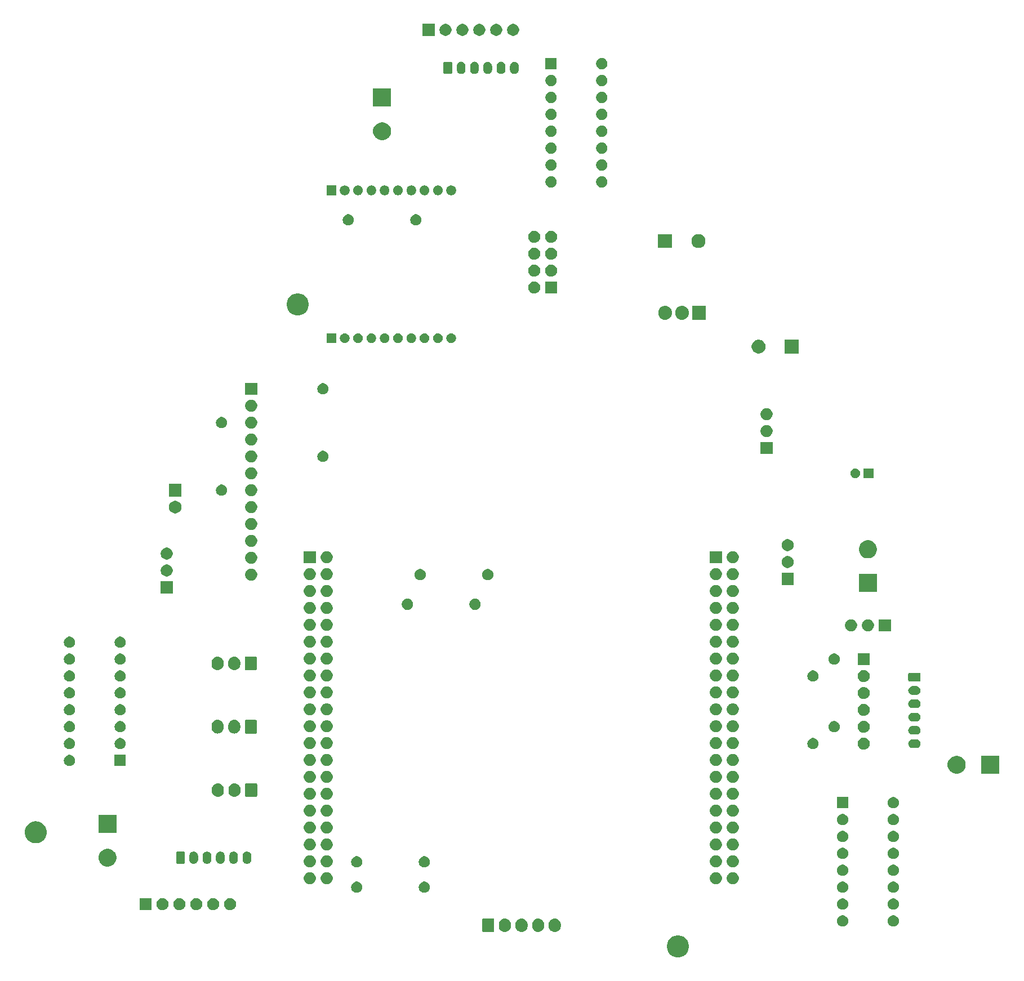
<source format=gbr>
%TF.GenerationSoftware,KiCad,Pcbnew,(5.1.6)-1*%
%TF.CreationDate,2023-02-05T17:49:42+01:00*%
%TF.ProjectId,RobotHolo,526f626f-7448-46f6-9c6f-2e6b69636164,rev?*%
%TF.SameCoordinates,Original*%
%TF.FileFunction,Soldermask,Bot*%
%TF.FilePolarity,Negative*%
%FSLAX46Y46*%
G04 Gerber Fmt 4.6, Leading zero omitted, Abs format (unit mm)*
G04 Created by KiCad (PCBNEW (5.1.6)-1) date 2023-02-05 17:49:42*
%MOMM*%
%LPD*%
G01*
G04 APERTURE LIST*
%ADD10C,0.100000*%
G04 APERTURE END LIST*
D10*
G36*
X124032874Y-163459023D02*
G01*
X124306287Y-163513408D01*
X124606568Y-163637789D01*
X124876814Y-163818361D01*
X125106639Y-164048186D01*
X125287211Y-164318432D01*
X125411592Y-164618713D01*
X125475000Y-164937489D01*
X125475000Y-165262511D01*
X125411592Y-165581287D01*
X125287211Y-165881568D01*
X125106639Y-166151814D01*
X124876814Y-166381639D01*
X124606568Y-166562211D01*
X124306287Y-166686592D01*
X124032874Y-166740977D01*
X123987512Y-166750000D01*
X123662488Y-166750000D01*
X123617126Y-166740977D01*
X123343713Y-166686592D01*
X123043432Y-166562211D01*
X122773186Y-166381639D01*
X122543361Y-166151814D01*
X122362789Y-165881568D01*
X122238408Y-165581287D01*
X122175000Y-165262511D01*
X122175000Y-164937489D01*
X122238408Y-164618713D01*
X122362789Y-164318432D01*
X122543361Y-164048186D01*
X122773186Y-163818361D01*
X123043432Y-163637789D01*
X123343713Y-163513408D01*
X123617126Y-163459023D01*
X123662488Y-163450000D01*
X123987512Y-163450000D01*
X124032874Y-163459023D01*
G37*
G36*
X98006426Y-160913022D02*
G01*
X98006429Y-160913023D01*
X98006430Y-160913023D01*
X98176080Y-160964486D01*
X98176082Y-160964487D01*
X98176085Y-160964488D01*
X98332432Y-161048056D01*
X98469475Y-161160525D01*
X98581944Y-161297569D01*
X98665512Y-161453914D01*
X98716978Y-161623573D01*
X98730000Y-161755789D01*
X98730000Y-162094210D01*
X98716978Y-162226426D01*
X98716977Y-162226429D01*
X98716977Y-162226430D01*
X98665514Y-162396081D01*
X98665512Y-162396084D01*
X98665512Y-162396085D01*
X98581944Y-162552432D01*
X98469475Y-162689475D01*
X98332431Y-162801944D01*
X98176086Y-162885512D01*
X98176083Y-162885513D01*
X98176081Y-162885514D01*
X98006431Y-162936977D01*
X98006430Y-162936977D01*
X98006427Y-162936978D01*
X97830000Y-162954354D01*
X97653574Y-162936978D01*
X97653571Y-162936977D01*
X97653570Y-162936977D01*
X97483920Y-162885514D01*
X97483918Y-162885513D01*
X97483915Y-162885512D01*
X97327570Y-162801944D01*
X97248357Y-162736936D01*
X97190525Y-162689475D01*
X97078057Y-162552432D01*
X97078056Y-162552431D01*
X96994488Y-162396086D01*
X96943022Y-162226427D01*
X96930000Y-162094211D01*
X96930000Y-161755790D01*
X96943022Y-161623574D01*
X96943023Y-161623570D01*
X96994486Y-161453920D01*
X96994487Y-161453918D01*
X96994488Y-161453915D01*
X97078056Y-161297568D01*
X97190525Y-161160525D01*
X97327569Y-161048056D01*
X97483914Y-160964488D01*
X97483917Y-160964487D01*
X97483919Y-160964486D01*
X97653569Y-160913023D01*
X97653570Y-160913023D01*
X97653573Y-160913022D01*
X97830000Y-160895646D01*
X98006426Y-160913022D01*
G37*
G36*
X100506426Y-160913022D02*
G01*
X100506429Y-160913023D01*
X100506430Y-160913023D01*
X100676080Y-160964486D01*
X100676082Y-160964487D01*
X100676085Y-160964488D01*
X100832432Y-161048056D01*
X100969475Y-161160525D01*
X101081944Y-161297569D01*
X101165512Y-161453914D01*
X101216978Y-161623573D01*
X101230000Y-161755789D01*
X101230000Y-162094210D01*
X101216978Y-162226426D01*
X101216977Y-162226429D01*
X101216977Y-162226430D01*
X101165514Y-162396081D01*
X101165512Y-162396084D01*
X101165512Y-162396085D01*
X101081944Y-162552432D01*
X100969475Y-162689475D01*
X100832431Y-162801944D01*
X100676086Y-162885512D01*
X100676083Y-162885513D01*
X100676081Y-162885514D01*
X100506431Y-162936977D01*
X100506430Y-162936977D01*
X100506427Y-162936978D01*
X100330000Y-162954354D01*
X100153574Y-162936978D01*
X100153571Y-162936977D01*
X100153570Y-162936977D01*
X99983920Y-162885514D01*
X99983918Y-162885513D01*
X99983915Y-162885512D01*
X99827570Y-162801944D01*
X99748357Y-162736936D01*
X99690525Y-162689475D01*
X99578057Y-162552432D01*
X99578056Y-162552431D01*
X99494488Y-162396086D01*
X99443022Y-162226427D01*
X99430000Y-162094211D01*
X99430000Y-161755790D01*
X99443022Y-161623574D01*
X99443023Y-161623570D01*
X99494486Y-161453920D01*
X99494487Y-161453918D01*
X99494488Y-161453915D01*
X99578056Y-161297568D01*
X99690525Y-161160525D01*
X99827569Y-161048056D01*
X99983914Y-160964488D01*
X99983917Y-160964487D01*
X99983919Y-160964486D01*
X100153569Y-160913023D01*
X100153570Y-160913023D01*
X100153573Y-160913022D01*
X100330000Y-160895646D01*
X100506426Y-160913022D01*
G37*
G36*
X105506426Y-160913022D02*
G01*
X105506429Y-160913023D01*
X105506430Y-160913023D01*
X105676080Y-160964486D01*
X105676082Y-160964487D01*
X105676085Y-160964488D01*
X105832432Y-161048056D01*
X105969475Y-161160525D01*
X106081944Y-161297569D01*
X106165512Y-161453914D01*
X106216978Y-161623573D01*
X106230000Y-161755789D01*
X106230000Y-162094210D01*
X106216978Y-162226426D01*
X106216977Y-162226429D01*
X106216977Y-162226430D01*
X106165514Y-162396081D01*
X106165512Y-162396084D01*
X106165512Y-162396085D01*
X106081944Y-162552432D01*
X105969475Y-162689475D01*
X105832431Y-162801944D01*
X105676086Y-162885512D01*
X105676083Y-162885513D01*
X105676081Y-162885514D01*
X105506431Y-162936977D01*
X105506430Y-162936977D01*
X105506427Y-162936978D01*
X105330000Y-162954354D01*
X105153574Y-162936978D01*
X105153571Y-162936977D01*
X105153570Y-162936977D01*
X104983920Y-162885514D01*
X104983918Y-162885513D01*
X104983915Y-162885512D01*
X104827570Y-162801944D01*
X104748357Y-162736936D01*
X104690525Y-162689475D01*
X104578057Y-162552432D01*
X104578056Y-162552431D01*
X104494488Y-162396086D01*
X104443022Y-162226427D01*
X104430000Y-162094211D01*
X104430000Y-161755790D01*
X104443022Y-161623574D01*
X104443023Y-161623570D01*
X104494486Y-161453920D01*
X104494487Y-161453918D01*
X104494488Y-161453915D01*
X104578056Y-161297568D01*
X104690525Y-161160525D01*
X104827569Y-161048056D01*
X104983914Y-160964488D01*
X104983917Y-160964487D01*
X104983919Y-160964486D01*
X105153569Y-160913023D01*
X105153570Y-160913023D01*
X105153573Y-160913022D01*
X105330000Y-160895646D01*
X105506426Y-160913022D01*
G37*
G36*
X103006426Y-160913022D02*
G01*
X103006429Y-160913023D01*
X103006430Y-160913023D01*
X103176080Y-160964486D01*
X103176082Y-160964487D01*
X103176085Y-160964488D01*
X103332432Y-161048056D01*
X103469475Y-161160525D01*
X103581944Y-161297569D01*
X103665512Y-161453914D01*
X103716978Y-161623573D01*
X103730000Y-161755789D01*
X103730000Y-162094210D01*
X103716978Y-162226426D01*
X103716977Y-162226429D01*
X103716977Y-162226430D01*
X103665514Y-162396081D01*
X103665512Y-162396084D01*
X103665512Y-162396085D01*
X103581944Y-162552432D01*
X103469475Y-162689475D01*
X103332431Y-162801944D01*
X103176086Y-162885512D01*
X103176083Y-162885513D01*
X103176081Y-162885514D01*
X103006431Y-162936977D01*
X103006430Y-162936977D01*
X103006427Y-162936978D01*
X102830000Y-162954354D01*
X102653574Y-162936978D01*
X102653571Y-162936977D01*
X102653570Y-162936977D01*
X102483920Y-162885514D01*
X102483918Y-162885513D01*
X102483915Y-162885512D01*
X102327570Y-162801944D01*
X102248357Y-162736936D01*
X102190525Y-162689475D01*
X102078057Y-162552432D01*
X102078056Y-162552431D01*
X101994488Y-162396086D01*
X101943022Y-162226427D01*
X101930000Y-162094211D01*
X101930000Y-161755790D01*
X101943022Y-161623574D01*
X101943023Y-161623570D01*
X101994486Y-161453920D01*
X101994487Y-161453918D01*
X101994488Y-161453915D01*
X102078056Y-161297568D01*
X102190525Y-161160525D01*
X102327569Y-161048056D01*
X102483914Y-160964488D01*
X102483917Y-160964487D01*
X102483919Y-160964486D01*
X102653569Y-160913023D01*
X102653570Y-160913023D01*
X102653573Y-160913022D01*
X102830000Y-160895646D01*
X103006426Y-160913022D01*
G37*
G36*
X96087839Y-160903984D02*
G01*
X96120830Y-160913992D01*
X96151233Y-160930243D01*
X96177884Y-160952116D01*
X96199757Y-160978767D01*
X96216008Y-161009170D01*
X96226016Y-161042161D01*
X96230000Y-161082612D01*
X96230000Y-162767388D01*
X96226016Y-162807839D01*
X96216008Y-162840830D01*
X96199757Y-162871233D01*
X96177884Y-162897884D01*
X96151233Y-162919757D01*
X96120830Y-162936008D01*
X96087839Y-162946016D01*
X96047388Y-162950000D01*
X94612612Y-162950000D01*
X94572161Y-162946016D01*
X94539170Y-162936008D01*
X94508767Y-162919757D01*
X94482116Y-162897884D01*
X94460243Y-162871233D01*
X94443992Y-162840830D01*
X94433984Y-162807839D01*
X94430000Y-162767388D01*
X94430000Y-161082612D01*
X94433984Y-161042161D01*
X94443992Y-161009170D01*
X94460243Y-160978767D01*
X94482116Y-160952116D01*
X94508767Y-160930243D01*
X94539170Y-160913992D01*
X94572161Y-160903984D01*
X94612612Y-160900000D01*
X96047388Y-160900000D01*
X96087839Y-160903984D01*
G37*
G36*
X148837935Y-160472664D02*
G01*
X148992624Y-160536739D01*
X148992626Y-160536740D01*
X149131844Y-160629762D01*
X149250238Y-160748156D01*
X149343260Y-160887374D01*
X149343261Y-160887376D01*
X149407336Y-161042065D01*
X149440000Y-161206281D01*
X149440000Y-161373719D01*
X149407336Y-161537935D01*
X149343261Y-161692624D01*
X149343260Y-161692626D01*
X149250238Y-161831844D01*
X149131844Y-161950238D01*
X148992626Y-162043260D01*
X148992625Y-162043261D01*
X148992624Y-162043261D01*
X148837935Y-162107336D01*
X148673719Y-162140000D01*
X148506281Y-162140000D01*
X148342065Y-162107336D01*
X148187376Y-162043261D01*
X148187375Y-162043261D01*
X148187374Y-162043260D01*
X148048156Y-161950238D01*
X147929762Y-161831844D01*
X147836740Y-161692626D01*
X147836739Y-161692624D01*
X147772664Y-161537935D01*
X147740000Y-161373719D01*
X147740000Y-161206281D01*
X147772664Y-161042065D01*
X147836739Y-160887376D01*
X147836740Y-160887374D01*
X147929762Y-160748156D01*
X148048156Y-160629762D01*
X148187374Y-160536740D01*
X148187376Y-160536739D01*
X148342065Y-160472664D01*
X148506281Y-160440000D01*
X148673719Y-160440000D01*
X148837935Y-160472664D01*
G37*
G36*
X156457935Y-160472664D02*
G01*
X156612624Y-160536739D01*
X156612626Y-160536740D01*
X156751844Y-160629762D01*
X156870238Y-160748156D01*
X156963260Y-160887374D01*
X156963261Y-160887376D01*
X157027336Y-161042065D01*
X157060000Y-161206281D01*
X157060000Y-161373719D01*
X157027336Y-161537935D01*
X156963261Y-161692624D01*
X156963260Y-161692626D01*
X156870238Y-161831844D01*
X156751844Y-161950238D01*
X156612626Y-162043260D01*
X156612625Y-162043261D01*
X156612624Y-162043261D01*
X156457935Y-162107336D01*
X156293719Y-162140000D01*
X156126281Y-162140000D01*
X155962065Y-162107336D01*
X155807376Y-162043261D01*
X155807375Y-162043261D01*
X155807374Y-162043260D01*
X155668156Y-161950238D01*
X155549762Y-161831844D01*
X155456740Y-161692626D01*
X155456739Y-161692624D01*
X155392664Y-161537935D01*
X155360000Y-161373719D01*
X155360000Y-161206281D01*
X155392664Y-161042065D01*
X155456739Y-160887376D01*
X155456740Y-160887374D01*
X155549762Y-160748156D01*
X155668156Y-160629762D01*
X155807374Y-160536740D01*
X155807376Y-160536739D01*
X155962065Y-160472664D01*
X156126281Y-160440000D01*
X156293719Y-160440000D01*
X156457935Y-160472664D01*
G37*
G36*
X44715000Y-159650000D02*
G01*
X42915000Y-159650000D01*
X42915000Y-157850000D01*
X44715000Y-157850000D01*
X44715000Y-159650000D01*
G37*
G36*
X46617520Y-157884586D02*
G01*
X46781310Y-157952430D01*
X46928717Y-158050924D01*
X47054076Y-158176283D01*
X47152570Y-158323690D01*
X47220414Y-158487480D01*
X47255000Y-158661358D01*
X47255000Y-158838642D01*
X47220414Y-159012520D01*
X47152570Y-159176310D01*
X47054076Y-159323717D01*
X46928717Y-159449076D01*
X46781310Y-159547570D01*
X46781309Y-159547571D01*
X46781308Y-159547571D01*
X46617520Y-159615414D01*
X46443644Y-159650000D01*
X46266356Y-159650000D01*
X46092480Y-159615414D01*
X45928692Y-159547571D01*
X45928691Y-159547571D01*
X45928690Y-159547570D01*
X45781283Y-159449076D01*
X45655924Y-159323717D01*
X45557430Y-159176310D01*
X45489586Y-159012520D01*
X45455000Y-158838642D01*
X45455000Y-158661358D01*
X45489586Y-158487480D01*
X45557430Y-158323690D01*
X45655924Y-158176283D01*
X45781283Y-158050924D01*
X45928690Y-157952430D01*
X46092480Y-157884586D01*
X46266356Y-157850000D01*
X46443644Y-157850000D01*
X46617520Y-157884586D01*
G37*
G36*
X49157520Y-157884586D02*
G01*
X49321310Y-157952430D01*
X49468717Y-158050924D01*
X49594076Y-158176283D01*
X49692570Y-158323690D01*
X49760414Y-158487480D01*
X49795000Y-158661358D01*
X49795000Y-158838642D01*
X49760414Y-159012520D01*
X49692570Y-159176310D01*
X49594076Y-159323717D01*
X49468717Y-159449076D01*
X49321310Y-159547570D01*
X49321309Y-159547571D01*
X49321308Y-159547571D01*
X49157520Y-159615414D01*
X48983644Y-159650000D01*
X48806356Y-159650000D01*
X48632480Y-159615414D01*
X48468692Y-159547571D01*
X48468691Y-159547571D01*
X48468690Y-159547570D01*
X48321283Y-159449076D01*
X48195924Y-159323717D01*
X48097430Y-159176310D01*
X48029586Y-159012520D01*
X47995000Y-158838642D01*
X47995000Y-158661358D01*
X48029586Y-158487480D01*
X48097430Y-158323690D01*
X48195924Y-158176283D01*
X48321283Y-158050924D01*
X48468690Y-157952430D01*
X48632480Y-157884586D01*
X48806356Y-157850000D01*
X48983644Y-157850000D01*
X49157520Y-157884586D01*
G37*
G36*
X51697520Y-157884586D02*
G01*
X51861310Y-157952430D01*
X52008717Y-158050924D01*
X52134076Y-158176283D01*
X52232570Y-158323690D01*
X52300414Y-158487480D01*
X52335000Y-158661358D01*
X52335000Y-158838642D01*
X52300414Y-159012520D01*
X52232570Y-159176310D01*
X52134076Y-159323717D01*
X52008717Y-159449076D01*
X51861310Y-159547570D01*
X51861309Y-159547571D01*
X51861308Y-159547571D01*
X51697520Y-159615414D01*
X51523644Y-159650000D01*
X51346356Y-159650000D01*
X51172480Y-159615414D01*
X51008692Y-159547571D01*
X51008691Y-159547571D01*
X51008690Y-159547570D01*
X50861283Y-159449076D01*
X50735924Y-159323717D01*
X50637430Y-159176310D01*
X50569586Y-159012520D01*
X50535000Y-158838642D01*
X50535000Y-158661358D01*
X50569586Y-158487480D01*
X50637430Y-158323690D01*
X50735924Y-158176283D01*
X50861283Y-158050924D01*
X51008690Y-157952430D01*
X51172480Y-157884586D01*
X51346356Y-157850000D01*
X51523644Y-157850000D01*
X51697520Y-157884586D01*
G37*
G36*
X54237520Y-157884586D02*
G01*
X54401310Y-157952430D01*
X54548717Y-158050924D01*
X54674076Y-158176283D01*
X54772570Y-158323690D01*
X54840414Y-158487480D01*
X54875000Y-158661358D01*
X54875000Y-158838642D01*
X54840414Y-159012520D01*
X54772570Y-159176310D01*
X54674076Y-159323717D01*
X54548717Y-159449076D01*
X54401310Y-159547570D01*
X54401309Y-159547571D01*
X54401308Y-159547571D01*
X54237520Y-159615414D01*
X54063644Y-159650000D01*
X53886356Y-159650000D01*
X53712480Y-159615414D01*
X53548692Y-159547571D01*
X53548691Y-159547571D01*
X53548690Y-159547570D01*
X53401283Y-159449076D01*
X53275924Y-159323717D01*
X53177430Y-159176310D01*
X53109586Y-159012520D01*
X53075000Y-158838642D01*
X53075000Y-158661358D01*
X53109586Y-158487480D01*
X53177430Y-158323690D01*
X53275924Y-158176283D01*
X53401283Y-158050924D01*
X53548690Y-157952430D01*
X53712480Y-157884586D01*
X53886356Y-157850000D01*
X54063644Y-157850000D01*
X54237520Y-157884586D01*
G37*
G36*
X56777520Y-157884586D02*
G01*
X56941310Y-157952430D01*
X57088717Y-158050924D01*
X57214076Y-158176283D01*
X57312570Y-158323690D01*
X57380414Y-158487480D01*
X57415000Y-158661358D01*
X57415000Y-158838642D01*
X57380414Y-159012520D01*
X57312570Y-159176310D01*
X57214076Y-159323717D01*
X57088717Y-159449076D01*
X56941310Y-159547570D01*
X56941309Y-159547571D01*
X56941308Y-159547571D01*
X56777520Y-159615414D01*
X56603644Y-159650000D01*
X56426356Y-159650000D01*
X56252480Y-159615414D01*
X56088692Y-159547571D01*
X56088691Y-159547571D01*
X56088690Y-159547570D01*
X55941283Y-159449076D01*
X55815924Y-159323717D01*
X55717430Y-159176310D01*
X55649586Y-159012520D01*
X55615000Y-158838642D01*
X55615000Y-158661358D01*
X55649586Y-158487480D01*
X55717430Y-158323690D01*
X55815924Y-158176283D01*
X55941283Y-158050924D01*
X56088690Y-157952430D01*
X56252480Y-157884586D01*
X56426356Y-157850000D01*
X56603644Y-157850000D01*
X56777520Y-157884586D01*
G37*
G36*
X156457935Y-157932664D02*
G01*
X156612624Y-157996739D01*
X156612626Y-157996740D01*
X156751844Y-158089762D01*
X156870238Y-158208156D01*
X156947435Y-158323690D01*
X156963261Y-158347376D01*
X157027336Y-158502065D01*
X157060000Y-158666281D01*
X157060000Y-158833719D01*
X157027336Y-158997935D01*
X156963261Y-159152624D01*
X156963260Y-159152626D01*
X156870238Y-159291844D01*
X156751844Y-159410238D01*
X156612626Y-159503260D01*
X156612625Y-159503261D01*
X156612624Y-159503261D01*
X156457935Y-159567336D01*
X156293719Y-159600000D01*
X156126281Y-159600000D01*
X155962065Y-159567336D01*
X155807376Y-159503261D01*
X155807375Y-159503261D01*
X155807374Y-159503260D01*
X155668156Y-159410238D01*
X155549762Y-159291844D01*
X155456740Y-159152626D01*
X155456739Y-159152624D01*
X155392664Y-158997935D01*
X155360000Y-158833719D01*
X155360000Y-158666281D01*
X155392664Y-158502065D01*
X155456739Y-158347376D01*
X155472565Y-158323690D01*
X155549762Y-158208156D01*
X155668156Y-158089762D01*
X155807374Y-157996740D01*
X155807376Y-157996739D01*
X155962065Y-157932664D01*
X156126281Y-157900000D01*
X156293719Y-157900000D01*
X156457935Y-157932664D01*
G37*
G36*
X148837935Y-157932664D02*
G01*
X148992624Y-157996739D01*
X148992626Y-157996740D01*
X149131844Y-158089762D01*
X149250238Y-158208156D01*
X149327435Y-158323690D01*
X149343261Y-158347376D01*
X149407336Y-158502065D01*
X149440000Y-158666281D01*
X149440000Y-158833719D01*
X149407336Y-158997935D01*
X149343261Y-159152624D01*
X149343260Y-159152626D01*
X149250238Y-159291844D01*
X149131844Y-159410238D01*
X148992626Y-159503260D01*
X148992625Y-159503261D01*
X148992624Y-159503261D01*
X148837935Y-159567336D01*
X148673719Y-159600000D01*
X148506281Y-159600000D01*
X148342065Y-159567336D01*
X148187376Y-159503261D01*
X148187375Y-159503261D01*
X148187374Y-159503260D01*
X148048156Y-159410238D01*
X147929762Y-159291844D01*
X147836740Y-159152626D01*
X147836739Y-159152624D01*
X147772664Y-158997935D01*
X147740000Y-158833719D01*
X147740000Y-158666281D01*
X147772664Y-158502065D01*
X147836739Y-158347376D01*
X147852565Y-158323690D01*
X147929762Y-158208156D01*
X148048156Y-158089762D01*
X148187374Y-157996740D01*
X148187376Y-157996739D01*
X148342065Y-157932664D01*
X148506281Y-157900000D01*
X148673719Y-157900000D01*
X148837935Y-157932664D01*
G37*
G36*
X156457935Y-155392664D02*
G01*
X156612624Y-155456739D01*
X156612626Y-155456740D01*
X156751844Y-155549762D01*
X156870238Y-155668156D01*
X156963260Y-155807374D01*
X156963261Y-155807376D01*
X157027336Y-155962065D01*
X157060000Y-156126281D01*
X157060000Y-156293719D01*
X157027336Y-156457935D01*
X156963261Y-156612624D01*
X156963260Y-156612626D01*
X156870238Y-156751844D01*
X156751844Y-156870238D01*
X156612626Y-156963260D01*
X156612625Y-156963261D01*
X156612624Y-156963261D01*
X156457935Y-157027336D01*
X156293719Y-157060000D01*
X156126281Y-157060000D01*
X155962065Y-157027336D01*
X155807376Y-156963261D01*
X155807375Y-156963261D01*
X155807374Y-156963260D01*
X155668156Y-156870238D01*
X155549762Y-156751844D01*
X155456740Y-156612626D01*
X155456739Y-156612624D01*
X155392664Y-156457935D01*
X155360000Y-156293719D01*
X155360000Y-156126281D01*
X155392664Y-155962065D01*
X155456739Y-155807376D01*
X155456740Y-155807374D01*
X155549762Y-155668156D01*
X155668156Y-155549762D01*
X155807374Y-155456740D01*
X155807376Y-155456739D01*
X155962065Y-155392664D01*
X156126281Y-155360000D01*
X156293719Y-155360000D01*
X156457935Y-155392664D01*
G37*
G36*
X148837935Y-155392664D02*
G01*
X148992624Y-155456739D01*
X148992626Y-155456740D01*
X149131844Y-155549762D01*
X149250238Y-155668156D01*
X149343260Y-155807374D01*
X149343261Y-155807376D01*
X149407336Y-155962065D01*
X149440000Y-156126281D01*
X149440000Y-156293719D01*
X149407336Y-156457935D01*
X149343261Y-156612624D01*
X149343260Y-156612626D01*
X149250238Y-156751844D01*
X149131844Y-156870238D01*
X148992626Y-156963260D01*
X148992625Y-156963261D01*
X148992624Y-156963261D01*
X148837935Y-157027336D01*
X148673719Y-157060000D01*
X148506281Y-157060000D01*
X148342065Y-157027336D01*
X148187376Y-156963261D01*
X148187375Y-156963261D01*
X148187374Y-156963260D01*
X148048156Y-156870238D01*
X147929762Y-156751844D01*
X147836740Y-156612626D01*
X147836739Y-156612624D01*
X147772664Y-156457935D01*
X147740000Y-156293719D01*
X147740000Y-156126281D01*
X147772664Y-155962065D01*
X147836739Y-155807376D01*
X147836740Y-155807374D01*
X147929762Y-155668156D01*
X148048156Y-155549762D01*
X148187374Y-155456740D01*
X148187376Y-155456739D01*
X148342065Y-155392664D01*
X148506281Y-155360000D01*
X148673719Y-155360000D01*
X148837935Y-155392664D01*
G37*
G36*
X75812935Y-155392664D02*
G01*
X75967624Y-155456739D01*
X75967626Y-155456740D01*
X76106844Y-155549762D01*
X76225238Y-155668156D01*
X76318260Y-155807374D01*
X76318261Y-155807376D01*
X76382336Y-155962065D01*
X76415000Y-156126281D01*
X76415000Y-156293719D01*
X76382336Y-156457935D01*
X76318261Y-156612624D01*
X76318260Y-156612626D01*
X76225238Y-156751844D01*
X76106844Y-156870238D01*
X75967626Y-156963260D01*
X75967625Y-156963261D01*
X75967624Y-156963261D01*
X75812935Y-157027336D01*
X75648719Y-157060000D01*
X75481281Y-157060000D01*
X75317065Y-157027336D01*
X75162376Y-156963261D01*
X75162375Y-156963261D01*
X75162374Y-156963260D01*
X75023156Y-156870238D01*
X74904762Y-156751844D01*
X74811740Y-156612626D01*
X74811739Y-156612624D01*
X74747664Y-156457935D01*
X74715000Y-156293719D01*
X74715000Y-156126281D01*
X74747664Y-155962065D01*
X74811739Y-155807376D01*
X74811740Y-155807374D01*
X74904762Y-155668156D01*
X75023156Y-155549762D01*
X75162374Y-155456740D01*
X75162376Y-155456739D01*
X75317065Y-155392664D01*
X75481281Y-155360000D01*
X75648719Y-155360000D01*
X75812935Y-155392664D01*
G37*
G36*
X85972935Y-155392664D02*
G01*
X86127624Y-155456739D01*
X86127626Y-155456740D01*
X86266844Y-155549762D01*
X86385238Y-155668156D01*
X86478260Y-155807374D01*
X86478261Y-155807376D01*
X86542336Y-155962065D01*
X86575000Y-156126281D01*
X86575000Y-156293719D01*
X86542336Y-156457935D01*
X86478261Y-156612624D01*
X86478260Y-156612626D01*
X86385238Y-156751844D01*
X86266844Y-156870238D01*
X86127626Y-156963260D01*
X86127625Y-156963261D01*
X86127624Y-156963261D01*
X85972935Y-157027336D01*
X85808719Y-157060000D01*
X85641281Y-157060000D01*
X85477065Y-157027336D01*
X85322376Y-156963261D01*
X85322375Y-156963261D01*
X85322374Y-156963260D01*
X85183156Y-156870238D01*
X85064762Y-156751844D01*
X84971740Y-156612626D01*
X84971739Y-156612624D01*
X84907664Y-156457935D01*
X84875000Y-156293719D01*
X84875000Y-156126281D01*
X84907664Y-155962065D01*
X84971739Y-155807376D01*
X84971740Y-155807374D01*
X85064762Y-155668156D01*
X85183156Y-155549762D01*
X85322374Y-155456740D01*
X85322376Y-155456739D01*
X85477065Y-155392664D01*
X85641281Y-155360000D01*
X85808719Y-155360000D01*
X85972935Y-155392664D01*
G37*
G36*
X129802520Y-153994587D02*
G01*
X129966310Y-154062431D01*
X130113717Y-154160925D01*
X130239076Y-154286284D01*
X130330600Y-154423260D01*
X130337571Y-154433693D01*
X130373320Y-154520000D01*
X130405414Y-154597481D01*
X130440000Y-154771359D01*
X130440000Y-154948643D01*
X130405414Y-155122521D01*
X130337570Y-155286311D01*
X130239076Y-155433718D01*
X130113717Y-155559077D01*
X129966310Y-155657571D01*
X129966309Y-155657572D01*
X129966308Y-155657572D01*
X129802520Y-155725415D01*
X129628644Y-155760001D01*
X129451356Y-155760001D01*
X129277480Y-155725415D01*
X129113692Y-155657572D01*
X129113691Y-155657572D01*
X129113690Y-155657571D01*
X128966283Y-155559077D01*
X128840924Y-155433718D01*
X128742430Y-155286311D01*
X128674586Y-155122521D01*
X128640000Y-154948643D01*
X128640000Y-154771359D01*
X128674586Y-154597481D01*
X128706680Y-154520000D01*
X128742429Y-154433693D01*
X128749400Y-154423260D01*
X128840924Y-154286284D01*
X128966283Y-154160925D01*
X129113690Y-154062431D01*
X129277480Y-153994587D01*
X129451356Y-153960001D01*
X129628644Y-153960001D01*
X129802520Y-153994587D01*
G37*
G36*
X68762521Y-153994587D02*
G01*
X68926311Y-154062431D01*
X69073718Y-154160925D01*
X69199077Y-154286284D01*
X69290601Y-154423260D01*
X69297572Y-154433693D01*
X69333321Y-154520000D01*
X69365415Y-154597481D01*
X69400001Y-154771359D01*
X69400001Y-154948643D01*
X69365415Y-155122521D01*
X69297571Y-155286311D01*
X69199077Y-155433718D01*
X69073718Y-155559077D01*
X68926311Y-155657571D01*
X68926310Y-155657572D01*
X68926309Y-155657572D01*
X68762521Y-155725415D01*
X68588645Y-155760001D01*
X68411357Y-155760001D01*
X68237481Y-155725415D01*
X68073693Y-155657572D01*
X68073692Y-155657572D01*
X68073691Y-155657571D01*
X67926284Y-155559077D01*
X67800925Y-155433718D01*
X67702431Y-155286311D01*
X67634587Y-155122521D01*
X67600001Y-154948643D01*
X67600001Y-154771359D01*
X67634587Y-154597481D01*
X67666681Y-154520000D01*
X67702430Y-154433693D01*
X67709401Y-154423260D01*
X67800925Y-154286284D01*
X67926284Y-154160925D01*
X68073691Y-154062431D01*
X68237481Y-153994587D01*
X68411357Y-153960001D01*
X68588645Y-153960001D01*
X68762521Y-153994587D01*
G37*
G36*
X71302521Y-153994587D02*
G01*
X71466311Y-154062431D01*
X71613718Y-154160925D01*
X71739077Y-154286284D01*
X71830601Y-154423260D01*
X71837572Y-154433693D01*
X71873321Y-154520000D01*
X71905415Y-154597481D01*
X71940001Y-154771359D01*
X71940001Y-154948643D01*
X71905415Y-155122521D01*
X71837571Y-155286311D01*
X71739077Y-155433718D01*
X71613718Y-155559077D01*
X71466311Y-155657571D01*
X71466310Y-155657572D01*
X71466309Y-155657572D01*
X71302521Y-155725415D01*
X71128645Y-155760001D01*
X70951357Y-155760001D01*
X70777481Y-155725415D01*
X70613693Y-155657572D01*
X70613692Y-155657572D01*
X70613691Y-155657571D01*
X70466284Y-155559077D01*
X70340925Y-155433718D01*
X70242431Y-155286311D01*
X70174587Y-155122521D01*
X70140001Y-154948643D01*
X70140001Y-154771359D01*
X70174587Y-154597481D01*
X70206681Y-154520000D01*
X70242430Y-154433693D01*
X70249401Y-154423260D01*
X70340925Y-154286284D01*
X70466284Y-154160925D01*
X70613691Y-154062431D01*
X70777481Y-153994587D01*
X70951357Y-153960001D01*
X71128645Y-153960001D01*
X71302521Y-153994587D01*
G37*
G36*
X132342520Y-153994587D02*
G01*
X132506310Y-154062431D01*
X132653717Y-154160925D01*
X132779076Y-154286284D01*
X132870600Y-154423260D01*
X132877571Y-154433693D01*
X132913320Y-154520000D01*
X132945414Y-154597481D01*
X132980000Y-154771359D01*
X132980000Y-154948643D01*
X132945414Y-155122521D01*
X132877570Y-155286311D01*
X132779076Y-155433718D01*
X132653717Y-155559077D01*
X132506310Y-155657571D01*
X132506309Y-155657572D01*
X132506308Y-155657572D01*
X132342520Y-155725415D01*
X132168644Y-155760001D01*
X131991356Y-155760001D01*
X131817480Y-155725415D01*
X131653692Y-155657572D01*
X131653691Y-155657572D01*
X131653690Y-155657571D01*
X131506283Y-155559077D01*
X131380924Y-155433718D01*
X131282430Y-155286311D01*
X131214586Y-155122521D01*
X131180000Y-154948643D01*
X131180000Y-154771359D01*
X131214586Y-154597481D01*
X131246680Y-154520000D01*
X131282429Y-154433693D01*
X131289400Y-154423260D01*
X131380924Y-154286284D01*
X131506283Y-154160925D01*
X131653690Y-154062431D01*
X131817480Y-153994587D01*
X131991356Y-153960001D01*
X132168644Y-153960001D01*
X132342520Y-153994587D01*
G37*
G36*
X156457935Y-152852664D02*
G01*
X156612624Y-152916739D01*
X156612626Y-152916740D01*
X156751844Y-153009762D01*
X156870238Y-153128156D01*
X156951651Y-153250000D01*
X156963261Y-153267376D01*
X157027336Y-153422065D01*
X157060000Y-153586281D01*
X157060000Y-153753719D01*
X157027336Y-153917935D01*
X156967483Y-154062431D01*
X156963260Y-154072626D01*
X156870238Y-154211844D01*
X156751844Y-154330238D01*
X156612626Y-154423260D01*
X156612625Y-154423261D01*
X156612624Y-154423261D01*
X156457935Y-154487336D01*
X156293719Y-154520000D01*
X156126281Y-154520000D01*
X155962065Y-154487336D01*
X155807376Y-154423261D01*
X155807375Y-154423261D01*
X155807374Y-154423260D01*
X155668156Y-154330238D01*
X155549762Y-154211844D01*
X155456740Y-154072626D01*
X155452517Y-154062431D01*
X155392664Y-153917935D01*
X155360000Y-153753719D01*
X155360000Y-153586281D01*
X155392664Y-153422065D01*
X155456739Y-153267376D01*
X155468349Y-153250000D01*
X155549762Y-153128156D01*
X155668156Y-153009762D01*
X155807374Y-152916740D01*
X155807376Y-152916739D01*
X155962065Y-152852664D01*
X156126281Y-152820000D01*
X156293719Y-152820000D01*
X156457935Y-152852664D01*
G37*
G36*
X148837935Y-152852664D02*
G01*
X148992624Y-152916739D01*
X148992626Y-152916740D01*
X149131844Y-153009762D01*
X149250238Y-153128156D01*
X149331651Y-153250000D01*
X149343261Y-153267376D01*
X149407336Y-153422065D01*
X149440000Y-153586281D01*
X149440000Y-153753719D01*
X149407336Y-153917935D01*
X149347483Y-154062431D01*
X149343260Y-154072626D01*
X149250238Y-154211844D01*
X149131844Y-154330238D01*
X148992626Y-154423260D01*
X148992625Y-154423261D01*
X148992624Y-154423261D01*
X148837935Y-154487336D01*
X148673719Y-154520000D01*
X148506281Y-154520000D01*
X148342065Y-154487336D01*
X148187376Y-154423261D01*
X148187375Y-154423261D01*
X148187374Y-154423260D01*
X148048156Y-154330238D01*
X147929762Y-154211844D01*
X147836740Y-154072626D01*
X147832517Y-154062431D01*
X147772664Y-153917935D01*
X147740000Y-153753719D01*
X147740000Y-153586281D01*
X147772664Y-153422065D01*
X147836739Y-153267376D01*
X147848349Y-153250000D01*
X147929762Y-153128156D01*
X148048156Y-153009762D01*
X148187374Y-152916740D01*
X148187376Y-152916739D01*
X148342065Y-152852664D01*
X148506281Y-152820000D01*
X148673719Y-152820000D01*
X148837935Y-152852664D01*
G37*
G36*
X85972935Y-151582664D02*
G01*
X86127624Y-151646739D01*
X86127626Y-151646740D01*
X86266844Y-151739762D01*
X86385238Y-151858156D01*
X86466651Y-151980000D01*
X86478261Y-151997376D01*
X86542336Y-152152065D01*
X86575000Y-152316281D01*
X86575000Y-152483719D01*
X86542336Y-152647935D01*
X86501587Y-152746311D01*
X86478260Y-152802626D01*
X86385238Y-152941844D01*
X86266844Y-153060238D01*
X86127626Y-153153260D01*
X86127625Y-153153261D01*
X86127624Y-153153261D01*
X85972935Y-153217336D01*
X85808719Y-153250000D01*
X85641281Y-153250000D01*
X85477065Y-153217336D01*
X85322376Y-153153261D01*
X85322375Y-153153261D01*
X85322374Y-153153260D01*
X85183156Y-153060238D01*
X85064762Y-152941844D01*
X84971740Y-152802626D01*
X84948413Y-152746311D01*
X84907664Y-152647935D01*
X84875000Y-152483719D01*
X84875000Y-152316281D01*
X84907664Y-152152065D01*
X84971739Y-151997376D01*
X84983349Y-151980000D01*
X85064762Y-151858156D01*
X85183156Y-151739762D01*
X85322374Y-151646740D01*
X85322376Y-151646739D01*
X85477065Y-151582664D01*
X85641281Y-151550000D01*
X85808719Y-151550000D01*
X85972935Y-151582664D01*
G37*
G36*
X75812935Y-151582664D02*
G01*
X75967624Y-151646739D01*
X75967626Y-151646740D01*
X76106844Y-151739762D01*
X76225238Y-151858156D01*
X76306651Y-151980000D01*
X76318261Y-151997376D01*
X76382336Y-152152065D01*
X76415000Y-152316281D01*
X76415000Y-152483719D01*
X76382336Y-152647935D01*
X76341587Y-152746311D01*
X76318260Y-152802626D01*
X76225238Y-152941844D01*
X76106844Y-153060238D01*
X75967626Y-153153260D01*
X75967625Y-153153261D01*
X75967624Y-153153261D01*
X75812935Y-153217336D01*
X75648719Y-153250000D01*
X75481281Y-153250000D01*
X75317065Y-153217336D01*
X75162376Y-153153261D01*
X75162375Y-153153261D01*
X75162374Y-153153260D01*
X75023156Y-153060238D01*
X74904762Y-152941844D01*
X74811740Y-152802626D01*
X74788413Y-152746311D01*
X74747664Y-152647935D01*
X74715000Y-152483719D01*
X74715000Y-152316281D01*
X74747664Y-152152065D01*
X74811739Y-151997376D01*
X74823349Y-151980000D01*
X74904762Y-151858156D01*
X75023156Y-151739762D01*
X75162374Y-151646740D01*
X75162376Y-151646739D01*
X75317065Y-151582664D01*
X75481281Y-151550000D01*
X75648719Y-151550000D01*
X75812935Y-151582664D01*
G37*
G36*
X71302521Y-151454587D02*
G01*
X71466311Y-151522431D01*
X71613718Y-151620925D01*
X71739077Y-151746284D01*
X71813827Y-151858156D01*
X71837572Y-151893693D01*
X71905415Y-152057481D01*
X71940001Y-152231357D01*
X71940001Y-152408645D01*
X71905415Y-152582521D01*
X71859594Y-152693144D01*
X71837571Y-152746311D01*
X71739077Y-152893718D01*
X71613718Y-153019077D01*
X71466311Y-153117571D01*
X71466310Y-153117572D01*
X71466309Y-153117572D01*
X71302521Y-153185415D01*
X71128645Y-153220001D01*
X70951357Y-153220001D01*
X70777481Y-153185415D01*
X70613693Y-153117572D01*
X70613692Y-153117572D01*
X70613691Y-153117571D01*
X70466284Y-153019077D01*
X70340925Y-152893718D01*
X70242431Y-152746311D01*
X70220409Y-152693144D01*
X70174587Y-152582521D01*
X70140001Y-152408645D01*
X70140001Y-152231357D01*
X70174587Y-152057481D01*
X70242430Y-151893693D01*
X70266175Y-151858156D01*
X70340925Y-151746284D01*
X70466284Y-151620925D01*
X70613691Y-151522431D01*
X70777481Y-151454587D01*
X70951357Y-151420001D01*
X71128645Y-151420001D01*
X71302521Y-151454587D01*
G37*
G36*
X132342520Y-151454587D02*
G01*
X132506310Y-151522431D01*
X132653717Y-151620925D01*
X132779076Y-151746284D01*
X132853826Y-151858156D01*
X132877571Y-151893693D01*
X132945414Y-152057481D01*
X132980000Y-152231357D01*
X132980000Y-152408645D01*
X132945414Y-152582521D01*
X132899593Y-152693144D01*
X132877570Y-152746311D01*
X132779076Y-152893718D01*
X132653717Y-153019077D01*
X132506310Y-153117571D01*
X132506309Y-153117572D01*
X132506308Y-153117572D01*
X132342520Y-153185415D01*
X132168644Y-153220001D01*
X131991356Y-153220001D01*
X131817480Y-153185415D01*
X131653692Y-153117572D01*
X131653691Y-153117572D01*
X131653690Y-153117571D01*
X131506283Y-153019077D01*
X131380924Y-152893718D01*
X131282430Y-152746311D01*
X131260408Y-152693144D01*
X131214586Y-152582521D01*
X131180000Y-152408645D01*
X131180000Y-152231357D01*
X131214586Y-152057481D01*
X131282429Y-151893693D01*
X131306174Y-151858156D01*
X131380924Y-151746284D01*
X131506283Y-151620925D01*
X131653690Y-151522431D01*
X131817480Y-151454587D01*
X131991356Y-151420001D01*
X132168644Y-151420001D01*
X132342520Y-151454587D01*
G37*
G36*
X129802520Y-151454587D02*
G01*
X129966310Y-151522431D01*
X130113717Y-151620925D01*
X130239076Y-151746284D01*
X130313826Y-151858156D01*
X130337571Y-151893693D01*
X130405414Y-152057481D01*
X130440000Y-152231357D01*
X130440000Y-152408645D01*
X130405414Y-152582521D01*
X130359593Y-152693144D01*
X130337570Y-152746311D01*
X130239076Y-152893718D01*
X130113717Y-153019077D01*
X129966310Y-153117571D01*
X129966309Y-153117572D01*
X129966308Y-153117572D01*
X129802520Y-153185415D01*
X129628644Y-153220001D01*
X129451356Y-153220001D01*
X129277480Y-153185415D01*
X129113692Y-153117572D01*
X129113691Y-153117572D01*
X129113690Y-153117571D01*
X128966283Y-153019077D01*
X128840924Y-152893718D01*
X128742430Y-152746311D01*
X128720408Y-152693144D01*
X128674586Y-152582521D01*
X128640000Y-152408645D01*
X128640000Y-152231357D01*
X128674586Y-152057481D01*
X128742429Y-151893693D01*
X128766174Y-151858156D01*
X128840924Y-151746284D01*
X128966283Y-151620925D01*
X129113690Y-151522431D01*
X129277480Y-151454587D01*
X129451356Y-151420001D01*
X129628644Y-151420001D01*
X129802520Y-151454587D01*
G37*
G36*
X68762521Y-151454587D02*
G01*
X68926311Y-151522431D01*
X69073718Y-151620925D01*
X69199077Y-151746284D01*
X69273827Y-151858156D01*
X69297572Y-151893693D01*
X69365415Y-152057481D01*
X69400001Y-152231357D01*
X69400001Y-152408645D01*
X69365415Y-152582521D01*
X69319594Y-152693144D01*
X69297571Y-152746311D01*
X69199077Y-152893718D01*
X69073718Y-153019077D01*
X68926311Y-153117571D01*
X68926310Y-153117572D01*
X68926309Y-153117572D01*
X68762521Y-153185415D01*
X68588645Y-153220001D01*
X68411357Y-153220001D01*
X68237481Y-153185415D01*
X68073693Y-153117572D01*
X68073692Y-153117572D01*
X68073691Y-153117571D01*
X67926284Y-153019077D01*
X67800925Y-152893718D01*
X67702431Y-152746311D01*
X67680409Y-152693144D01*
X67634587Y-152582521D01*
X67600001Y-152408645D01*
X67600001Y-152231357D01*
X67634587Y-152057481D01*
X67702430Y-151893693D01*
X67726175Y-151858156D01*
X67800925Y-151746284D01*
X67926284Y-151620925D01*
X68073691Y-151522431D01*
X68237481Y-151454587D01*
X68411357Y-151420001D01*
X68588645Y-151420001D01*
X68762521Y-151454587D01*
G37*
G36*
X38493779Y-150466879D02*
G01*
X38739463Y-150568645D01*
X38739465Y-150568646D01*
X38768665Y-150588157D01*
X38960574Y-150716386D01*
X39148614Y-150904426D01*
X39177014Y-150946930D01*
X39286530Y-151110832D01*
X39296355Y-151125537D01*
X39398121Y-151371221D01*
X39450000Y-151632035D01*
X39450000Y-151897965D01*
X39398121Y-152158779D01*
X39296355Y-152404463D01*
X39296354Y-152404465D01*
X39251225Y-152472005D01*
X39148614Y-152625574D01*
X38960574Y-152813614D01*
X38902131Y-152852664D01*
X38739465Y-152961354D01*
X38739464Y-152961355D01*
X38739463Y-152961355D01*
X38493779Y-153063121D01*
X38232965Y-153115000D01*
X37967035Y-153115000D01*
X37706221Y-153063121D01*
X37460537Y-152961355D01*
X37460536Y-152961355D01*
X37460535Y-152961354D01*
X37297869Y-152852664D01*
X37239426Y-152813614D01*
X37051386Y-152625574D01*
X36948775Y-152472005D01*
X36903646Y-152404465D01*
X36903645Y-152404463D01*
X36801879Y-152158779D01*
X36750000Y-151897965D01*
X36750000Y-151632035D01*
X36801879Y-151371221D01*
X36903645Y-151125537D01*
X36913471Y-151110832D01*
X37022986Y-150946930D01*
X37051386Y-150904426D01*
X37239426Y-150716386D01*
X37431335Y-150588157D01*
X37460535Y-150568646D01*
X37460537Y-150568645D01*
X37706221Y-150466879D01*
X37967035Y-150415000D01*
X38232965Y-150415000D01*
X38493779Y-150466879D01*
G37*
G36*
X53170997Y-150848280D02*
G01*
X53182422Y-150849405D01*
X53219379Y-150860616D01*
X53304947Y-150886573D01*
X53417867Y-150946930D01*
X53516843Y-151028157D01*
X53598070Y-151127132D01*
X53658427Y-151240052D01*
X53695595Y-151362578D01*
X53705000Y-151458068D01*
X53705000Y-152071932D01*
X53695595Y-152167422D01*
X53658427Y-152289948D01*
X53598070Y-152402868D01*
X53516843Y-152501843D01*
X53417868Y-152583070D01*
X53304948Y-152643427D01*
X53263032Y-152656142D01*
X53182423Y-152680595D01*
X53170998Y-152681720D01*
X53055000Y-152693145D01*
X52939003Y-152681720D01*
X52927578Y-152680595D01*
X52846969Y-152656142D01*
X52805053Y-152643427D01*
X52692133Y-152583070D01*
X52593158Y-152501843D01*
X52511930Y-152402868D01*
X52451573Y-152289948D01*
X52414405Y-152167422D01*
X52405000Y-152071932D01*
X52405000Y-151458069D01*
X52414405Y-151362579D01*
X52414406Y-151362577D01*
X52451573Y-151240054D01*
X52451573Y-151240053D01*
X52511930Y-151127133D01*
X52593157Y-151028157D01*
X52692132Y-150946930D01*
X52805052Y-150886573D01*
X52890620Y-150860616D01*
X52927577Y-150849405D01*
X52939002Y-150848280D01*
X53055000Y-150836855D01*
X53170997Y-150848280D01*
G37*
G36*
X55170997Y-150848280D02*
G01*
X55182422Y-150849405D01*
X55219379Y-150860616D01*
X55304947Y-150886573D01*
X55417867Y-150946930D01*
X55516843Y-151028157D01*
X55598070Y-151127132D01*
X55658427Y-151240052D01*
X55695595Y-151362578D01*
X55705000Y-151458068D01*
X55705000Y-152071932D01*
X55695595Y-152167422D01*
X55658427Y-152289948D01*
X55598070Y-152402868D01*
X55516843Y-152501843D01*
X55417868Y-152583070D01*
X55304948Y-152643427D01*
X55263032Y-152656142D01*
X55182423Y-152680595D01*
X55170998Y-152681720D01*
X55055000Y-152693145D01*
X54939003Y-152681720D01*
X54927578Y-152680595D01*
X54846969Y-152656142D01*
X54805053Y-152643427D01*
X54692133Y-152583070D01*
X54593158Y-152501843D01*
X54511930Y-152402868D01*
X54451573Y-152289948D01*
X54414405Y-152167422D01*
X54405000Y-152071932D01*
X54405000Y-151458069D01*
X54414405Y-151362579D01*
X54414406Y-151362577D01*
X54451573Y-151240054D01*
X54451573Y-151240053D01*
X54511930Y-151127133D01*
X54593157Y-151028157D01*
X54692132Y-150946930D01*
X54805052Y-150886573D01*
X54890620Y-150860616D01*
X54927577Y-150849405D01*
X54939002Y-150848280D01*
X55055000Y-150836855D01*
X55170997Y-150848280D01*
G37*
G36*
X59170997Y-150848280D02*
G01*
X59182422Y-150849405D01*
X59219379Y-150860616D01*
X59304947Y-150886573D01*
X59417867Y-150946930D01*
X59516843Y-151028157D01*
X59598070Y-151127132D01*
X59658427Y-151240052D01*
X59695595Y-151362578D01*
X59705000Y-151458068D01*
X59705000Y-152071932D01*
X59695595Y-152167422D01*
X59658427Y-152289948D01*
X59598070Y-152402868D01*
X59516843Y-152501843D01*
X59417868Y-152583070D01*
X59304948Y-152643427D01*
X59263032Y-152656142D01*
X59182423Y-152680595D01*
X59170998Y-152681720D01*
X59055000Y-152693145D01*
X58939003Y-152681720D01*
X58927578Y-152680595D01*
X58846969Y-152656142D01*
X58805053Y-152643427D01*
X58692133Y-152583070D01*
X58593158Y-152501843D01*
X58511930Y-152402868D01*
X58451573Y-152289948D01*
X58414405Y-152167422D01*
X58405000Y-152071932D01*
X58405000Y-151458069D01*
X58414405Y-151362579D01*
X58414406Y-151362577D01*
X58451573Y-151240054D01*
X58451573Y-151240053D01*
X58511930Y-151127133D01*
X58593157Y-151028157D01*
X58692132Y-150946930D01*
X58805052Y-150886573D01*
X58890620Y-150860616D01*
X58927577Y-150849405D01*
X58939002Y-150848280D01*
X59055000Y-150836855D01*
X59170997Y-150848280D01*
G37*
G36*
X57170997Y-150848280D02*
G01*
X57182422Y-150849405D01*
X57219379Y-150860616D01*
X57304947Y-150886573D01*
X57417867Y-150946930D01*
X57516843Y-151028157D01*
X57598070Y-151127132D01*
X57658427Y-151240052D01*
X57695595Y-151362578D01*
X57705000Y-151458068D01*
X57705000Y-152071932D01*
X57695595Y-152167422D01*
X57658427Y-152289948D01*
X57598070Y-152402868D01*
X57516843Y-152501843D01*
X57417868Y-152583070D01*
X57304948Y-152643427D01*
X57263032Y-152656142D01*
X57182423Y-152680595D01*
X57170998Y-152681720D01*
X57055000Y-152693145D01*
X56939003Y-152681720D01*
X56927578Y-152680595D01*
X56846969Y-152656142D01*
X56805053Y-152643427D01*
X56692133Y-152583070D01*
X56593158Y-152501843D01*
X56511930Y-152402868D01*
X56451573Y-152289948D01*
X56414405Y-152167422D01*
X56405000Y-152071932D01*
X56405000Y-151458069D01*
X56414405Y-151362579D01*
X56414406Y-151362577D01*
X56451573Y-151240054D01*
X56451573Y-151240053D01*
X56511930Y-151127133D01*
X56593157Y-151028157D01*
X56692132Y-150946930D01*
X56805052Y-150886573D01*
X56890620Y-150860616D01*
X56927577Y-150849405D01*
X56939002Y-150848280D01*
X57055000Y-150836855D01*
X57170997Y-150848280D01*
G37*
G36*
X51170997Y-150848280D02*
G01*
X51182422Y-150849405D01*
X51219379Y-150860616D01*
X51304947Y-150886573D01*
X51417867Y-150946930D01*
X51516843Y-151028157D01*
X51598070Y-151127132D01*
X51658427Y-151240052D01*
X51695595Y-151362578D01*
X51705000Y-151458068D01*
X51705000Y-152071932D01*
X51695595Y-152167422D01*
X51658427Y-152289948D01*
X51598070Y-152402868D01*
X51516843Y-152501843D01*
X51417868Y-152583070D01*
X51304948Y-152643427D01*
X51263032Y-152656142D01*
X51182423Y-152680595D01*
X51170998Y-152681720D01*
X51055000Y-152693145D01*
X50939003Y-152681720D01*
X50927578Y-152680595D01*
X50846969Y-152656142D01*
X50805053Y-152643427D01*
X50692133Y-152583070D01*
X50593158Y-152501843D01*
X50511930Y-152402868D01*
X50451573Y-152289948D01*
X50414405Y-152167422D01*
X50405000Y-152071932D01*
X50405000Y-151458069D01*
X50414405Y-151362579D01*
X50414406Y-151362577D01*
X50451573Y-151240054D01*
X50451573Y-151240053D01*
X50511930Y-151127133D01*
X50593157Y-151028157D01*
X50692132Y-150946930D01*
X50805052Y-150886573D01*
X50890620Y-150860616D01*
X50927577Y-150849405D01*
X50939002Y-150848280D01*
X51055000Y-150836855D01*
X51170997Y-150848280D01*
G37*
G36*
X49545578Y-150844396D02*
G01*
X49582591Y-150855624D01*
X49616705Y-150873858D01*
X49646604Y-150898396D01*
X49671142Y-150928295D01*
X49689376Y-150962409D01*
X49700604Y-150999422D01*
X49705000Y-151044057D01*
X49705000Y-152485943D01*
X49700604Y-152530578D01*
X49689376Y-152567591D01*
X49671142Y-152601705D01*
X49646604Y-152631604D01*
X49616705Y-152656142D01*
X49582591Y-152674376D01*
X49545578Y-152685604D01*
X49500943Y-152690000D01*
X48609057Y-152690000D01*
X48564422Y-152685604D01*
X48527409Y-152674376D01*
X48493295Y-152656142D01*
X48463396Y-152631604D01*
X48438858Y-152601705D01*
X48420624Y-152567591D01*
X48409396Y-152530578D01*
X48405000Y-152485943D01*
X48405000Y-151044057D01*
X48409396Y-150999422D01*
X48420624Y-150962409D01*
X48438858Y-150928295D01*
X48463396Y-150898396D01*
X48493295Y-150873858D01*
X48527409Y-150855624D01*
X48564422Y-150844396D01*
X48609057Y-150840000D01*
X49500943Y-150840000D01*
X49545578Y-150844396D01*
G37*
G36*
X156457935Y-150312664D02*
G01*
X156612624Y-150376739D01*
X156612626Y-150376740D01*
X156751844Y-150469762D01*
X156870238Y-150588156D01*
X156963260Y-150727374D01*
X156963261Y-150727376D01*
X157027336Y-150882065D01*
X157060000Y-151046281D01*
X157060000Y-151213719D01*
X157027336Y-151377935D01*
X156967483Y-151522431D01*
X156963260Y-151532626D01*
X156870238Y-151671844D01*
X156751844Y-151790238D01*
X156612626Y-151883260D01*
X156612625Y-151883261D01*
X156612624Y-151883261D01*
X156457935Y-151947336D01*
X156293719Y-151980000D01*
X156126281Y-151980000D01*
X155962065Y-151947336D01*
X155807376Y-151883261D01*
X155807375Y-151883261D01*
X155807374Y-151883260D01*
X155668156Y-151790238D01*
X155549762Y-151671844D01*
X155456740Y-151532626D01*
X155452517Y-151522431D01*
X155392664Y-151377935D01*
X155360000Y-151213719D01*
X155360000Y-151046281D01*
X155392664Y-150882065D01*
X155456739Y-150727376D01*
X155456740Y-150727374D01*
X155549762Y-150588156D01*
X155668156Y-150469762D01*
X155807374Y-150376740D01*
X155807376Y-150376739D01*
X155962065Y-150312664D01*
X156126281Y-150280000D01*
X156293719Y-150280000D01*
X156457935Y-150312664D01*
G37*
G36*
X148837935Y-150312664D02*
G01*
X148992624Y-150376739D01*
X148992626Y-150376740D01*
X149131844Y-150469762D01*
X149250238Y-150588156D01*
X149343260Y-150727374D01*
X149343261Y-150727376D01*
X149407336Y-150882065D01*
X149440000Y-151046281D01*
X149440000Y-151213719D01*
X149407336Y-151377935D01*
X149347483Y-151522431D01*
X149343260Y-151532626D01*
X149250238Y-151671844D01*
X149131844Y-151790238D01*
X148992626Y-151883260D01*
X148992625Y-151883261D01*
X148992624Y-151883261D01*
X148837935Y-151947336D01*
X148673719Y-151980000D01*
X148506281Y-151980000D01*
X148342065Y-151947336D01*
X148187376Y-151883261D01*
X148187375Y-151883261D01*
X148187374Y-151883260D01*
X148048156Y-151790238D01*
X147929762Y-151671844D01*
X147836740Y-151532626D01*
X147832517Y-151522431D01*
X147772664Y-151377935D01*
X147740000Y-151213719D01*
X147740000Y-151046281D01*
X147772664Y-150882065D01*
X147836739Y-150727376D01*
X147836740Y-150727374D01*
X147929762Y-150588156D01*
X148048156Y-150469762D01*
X148187374Y-150376740D01*
X148187376Y-150376739D01*
X148342065Y-150312664D01*
X148506281Y-150280000D01*
X148673719Y-150280000D01*
X148837935Y-150312664D01*
G37*
G36*
X129802520Y-148914587D02*
G01*
X129966310Y-148982431D01*
X130113717Y-149080925D01*
X130239076Y-149206284D01*
X130330600Y-149343260D01*
X130337571Y-149353693D01*
X130405414Y-149517481D01*
X130422823Y-149605000D01*
X130440000Y-149691359D01*
X130440000Y-149868643D01*
X130405414Y-150042521D01*
X130337570Y-150206311D01*
X130239076Y-150353718D01*
X130113717Y-150479077D01*
X129966310Y-150577571D01*
X129966309Y-150577572D01*
X129966308Y-150577572D01*
X129802520Y-150645415D01*
X129628644Y-150680001D01*
X129451356Y-150680001D01*
X129277480Y-150645415D01*
X129113692Y-150577572D01*
X129113691Y-150577572D01*
X129113690Y-150577571D01*
X128966283Y-150479077D01*
X128840924Y-150353718D01*
X128742430Y-150206311D01*
X128674586Y-150042521D01*
X128640000Y-149868643D01*
X128640000Y-149691359D01*
X128657178Y-149605000D01*
X128674586Y-149517481D01*
X128742429Y-149353693D01*
X128749400Y-149343260D01*
X128840924Y-149206284D01*
X128966283Y-149080925D01*
X129113690Y-148982431D01*
X129277480Y-148914587D01*
X129451356Y-148880001D01*
X129628644Y-148880001D01*
X129802520Y-148914587D01*
G37*
G36*
X132342520Y-148914587D02*
G01*
X132506310Y-148982431D01*
X132653717Y-149080925D01*
X132779076Y-149206284D01*
X132870600Y-149343260D01*
X132877571Y-149353693D01*
X132945414Y-149517481D01*
X132962823Y-149605000D01*
X132980000Y-149691359D01*
X132980000Y-149868643D01*
X132945414Y-150042521D01*
X132877570Y-150206311D01*
X132779076Y-150353718D01*
X132653717Y-150479077D01*
X132506310Y-150577571D01*
X132506309Y-150577572D01*
X132506308Y-150577572D01*
X132342520Y-150645415D01*
X132168644Y-150680001D01*
X131991356Y-150680001D01*
X131817480Y-150645415D01*
X131653692Y-150577572D01*
X131653691Y-150577572D01*
X131653690Y-150577571D01*
X131506283Y-150479077D01*
X131380924Y-150353718D01*
X131282430Y-150206311D01*
X131214586Y-150042521D01*
X131180000Y-149868643D01*
X131180000Y-149691359D01*
X131197178Y-149605000D01*
X131214586Y-149517481D01*
X131282429Y-149353693D01*
X131289400Y-149343260D01*
X131380924Y-149206284D01*
X131506283Y-149080925D01*
X131653690Y-148982431D01*
X131817480Y-148914587D01*
X131991356Y-148880001D01*
X132168644Y-148880001D01*
X132342520Y-148914587D01*
G37*
G36*
X68762521Y-148914587D02*
G01*
X68926311Y-148982431D01*
X69073718Y-149080925D01*
X69199077Y-149206284D01*
X69290601Y-149343260D01*
X69297572Y-149353693D01*
X69365415Y-149517481D01*
X69382824Y-149605000D01*
X69400001Y-149691359D01*
X69400001Y-149868643D01*
X69365415Y-150042521D01*
X69297571Y-150206311D01*
X69199077Y-150353718D01*
X69073718Y-150479077D01*
X68926311Y-150577571D01*
X68926310Y-150577572D01*
X68926309Y-150577572D01*
X68762521Y-150645415D01*
X68588645Y-150680001D01*
X68411357Y-150680001D01*
X68237481Y-150645415D01*
X68073693Y-150577572D01*
X68073692Y-150577572D01*
X68073691Y-150577571D01*
X67926284Y-150479077D01*
X67800925Y-150353718D01*
X67702431Y-150206311D01*
X67634587Y-150042521D01*
X67600001Y-149868643D01*
X67600001Y-149691359D01*
X67617179Y-149605000D01*
X67634587Y-149517481D01*
X67702430Y-149353693D01*
X67709401Y-149343260D01*
X67800925Y-149206284D01*
X67926284Y-149080925D01*
X68073691Y-148982431D01*
X68237481Y-148914587D01*
X68411357Y-148880001D01*
X68588645Y-148880001D01*
X68762521Y-148914587D01*
G37*
G36*
X71302521Y-148914587D02*
G01*
X71466311Y-148982431D01*
X71613718Y-149080925D01*
X71739077Y-149206284D01*
X71830601Y-149343260D01*
X71837572Y-149353693D01*
X71905415Y-149517481D01*
X71922824Y-149605000D01*
X71940001Y-149691359D01*
X71940001Y-149868643D01*
X71905415Y-150042521D01*
X71837571Y-150206311D01*
X71739077Y-150353718D01*
X71613718Y-150479077D01*
X71466311Y-150577571D01*
X71466310Y-150577572D01*
X71466309Y-150577572D01*
X71302521Y-150645415D01*
X71128645Y-150680001D01*
X70951357Y-150680001D01*
X70777481Y-150645415D01*
X70613693Y-150577572D01*
X70613692Y-150577572D01*
X70613691Y-150577571D01*
X70466284Y-150479077D01*
X70340925Y-150353718D01*
X70242431Y-150206311D01*
X70174587Y-150042521D01*
X70140001Y-149868643D01*
X70140001Y-149691359D01*
X70157179Y-149605000D01*
X70174587Y-149517481D01*
X70242430Y-149353693D01*
X70249401Y-149343260D01*
X70340925Y-149206284D01*
X70466284Y-149080925D01*
X70613691Y-148982431D01*
X70777481Y-148914587D01*
X70951357Y-148880001D01*
X71128645Y-148880001D01*
X71302521Y-148914587D01*
G37*
G36*
X27512874Y-146314023D02*
G01*
X27786287Y-146368408D01*
X28086568Y-146492789D01*
X28356814Y-146673361D01*
X28586639Y-146903186D01*
X28767211Y-147173432D01*
X28891592Y-147473713D01*
X28944559Y-147740000D01*
X28955000Y-147792488D01*
X28955000Y-148117512D01*
X28945977Y-148162874D01*
X28891592Y-148436287D01*
X28767211Y-148736568D01*
X28586639Y-149006814D01*
X28356814Y-149236639D01*
X28086568Y-149417211D01*
X27786287Y-149541592D01*
X27512874Y-149595977D01*
X27467512Y-149605000D01*
X27142488Y-149605000D01*
X27097126Y-149595977D01*
X26823713Y-149541592D01*
X26523432Y-149417211D01*
X26253186Y-149236639D01*
X26023361Y-149006814D01*
X25842789Y-148736568D01*
X25718408Y-148436287D01*
X25664023Y-148162874D01*
X25655000Y-148117512D01*
X25655000Y-147792488D01*
X25665441Y-147740000D01*
X25718408Y-147473713D01*
X25842789Y-147173432D01*
X26023361Y-146903186D01*
X26253186Y-146673361D01*
X26523432Y-146492789D01*
X26823713Y-146368408D01*
X27097126Y-146314023D01*
X27142488Y-146305000D01*
X27467512Y-146305000D01*
X27512874Y-146314023D01*
G37*
G36*
X148837935Y-147772664D02*
G01*
X148992624Y-147836739D01*
X148992626Y-147836740D01*
X149131844Y-147929762D01*
X149250238Y-148048156D01*
X149343260Y-148187374D01*
X149343261Y-148187376D01*
X149407336Y-148342065D01*
X149440000Y-148506281D01*
X149440000Y-148673719D01*
X149407336Y-148837935D01*
X149347483Y-148982431D01*
X149343260Y-148992626D01*
X149250238Y-149131844D01*
X149131844Y-149250238D01*
X148992626Y-149343260D01*
X148992625Y-149343261D01*
X148992624Y-149343261D01*
X148837935Y-149407336D01*
X148673719Y-149440000D01*
X148506281Y-149440000D01*
X148342065Y-149407336D01*
X148187376Y-149343261D01*
X148187375Y-149343261D01*
X148187374Y-149343260D01*
X148048156Y-149250238D01*
X147929762Y-149131844D01*
X147836740Y-148992626D01*
X147832517Y-148982431D01*
X147772664Y-148837935D01*
X147740000Y-148673719D01*
X147740000Y-148506281D01*
X147772664Y-148342065D01*
X147836739Y-148187376D01*
X147836740Y-148187374D01*
X147929762Y-148048156D01*
X148048156Y-147929762D01*
X148187374Y-147836740D01*
X148187376Y-147836739D01*
X148342065Y-147772664D01*
X148506281Y-147740000D01*
X148673719Y-147740000D01*
X148837935Y-147772664D01*
G37*
G36*
X156457935Y-147772664D02*
G01*
X156612624Y-147836739D01*
X156612626Y-147836740D01*
X156751844Y-147929762D01*
X156870238Y-148048156D01*
X156963260Y-148187374D01*
X156963261Y-148187376D01*
X157027336Y-148342065D01*
X157060000Y-148506281D01*
X157060000Y-148673719D01*
X157027336Y-148837935D01*
X156967483Y-148982431D01*
X156963260Y-148992626D01*
X156870238Y-149131844D01*
X156751844Y-149250238D01*
X156612626Y-149343260D01*
X156612625Y-149343261D01*
X156612624Y-149343261D01*
X156457935Y-149407336D01*
X156293719Y-149440000D01*
X156126281Y-149440000D01*
X155962065Y-149407336D01*
X155807376Y-149343261D01*
X155807375Y-149343261D01*
X155807374Y-149343260D01*
X155668156Y-149250238D01*
X155549762Y-149131844D01*
X155456740Y-148992626D01*
X155452517Y-148982431D01*
X155392664Y-148837935D01*
X155360000Y-148673719D01*
X155360000Y-148506281D01*
X155392664Y-148342065D01*
X155456739Y-148187376D01*
X155456740Y-148187374D01*
X155549762Y-148048156D01*
X155668156Y-147929762D01*
X155807374Y-147836740D01*
X155807376Y-147836739D01*
X155962065Y-147772664D01*
X156126281Y-147740000D01*
X156293719Y-147740000D01*
X156457935Y-147772664D01*
G37*
G36*
X132311456Y-146368408D02*
G01*
X132342520Y-146374587D01*
X132506310Y-146442431D01*
X132653717Y-146540925D01*
X132779076Y-146666284D01*
X132870600Y-146803260D01*
X132877571Y-146813693D01*
X132945414Y-146977481D01*
X132980000Y-147151359D01*
X132980000Y-147328643D01*
X132945414Y-147502521D01*
X132877570Y-147666311D01*
X132779076Y-147813718D01*
X132653717Y-147939077D01*
X132506310Y-148037571D01*
X132506309Y-148037572D01*
X132506308Y-148037572D01*
X132342520Y-148105415D01*
X132168644Y-148140001D01*
X131991356Y-148140001D01*
X131817480Y-148105415D01*
X131653692Y-148037572D01*
X131653691Y-148037572D01*
X131653690Y-148037571D01*
X131506283Y-147939077D01*
X131380924Y-147813718D01*
X131282430Y-147666311D01*
X131214586Y-147502521D01*
X131180000Y-147328643D01*
X131180000Y-147151359D01*
X131214586Y-146977481D01*
X131282429Y-146813693D01*
X131289400Y-146803260D01*
X131380924Y-146666284D01*
X131506283Y-146540925D01*
X131653690Y-146442431D01*
X131817480Y-146374587D01*
X131848544Y-146368408D01*
X131991356Y-146340001D01*
X132168644Y-146340001D01*
X132311456Y-146368408D01*
G37*
G36*
X129771456Y-146368408D02*
G01*
X129802520Y-146374587D01*
X129966310Y-146442431D01*
X130113717Y-146540925D01*
X130239076Y-146666284D01*
X130330600Y-146803260D01*
X130337571Y-146813693D01*
X130405414Y-146977481D01*
X130440000Y-147151359D01*
X130440000Y-147328643D01*
X130405414Y-147502521D01*
X130337570Y-147666311D01*
X130239076Y-147813718D01*
X130113717Y-147939077D01*
X129966310Y-148037571D01*
X129966309Y-148037572D01*
X129966308Y-148037572D01*
X129802520Y-148105415D01*
X129628644Y-148140001D01*
X129451356Y-148140001D01*
X129277480Y-148105415D01*
X129113692Y-148037572D01*
X129113691Y-148037572D01*
X129113690Y-148037571D01*
X128966283Y-147939077D01*
X128840924Y-147813718D01*
X128742430Y-147666311D01*
X128674586Y-147502521D01*
X128640000Y-147328643D01*
X128640000Y-147151359D01*
X128674586Y-146977481D01*
X128742429Y-146813693D01*
X128749400Y-146803260D01*
X128840924Y-146666284D01*
X128966283Y-146540925D01*
X129113690Y-146442431D01*
X129277480Y-146374587D01*
X129308544Y-146368408D01*
X129451356Y-146340001D01*
X129628644Y-146340001D01*
X129771456Y-146368408D01*
G37*
G36*
X68731457Y-146368408D02*
G01*
X68762521Y-146374587D01*
X68926311Y-146442431D01*
X69073718Y-146540925D01*
X69199077Y-146666284D01*
X69290601Y-146803260D01*
X69297572Y-146813693D01*
X69365415Y-146977481D01*
X69400001Y-147151359D01*
X69400001Y-147328643D01*
X69365415Y-147502521D01*
X69297571Y-147666311D01*
X69199077Y-147813718D01*
X69073718Y-147939077D01*
X68926311Y-148037571D01*
X68926310Y-148037572D01*
X68926309Y-148037572D01*
X68762521Y-148105415D01*
X68588645Y-148140001D01*
X68411357Y-148140001D01*
X68237481Y-148105415D01*
X68073693Y-148037572D01*
X68073692Y-148037572D01*
X68073691Y-148037571D01*
X67926284Y-147939077D01*
X67800925Y-147813718D01*
X67702431Y-147666311D01*
X67634587Y-147502521D01*
X67600001Y-147328643D01*
X67600001Y-147151359D01*
X67634587Y-146977481D01*
X67702430Y-146813693D01*
X67709401Y-146803260D01*
X67800925Y-146666284D01*
X67926284Y-146540925D01*
X68073691Y-146442431D01*
X68237481Y-146374587D01*
X68268545Y-146368408D01*
X68411357Y-146340001D01*
X68588645Y-146340001D01*
X68731457Y-146368408D01*
G37*
G36*
X71271457Y-146368408D02*
G01*
X71302521Y-146374587D01*
X71466311Y-146442431D01*
X71613718Y-146540925D01*
X71739077Y-146666284D01*
X71830601Y-146803260D01*
X71837572Y-146813693D01*
X71905415Y-146977481D01*
X71940001Y-147151359D01*
X71940001Y-147328643D01*
X71905415Y-147502521D01*
X71837571Y-147666311D01*
X71739077Y-147813718D01*
X71613718Y-147939077D01*
X71466311Y-148037571D01*
X71466310Y-148037572D01*
X71466309Y-148037572D01*
X71302521Y-148105415D01*
X71128645Y-148140001D01*
X70951357Y-148140001D01*
X70777481Y-148105415D01*
X70613693Y-148037572D01*
X70613692Y-148037572D01*
X70613691Y-148037571D01*
X70466284Y-147939077D01*
X70340925Y-147813718D01*
X70242431Y-147666311D01*
X70174587Y-147502521D01*
X70140001Y-147328643D01*
X70140001Y-147151359D01*
X70174587Y-146977481D01*
X70242430Y-146813693D01*
X70249401Y-146803260D01*
X70340925Y-146666284D01*
X70466284Y-146540925D01*
X70613691Y-146442431D01*
X70777481Y-146374587D01*
X70808545Y-146368408D01*
X70951357Y-146340001D01*
X71128645Y-146340001D01*
X71271457Y-146368408D01*
G37*
G36*
X39450000Y-148035000D02*
G01*
X36750000Y-148035000D01*
X36750000Y-145335000D01*
X39450000Y-145335000D01*
X39450000Y-148035000D01*
G37*
G36*
X148837935Y-145232664D02*
G01*
X148992624Y-145296739D01*
X148992626Y-145296740D01*
X149131844Y-145389762D01*
X149250238Y-145508156D01*
X149343260Y-145647374D01*
X149343261Y-145647376D01*
X149407336Y-145802065D01*
X149440000Y-145966281D01*
X149440000Y-146133719D01*
X149407336Y-146297935D01*
X149347483Y-146442431D01*
X149343260Y-146452626D01*
X149250238Y-146591844D01*
X149131844Y-146710238D01*
X148992626Y-146803260D01*
X148992625Y-146803261D01*
X148992624Y-146803261D01*
X148837935Y-146867336D01*
X148673719Y-146900000D01*
X148506281Y-146900000D01*
X148342065Y-146867336D01*
X148187376Y-146803261D01*
X148187375Y-146803261D01*
X148187374Y-146803260D01*
X148048156Y-146710238D01*
X147929762Y-146591844D01*
X147836740Y-146452626D01*
X147832517Y-146442431D01*
X147772664Y-146297935D01*
X147740000Y-146133719D01*
X147740000Y-145966281D01*
X147772664Y-145802065D01*
X147836739Y-145647376D01*
X147836740Y-145647374D01*
X147929762Y-145508156D01*
X148048156Y-145389762D01*
X148187374Y-145296740D01*
X148187376Y-145296739D01*
X148342065Y-145232664D01*
X148506281Y-145200000D01*
X148673719Y-145200000D01*
X148837935Y-145232664D01*
G37*
G36*
X156457935Y-145232664D02*
G01*
X156612624Y-145296739D01*
X156612626Y-145296740D01*
X156751844Y-145389762D01*
X156870238Y-145508156D01*
X156963260Y-145647374D01*
X156963261Y-145647376D01*
X157027336Y-145802065D01*
X157060000Y-145966281D01*
X157060000Y-146133719D01*
X157027336Y-146297935D01*
X156967483Y-146442431D01*
X156963260Y-146452626D01*
X156870238Y-146591844D01*
X156751844Y-146710238D01*
X156612626Y-146803260D01*
X156612625Y-146803261D01*
X156612624Y-146803261D01*
X156457935Y-146867336D01*
X156293719Y-146900000D01*
X156126281Y-146900000D01*
X155962065Y-146867336D01*
X155807376Y-146803261D01*
X155807375Y-146803261D01*
X155807374Y-146803260D01*
X155668156Y-146710238D01*
X155549762Y-146591844D01*
X155456740Y-146452626D01*
X155452517Y-146442431D01*
X155392664Y-146297935D01*
X155360000Y-146133719D01*
X155360000Y-145966281D01*
X155392664Y-145802065D01*
X155456739Y-145647376D01*
X155456740Y-145647374D01*
X155549762Y-145508156D01*
X155668156Y-145389762D01*
X155807374Y-145296740D01*
X155807376Y-145296739D01*
X155962065Y-145232664D01*
X156126281Y-145200000D01*
X156293719Y-145200000D01*
X156457935Y-145232664D01*
G37*
G36*
X71302521Y-143834587D02*
G01*
X71466311Y-143902431D01*
X71613718Y-144000925D01*
X71739077Y-144126284D01*
X71830601Y-144263260D01*
X71837572Y-144273693D01*
X71873321Y-144360000D01*
X71905415Y-144437481D01*
X71940001Y-144611359D01*
X71940001Y-144788643D01*
X71905415Y-144962521D01*
X71837571Y-145126311D01*
X71739077Y-145273718D01*
X71613718Y-145399077D01*
X71466311Y-145497571D01*
X71466310Y-145497572D01*
X71466309Y-145497572D01*
X71302521Y-145565415D01*
X71128645Y-145600001D01*
X70951357Y-145600001D01*
X70777481Y-145565415D01*
X70613693Y-145497572D01*
X70613692Y-145497572D01*
X70613691Y-145497571D01*
X70466284Y-145399077D01*
X70340925Y-145273718D01*
X70242431Y-145126311D01*
X70174587Y-144962521D01*
X70140001Y-144788643D01*
X70140001Y-144611359D01*
X70174587Y-144437481D01*
X70206681Y-144360000D01*
X70242430Y-144273693D01*
X70249401Y-144263260D01*
X70340925Y-144126284D01*
X70466284Y-144000925D01*
X70613691Y-143902431D01*
X70777481Y-143834587D01*
X70951357Y-143800001D01*
X71128645Y-143800001D01*
X71302521Y-143834587D01*
G37*
G36*
X132342520Y-143834587D02*
G01*
X132506310Y-143902431D01*
X132653717Y-144000925D01*
X132779076Y-144126284D01*
X132870600Y-144263260D01*
X132877571Y-144273693D01*
X132913320Y-144360000D01*
X132945414Y-144437481D01*
X132980000Y-144611359D01*
X132980000Y-144788643D01*
X132945414Y-144962521D01*
X132877570Y-145126311D01*
X132779076Y-145273718D01*
X132653717Y-145399077D01*
X132506310Y-145497571D01*
X132506309Y-145497572D01*
X132506308Y-145497572D01*
X132342520Y-145565415D01*
X132168644Y-145600001D01*
X131991356Y-145600001D01*
X131817480Y-145565415D01*
X131653692Y-145497572D01*
X131653691Y-145497572D01*
X131653690Y-145497571D01*
X131506283Y-145399077D01*
X131380924Y-145273718D01*
X131282430Y-145126311D01*
X131214586Y-144962521D01*
X131180000Y-144788643D01*
X131180000Y-144611359D01*
X131214586Y-144437481D01*
X131246680Y-144360000D01*
X131282429Y-144273693D01*
X131289400Y-144263260D01*
X131380924Y-144126284D01*
X131506283Y-144000925D01*
X131653690Y-143902431D01*
X131817480Y-143834587D01*
X131991356Y-143800001D01*
X132168644Y-143800001D01*
X132342520Y-143834587D01*
G37*
G36*
X129802520Y-143834587D02*
G01*
X129966310Y-143902431D01*
X130113717Y-144000925D01*
X130239076Y-144126284D01*
X130330600Y-144263260D01*
X130337571Y-144273693D01*
X130373320Y-144360000D01*
X130405414Y-144437481D01*
X130440000Y-144611359D01*
X130440000Y-144788643D01*
X130405414Y-144962521D01*
X130337570Y-145126311D01*
X130239076Y-145273718D01*
X130113717Y-145399077D01*
X129966310Y-145497571D01*
X129966309Y-145497572D01*
X129966308Y-145497572D01*
X129802520Y-145565415D01*
X129628644Y-145600001D01*
X129451356Y-145600001D01*
X129277480Y-145565415D01*
X129113692Y-145497572D01*
X129113691Y-145497572D01*
X129113690Y-145497571D01*
X128966283Y-145399077D01*
X128840924Y-145273718D01*
X128742430Y-145126311D01*
X128674586Y-144962521D01*
X128640000Y-144788643D01*
X128640000Y-144611359D01*
X128674586Y-144437481D01*
X128706680Y-144360000D01*
X128742429Y-144273693D01*
X128749400Y-144263260D01*
X128840924Y-144126284D01*
X128966283Y-144000925D01*
X129113690Y-143902431D01*
X129277480Y-143834587D01*
X129451356Y-143800001D01*
X129628644Y-143800001D01*
X129802520Y-143834587D01*
G37*
G36*
X68762521Y-143834587D02*
G01*
X68926311Y-143902431D01*
X69073718Y-144000925D01*
X69199077Y-144126284D01*
X69290601Y-144263260D01*
X69297572Y-144273693D01*
X69333321Y-144360000D01*
X69365415Y-144437481D01*
X69400001Y-144611359D01*
X69400001Y-144788643D01*
X69365415Y-144962521D01*
X69297571Y-145126311D01*
X69199077Y-145273718D01*
X69073718Y-145399077D01*
X68926311Y-145497571D01*
X68926310Y-145497572D01*
X68926309Y-145497572D01*
X68762521Y-145565415D01*
X68588645Y-145600001D01*
X68411357Y-145600001D01*
X68237481Y-145565415D01*
X68073693Y-145497572D01*
X68073692Y-145497572D01*
X68073691Y-145497571D01*
X67926284Y-145399077D01*
X67800925Y-145273718D01*
X67702431Y-145126311D01*
X67634587Y-144962521D01*
X67600001Y-144788643D01*
X67600001Y-144611359D01*
X67634587Y-144437481D01*
X67666681Y-144360000D01*
X67702430Y-144273693D01*
X67709401Y-144263260D01*
X67800925Y-144126284D01*
X67926284Y-144000925D01*
X68073691Y-143902431D01*
X68237481Y-143834587D01*
X68411357Y-143800001D01*
X68588645Y-143800001D01*
X68762521Y-143834587D01*
G37*
G36*
X156457935Y-142692664D02*
G01*
X156612624Y-142756739D01*
X156612626Y-142756740D01*
X156751844Y-142849762D01*
X156870238Y-142968156D01*
X156963260Y-143107374D01*
X156963261Y-143107376D01*
X157027336Y-143262065D01*
X157060000Y-143426281D01*
X157060000Y-143593719D01*
X157027336Y-143757935D01*
X156967483Y-143902431D01*
X156963260Y-143912626D01*
X156870238Y-144051844D01*
X156751844Y-144170238D01*
X156612626Y-144263260D01*
X156612625Y-144263261D01*
X156612624Y-144263261D01*
X156457935Y-144327336D01*
X156293719Y-144360000D01*
X156126281Y-144360000D01*
X155962065Y-144327336D01*
X155807376Y-144263261D01*
X155807375Y-144263261D01*
X155807374Y-144263260D01*
X155668156Y-144170238D01*
X155549762Y-144051844D01*
X155456740Y-143912626D01*
X155452517Y-143902431D01*
X155392664Y-143757935D01*
X155360000Y-143593719D01*
X155360000Y-143426281D01*
X155392664Y-143262065D01*
X155456739Y-143107376D01*
X155456740Y-143107374D01*
X155549762Y-142968156D01*
X155668156Y-142849762D01*
X155807374Y-142756740D01*
X155807376Y-142756739D01*
X155962065Y-142692664D01*
X156126281Y-142660000D01*
X156293719Y-142660000D01*
X156457935Y-142692664D01*
G37*
G36*
X149440000Y-144360000D02*
G01*
X147740000Y-144360000D01*
X147740000Y-142660000D01*
X149440000Y-142660000D01*
X149440000Y-144360000D01*
G37*
G36*
X129802520Y-141294587D02*
G01*
X129824205Y-141303569D01*
X129966310Y-141362431D01*
X130113717Y-141460925D01*
X130239076Y-141586284D01*
X130337570Y-141733691D01*
X130337571Y-141733693D01*
X130405414Y-141897481D01*
X130440000Y-142071357D01*
X130440000Y-142248645D01*
X130405414Y-142422521D01*
X130346185Y-142565514D01*
X130337570Y-142586311D01*
X130239076Y-142733718D01*
X130113717Y-142859077D01*
X129966310Y-142957571D01*
X129966309Y-142957572D01*
X129966308Y-142957572D01*
X129802520Y-143025415D01*
X129628644Y-143060001D01*
X129451356Y-143060001D01*
X129277480Y-143025415D01*
X129113692Y-142957572D01*
X129113691Y-142957572D01*
X129113690Y-142957571D01*
X128966283Y-142859077D01*
X128840924Y-142733718D01*
X128742430Y-142586311D01*
X128733816Y-142565514D01*
X128674586Y-142422521D01*
X128640000Y-142248645D01*
X128640000Y-142071357D01*
X128674586Y-141897481D01*
X128742429Y-141733693D01*
X128742430Y-141733691D01*
X128840924Y-141586284D01*
X128966283Y-141460925D01*
X129113690Y-141362431D01*
X129255796Y-141303569D01*
X129277480Y-141294587D01*
X129451356Y-141260001D01*
X129628644Y-141260001D01*
X129802520Y-141294587D01*
G37*
G36*
X71302521Y-141294587D02*
G01*
X71324206Y-141303569D01*
X71466311Y-141362431D01*
X71613718Y-141460925D01*
X71739077Y-141586284D01*
X71837571Y-141733691D01*
X71837572Y-141733693D01*
X71905415Y-141897481D01*
X71940001Y-142071357D01*
X71940001Y-142248645D01*
X71905415Y-142422521D01*
X71846186Y-142565514D01*
X71837571Y-142586311D01*
X71739077Y-142733718D01*
X71613718Y-142859077D01*
X71466311Y-142957571D01*
X71466310Y-142957572D01*
X71466309Y-142957572D01*
X71302521Y-143025415D01*
X71128645Y-143060001D01*
X70951357Y-143060001D01*
X70777481Y-143025415D01*
X70613693Y-142957572D01*
X70613692Y-142957572D01*
X70613691Y-142957571D01*
X70466284Y-142859077D01*
X70340925Y-142733718D01*
X70242431Y-142586311D01*
X70233817Y-142565514D01*
X70174587Y-142422521D01*
X70140001Y-142248645D01*
X70140001Y-142071357D01*
X70174587Y-141897481D01*
X70242430Y-141733693D01*
X70242431Y-141733691D01*
X70340925Y-141586284D01*
X70466284Y-141460925D01*
X70613691Y-141362431D01*
X70755797Y-141303569D01*
X70777481Y-141294587D01*
X70951357Y-141260001D01*
X71128645Y-141260001D01*
X71302521Y-141294587D01*
G37*
G36*
X68762521Y-141294587D02*
G01*
X68784206Y-141303569D01*
X68926311Y-141362431D01*
X69073718Y-141460925D01*
X69199077Y-141586284D01*
X69297571Y-141733691D01*
X69297572Y-141733693D01*
X69365415Y-141897481D01*
X69400001Y-142071357D01*
X69400001Y-142248645D01*
X69365415Y-142422521D01*
X69306186Y-142565514D01*
X69297571Y-142586311D01*
X69199077Y-142733718D01*
X69073718Y-142859077D01*
X68926311Y-142957571D01*
X68926310Y-142957572D01*
X68926309Y-142957572D01*
X68762521Y-143025415D01*
X68588645Y-143060001D01*
X68411357Y-143060001D01*
X68237481Y-143025415D01*
X68073693Y-142957572D01*
X68073692Y-142957572D01*
X68073691Y-142957571D01*
X67926284Y-142859077D01*
X67800925Y-142733718D01*
X67702431Y-142586311D01*
X67693817Y-142565514D01*
X67634587Y-142422521D01*
X67600001Y-142248645D01*
X67600001Y-142071357D01*
X67634587Y-141897481D01*
X67702430Y-141733693D01*
X67702431Y-141733691D01*
X67800925Y-141586284D01*
X67926284Y-141460925D01*
X68073691Y-141362431D01*
X68215797Y-141303569D01*
X68237481Y-141294587D01*
X68411357Y-141260001D01*
X68588645Y-141260001D01*
X68762521Y-141294587D01*
G37*
G36*
X132342520Y-141294587D02*
G01*
X132364205Y-141303569D01*
X132506310Y-141362431D01*
X132653717Y-141460925D01*
X132779076Y-141586284D01*
X132877570Y-141733691D01*
X132877571Y-141733693D01*
X132945414Y-141897481D01*
X132980000Y-142071357D01*
X132980000Y-142248645D01*
X132945414Y-142422521D01*
X132886185Y-142565514D01*
X132877570Y-142586311D01*
X132779076Y-142733718D01*
X132653717Y-142859077D01*
X132506310Y-142957571D01*
X132506309Y-142957572D01*
X132506308Y-142957572D01*
X132342520Y-143025415D01*
X132168644Y-143060001D01*
X131991356Y-143060001D01*
X131817480Y-143025415D01*
X131653692Y-142957572D01*
X131653691Y-142957572D01*
X131653690Y-142957571D01*
X131506283Y-142859077D01*
X131380924Y-142733718D01*
X131282430Y-142586311D01*
X131273816Y-142565514D01*
X131214586Y-142422521D01*
X131180000Y-142248645D01*
X131180000Y-142071357D01*
X131214586Y-141897481D01*
X131282429Y-141733693D01*
X131282430Y-141733691D01*
X131380924Y-141586284D01*
X131506283Y-141460925D01*
X131653690Y-141362431D01*
X131795796Y-141303569D01*
X131817480Y-141294587D01*
X131991356Y-141260001D01*
X132168644Y-141260001D01*
X132342520Y-141294587D01*
G37*
G36*
X54866427Y-140593022D02*
G01*
X54866430Y-140593023D01*
X54866431Y-140593023D01*
X55036081Y-140644486D01*
X55036083Y-140644487D01*
X55036086Y-140644488D01*
X55192431Y-140728056D01*
X55329475Y-140840525D01*
X55441944Y-140977568D01*
X55525511Y-141133914D01*
X55525514Y-141133919D01*
X55576977Y-141303570D01*
X55576978Y-141303574D01*
X55590000Y-141435790D01*
X55590000Y-141774211D01*
X55576978Y-141906427D01*
X55525512Y-142076086D01*
X55441944Y-142232431D01*
X55329475Y-142369475D01*
X55192432Y-142481944D01*
X55036085Y-142565512D01*
X55036082Y-142565513D01*
X55036080Y-142565514D01*
X54866430Y-142616977D01*
X54866429Y-142616977D01*
X54866426Y-142616978D01*
X54690000Y-142634354D01*
X54513573Y-142616978D01*
X54513570Y-142616977D01*
X54513569Y-142616977D01*
X54343919Y-142565514D01*
X54343917Y-142565513D01*
X54343914Y-142565512D01*
X54187569Y-142481944D01*
X54050525Y-142369475D01*
X53938056Y-142232432D01*
X53854488Y-142076085D01*
X53853054Y-142071357D01*
X53803023Y-141906430D01*
X53803023Y-141906429D01*
X53803022Y-141906426D01*
X53790000Y-141774210D01*
X53790000Y-141435789D01*
X53803022Y-141303573D01*
X53805748Y-141294587D01*
X53854486Y-141133919D01*
X53854488Y-141133915D01*
X53854488Y-141133914D01*
X53938056Y-140977569D01*
X53955158Y-140956731D01*
X54050525Y-140840525D01*
X54187569Y-140728057D01*
X54187568Y-140728057D01*
X54187570Y-140728056D01*
X54343915Y-140644488D01*
X54343918Y-140644487D01*
X54343920Y-140644486D01*
X54513570Y-140593023D01*
X54513571Y-140593023D01*
X54513574Y-140593022D01*
X54690000Y-140575646D01*
X54866427Y-140593022D01*
G37*
G36*
X57366427Y-140593022D02*
G01*
X57366430Y-140593023D01*
X57366431Y-140593023D01*
X57536081Y-140644486D01*
X57536083Y-140644487D01*
X57536086Y-140644488D01*
X57692431Y-140728056D01*
X57829475Y-140840525D01*
X57941944Y-140977568D01*
X58025511Y-141133914D01*
X58025514Y-141133919D01*
X58076977Y-141303570D01*
X58076978Y-141303574D01*
X58090000Y-141435790D01*
X58090000Y-141774211D01*
X58076978Y-141906427D01*
X58025512Y-142076086D01*
X57941944Y-142232431D01*
X57829475Y-142369475D01*
X57692432Y-142481944D01*
X57536085Y-142565512D01*
X57536082Y-142565513D01*
X57536080Y-142565514D01*
X57366430Y-142616977D01*
X57366429Y-142616977D01*
X57366426Y-142616978D01*
X57190000Y-142634354D01*
X57013573Y-142616978D01*
X57013570Y-142616977D01*
X57013569Y-142616977D01*
X56843919Y-142565514D01*
X56843917Y-142565513D01*
X56843914Y-142565512D01*
X56687569Y-142481944D01*
X56550525Y-142369475D01*
X56438056Y-142232432D01*
X56354488Y-142076085D01*
X56353054Y-142071357D01*
X56303023Y-141906430D01*
X56303023Y-141906429D01*
X56303022Y-141906426D01*
X56290000Y-141774210D01*
X56290000Y-141435789D01*
X56303022Y-141303573D01*
X56305748Y-141294587D01*
X56354486Y-141133919D01*
X56354488Y-141133915D01*
X56354488Y-141133914D01*
X56438056Y-140977569D01*
X56455158Y-140956731D01*
X56550525Y-140840525D01*
X56687569Y-140728057D01*
X56687568Y-140728057D01*
X56687570Y-140728056D01*
X56843915Y-140644488D01*
X56843918Y-140644487D01*
X56843920Y-140644486D01*
X57013570Y-140593023D01*
X57013571Y-140593023D01*
X57013574Y-140593022D01*
X57190000Y-140575646D01*
X57366427Y-140593022D01*
G37*
G36*
X60447839Y-140583984D02*
G01*
X60480830Y-140593992D01*
X60511233Y-140610243D01*
X60537884Y-140632116D01*
X60559757Y-140658767D01*
X60576008Y-140689170D01*
X60586016Y-140722161D01*
X60590000Y-140762612D01*
X60590000Y-142447388D01*
X60586016Y-142487839D01*
X60576008Y-142520830D01*
X60559757Y-142551233D01*
X60537884Y-142577884D01*
X60511233Y-142599757D01*
X60480830Y-142616008D01*
X60447839Y-142626016D01*
X60407388Y-142630000D01*
X58972612Y-142630000D01*
X58932161Y-142626016D01*
X58899170Y-142616008D01*
X58868767Y-142599757D01*
X58842116Y-142577884D01*
X58820243Y-142551233D01*
X58803992Y-142520830D01*
X58793984Y-142487839D01*
X58790000Y-142447388D01*
X58790000Y-140762612D01*
X58793984Y-140722161D01*
X58803992Y-140689170D01*
X58820243Y-140658767D01*
X58842116Y-140632116D01*
X58868767Y-140610243D01*
X58899170Y-140593992D01*
X58932161Y-140583984D01*
X58972612Y-140580000D01*
X60407388Y-140580000D01*
X60447839Y-140583984D01*
G37*
G36*
X132342520Y-138754587D02*
G01*
X132506310Y-138822431D01*
X132653717Y-138920925D01*
X132779076Y-139046284D01*
X132877570Y-139193691D01*
X132945414Y-139357481D01*
X132980000Y-139531359D01*
X132980000Y-139708643D01*
X132945414Y-139882521D01*
X132877570Y-140046311D01*
X132779076Y-140193718D01*
X132653717Y-140319077D01*
X132506310Y-140417571D01*
X132506309Y-140417572D01*
X132506308Y-140417572D01*
X132342520Y-140485415D01*
X132168644Y-140520001D01*
X131991356Y-140520001D01*
X131817480Y-140485415D01*
X131653692Y-140417572D01*
X131653691Y-140417572D01*
X131653690Y-140417571D01*
X131506283Y-140319077D01*
X131380924Y-140193718D01*
X131282430Y-140046311D01*
X131214586Y-139882521D01*
X131180000Y-139708643D01*
X131180000Y-139531359D01*
X131214586Y-139357481D01*
X131282430Y-139193691D01*
X131380924Y-139046284D01*
X131506283Y-138920925D01*
X131653690Y-138822431D01*
X131817480Y-138754587D01*
X131991356Y-138720001D01*
X132168644Y-138720001D01*
X132342520Y-138754587D01*
G37*
G36*
X68762521Y-138754587D02*
G01*
X68926311Y-138822431D01*
X69073718Y-138920925D01*
X69199077Y-139046284D01*
X69297571Y-139193691D01*
X69365415Y-139357481D01*
X69400001Y-139531359D01*
X69400001Y-139708643D01*
X69365415Y-139882521D01*
X69297571Y-140046311D01*
X69199077Y-140193718D01*
X69073718Y-140319077D01*
X68926311Y-140417571D01*
X68926310Y-140417572D01*
X68926309Y-140417572D01*
X68762521Y-140485415D01*
X68588645Y-140520001D01*
X68411357Y-140520001D01*
X68237481Y-140485415D01*
X68073693Y-140417572D01*
X68073692Y-140417572D01*
X68073691Y-140417571D01*
X67926284Y-140319077D01*
X67800925Y-140193718D01*
X67702431Y-140046311D01*
X67634587Y-139882521D01*
X67600001Y-139708643D01*
X67600001Y-139531359D01*
X67634587Y-139357481D01*
X67702431Y-139193691D01*
X67800925Y-139046284D01*
X67926284Y-138920925D01*
X68073691Y-138822431D01*
X68237481Y-138754587D01*
X68411357Y-138720001D01*
X68588645Y-138720001D01*
X68762521Y-138754587D01*
G37*
G36*
X71302521Y-138754587D02*
G01*
X71466311Y-138822431D01*
X71613718Y-138920925D01*
X71739077Y-139046284D01*
X71837571Y-139193691D01*
X71905415Y-139357481D01*
X71940001Y-139531359D01*
X71940001Y-139708643D01*
X71905415Y-139882521D01*
X71837571Y-140046311D01*
X71739077Y-140193718D01*
X71613718Y-140319077D01*
X71466311Y-140417571D01*
X71466310Y-140417572D01*
X71466309Y-140417572D01*
X71302521Y-140485415D01*
X71128645Y-140520001D01*
X70951357Y-140520001D01*
X70777481Y-140485415D01*
X70613693Y-140417572D01*
X70613692Y-140417572D01*
X70613691Y-140417571D01*
X70466284Y-140319077D01*
X70340925Y-140193718D01*
X70242431Y-140046311D01*
X70174587Y-139882521D01*
X70140001Y-139708643D01*
X70140001Y-139531359D01*
X70174587Y-139357481D01*
X70242431Y-139193691D01*
X70340925Y-139046284D01*
X70466284Y-138920925D01*
X70613691Y-138822431D01*
X70777481Y-138754587D01*
X70951357Y-138720001D01*
X71128645Y-138720001D01*
X71302521Y-138754587D01*
G37*
G36*
X129802520Y-138754587D02*
G01*
X129966310Y-138822431D01*
X130113717Y-138920925D01*
X130239076Y-139046284D01*
X130337570Y-139193691D01*
X130405414Y-139357481D01*
X130440000Y-139531359D01*
X130440000Y-139708643D01*
X130405414Y-139882521D01*
X130337570Y-140046311D01*
X130239076Y-140193718D01*
X130113717Y-140319077D01*
X129966310Y-140417571D01*
X129966309Y-140417572D01*
X129966308Y-140417572D01*
X129802520Y-140485415D01*
X129628644Y-140520001D01*
X129451356Y-140520001D01*
X129277480Y-140485415D01*
X129113692Y-140417572D01*
X129113691Y-140417572D01*
X129113690Y-140417571D01*
X128966283Y-140319077D01*
X128840924Y-140193718D01*
X128742430Y-140046311D01*
X128674586Y-139882521D01*
X128640000Y-139708643D01*
X128640000Y-139531359D01*
X128674586Y-139357481D01*
X128742430Y-139193691D01*
X128840924Y-139046284D01*
X128966283Y-138920925D01*
X129113690Y-138822431D01*
X129277480Y-138754587D01*
X129451356Y-138720001D01*
X129628644Y-138720001D01*
X129802520Y-138754587D01*
G37*
G36*
X172165000Y-139145000D02*
G01*
X169465000Y-139145000D01*
X169465000Y-136445000D01*
X172165000Y-136445000D01*
X172165000Y-139145000D01*
G37*
G36*
X166128779Y-136496879D02*
G01*
X166374463Y-136598645D01*
X166374465Y-136598646D01*
X166403665Y-136618157D01*
X166595574Y-136746386D01*
X166783614Y-136934426D01*
X166931355Y-137155537D01*
X167033121Y-137401221D01*
X167085000Y-137662035D01*
X167085000Y-137927965D01*
X167033121Y-138188779D01*
X166931355Y-138434463D01*
X166931354Y-138434465D01*
X166783613Y-138655575D01*
X166595575Y-138843613D01*
X166374465Y-138991354D01*
X166374464Y-138991355D01*
X166374463Y-138991355D01*
X166128779Y-139093121D01*
X165867965Y-139145000D01*
X165602035Y-139145000D01*
X165341221Y-139093121D01*
X165095537Y-138991355D01*
X165095536Y-138991355D01*
X165095535Y-138991354D01*
X164874425Y-138843613D01*
X164686387Y-138655575D01*
X164538646Y-138434465D01*
X164538645Y-138434463D01*
X164436879Y-138188779D01*
X164385000Y-137927965D01*
X164385000Y-137662035D01*
X164436879Y-137401221D01*
X164538645Y-137155537D01*
X164686386Y-136934426D01*
X164874426Y-136746386D01*
X165066335Y-136618157D01*
X165095535Y-136598646D01*
X165095537Y-136598645D01*
X165341221Y-136496879D01*
X165602035Y-136445000D01*
X165867965Y-136445000D01*
X166128779Y-136496879D01*
G37*
G36*
X40855000Y-138010000D02*
G01*
X39155000Y-138010000D01*
X39155000Y-136310000D01*
X40855000Y-136310000D01*
X40855000Y-138010000D01*
G37*
G36*
X32632935Y-136342664D02*
G01*
X32787624Y-136406739D01*
X32787626Y-136406740D01*
X32926844Y-136499762D01*
X33045238Y-136618156D01*
X33138260Y-136757374D01*
X33138261Y-136757376D01*
X33202336Y-136912065D01*
X33235000Y-137076281D01*
X33235000Y-137243719D01*
X33202336Y-137407935D01*
X33161587Y-137506311D01*
X33138260Y-137562626D01*
X33045238Y-137701844D01*
X32926844Y-137820238D01*
X32787626Y-137913260D01*
X32787625Y-137913261D01*
X32787624Y-137913261D01*
X32632935Y-137977336D01*
X32468719Y-138010000D01*
X32301281Y-138010000D01*
X32137065Y-137977336D01*
X31982376Y-137913261D01*
X31982375Y-137913261D01*
X31982374Y-137913260D01*
X31843156Y-137820238D01*
X31724762Y-137701844D01*
X31631740Y-137562626D01*
X31608413Y-137506311D01*
X31567664Y-137407935D01*
X31535000Y-137243719D01*
X31535000Y-137076281D01*
X31567664Y-136912065D01*
X31631739Y-136757376D01*
X31631740Y-136757374D01*
X31724762Y-136618156D01*
X31843156Y-136499762D01*
X31982374Y-136406740D01*
X31982376Y-136406739D01*
X32137065Y-136342664D01*
X32301281Y-136310000D01*
X32468719Y-136310000D01*
X32632935Y-136342664D01*
G37*
G36*
X129802520Y-136214587D02*
G01*
X129966310Y-136282431D01*
X130113717Y-136380925D01*
X130239076Y-136506284D01*
X130300790Y-136598646D01*
X130337571Y-136653693D01*
X130405414Y-136817481D01*
X130428676Y-136934426D01*
X130440000Y-136991359D01*
X130440000Y-137168643D01*
X130405414Y-137342521D01*
X130337570Y-137506311D01*
X130239076Y-137653718D01*
X130113717Y-137779077D01*
X129966310Y-137877571D01*
X129966309Y-137877572D01*
X129966308Y-137877572D01*
X129802520Y-137945415D01*
X129628644Y-137980001D01*
X129451356Y-137980001D01*
X129277480Y-137945415D01*
X129113692Y-137877572D01*
X129113691Y-137877572D01*
X129113690Y-137877571D01*
X128966283Y-137779077D01*
X128840924Y-137653718D01*
X128742430Y-137506311D01*
X128674586Y-137342521D01*
X128640000Y-137168643D01*
X128640000Y-136991359D01*
X128651325Y-136934426D01*
X128674586Y-136817481D01*
X128742429Y-136653693D01*
X128779210Y-136598646D01*
X128840924Y-136506284D01*
X128966283Y-136380925D01*
X129113690Y-136282431D01*
X129277480Y-136214587D01*
X129451356Y-136180001D01*
X129628644Y-136180001D01*
X129802520Y-136214587D01*
G37*
G36*
X71302521Y-136214587D02*
G01*
X71466311Y-136282431D01*
X71613718Y-136380925D01*
X71739077Y-136506284D01*
X71800791Y-136598646D01*
X71837572Y-136653693D01*
X71905415Y-136817481D01*
X71928677Y-136934426D01*
X71940001Y-136991359D01*
X71940001Y-137168643D01*
X71905415Y-137342521D01*
X71837571Y-137506311D01*
X71739077Y-137653718D01*
X71613718Y-137779077D01*
X71466311Y-137877571D01*
X71466310Y-137877572D01*
X71466309Y-137877572D01*
X71302521Y-137945415D01*
X71128645Y-137980001D01*
X70951357Y-137980001D01*
X70777481Y-137945415D01*
X70613693Y-137877572D01*
X70613692Y-137877572D01*
X70613691Y-137877571D01*
X70466284Y-137779077D01*
X70340925Y-137653718D01*
X70242431Y-137506311D01*
X70174587Y-137342521D01*
X70140001Y-137168643D01*
X70140001Y-136991359D01*
X70151326Y-136934426D01*
X70174587Y-136817481D01*
X70242430Y-136653693D01*
X70279211Y-136598646D01*
X70340925Y-136506284D01*
X70466284Y-136380925D01*
X70613691Y-136282431D01*
X70777481Y-136214587D01*
X70951357Y-136180001D01*
X71128645Y-136180001D01*
X71302521Y-136214587D01*
G37*
G36*
X68762521Y-136214587D02*
G01*
X68926311Y-136282431D01*
X69073718Y-136380925D01*
X69199077Y-136506284D01*
X69260791Y-136598646D01*
X69297572Y-136653693D01*
X69365415Y-136817481D01*
X69388677Y-136934426D01*
X69400001Y-136991359D01*
X69400001Y-137168643D01*
X69365415Y-137342521D01*
X69297571Y-137506311D01*
X69199077Y-137653718D01*
X69073718Y-137779077D01*
X68926311Y-137877571D01*
X68926310Y-137877572D01*
X68926309Y-137877572D01*
X68762521Y-137945415D01*
X68588645Y-137980001D01*
X68411357Y-137980001D01*
X68237481Y-137945415D01*
X68073693Y-137877572D01*
X68073692Y-137877572D01*
X68073691Y-137877571D01*
X67926284Y-137779077D01*
X67800925Y-137653718D01*
X67702431Y-137506311D01*
X67634587Y-137342521D01*
X67600001Y-137168643D01*
X67600001Y-136991359D01*
X67611326Y-136934426D01*
X67634587Y-136817481D01*
X67702430Y-136653693D01*
X67739211Y-136598646D01*
X67800925Y-136506284D01*
X67926284Y-136380925D01*
X68073691Y-136282431D01*
X68237481Y-136214587D01*
X68411357Y-136180001D01*
X68588645Y-136180001D01*
X68762521Y-136214587D01*
G37*
G36*
X132342520Y-136214587D02*
G01*
X132506310Y-136282431D01*
X132653717Y-136380925D01*
X132779076Y-136506284D01*
X132840790Y-136598646D01*
X132877571Y-136653693D01*
X132945414Y-136817481D01*
X132968676Y-136934426D01*
X132980000Y-136991359D01*
X132980000Y-137168643D01*
X132945414Y-137342521D01*
X132877570Y-137506311D01*
X132779076Y-137653718D01*
X132653717Y-137779077D01*
X132506310Y-137877571D01*
X132506309Y-137877572D01*
X132506308Y-137877572D01*
X132342520Y-137945415D01*
X132168644Y-137980001D01*
X131991356Y-137980001D01*
X131817480Y-137945415D01*
X131653692Y-137877572D01*
X131653691Y-137877572D01*
X131653690Y-137877571D01*
X131506283Y-137779077D01*
X131380924Y-137653718D01*
X131282430Y-137506311D01*
X131214586Y-137342521D01*
X131180000Y-137168643D01*
X131180000Y-136991359D01*
X131191325Y-136934426D01*
X131214586Y-136817481D01*
X131282429Y-136653693D01*
X131319210Y-136598646D01*
X131380924Y-136506284D01*
X131506283Y-136380925D01*
X131653690Y-136282431D01*
X131817480Y-136214587D01*
X131991356Y-136180001D01*
X132168644Y-136180001D01*
X132342520Y-136214587D01*
G37*
G36*
X152027520Y-133754586D02*
G01*
X152191310Y-133822430D01*
X152338717Y-133920924D01*
X152464076Y-134046283D01*
X152562570Y-134193690D01*
X152562571Y-134193692D01*
X152630414Y-134357480D01*
X152665000Y-134531356D01*
X152665000Y-134708644D01*
X152630414Y-134882520D01*
X152595708Y-134966309D01*
X152562570Y-135046310D01*
X152464076Y-135193717D01*
X152338717Y-135319076D01*
X152191310Y-135417570D01*
X152191309Y-135417571D01*
X152191308Y-135417571D01*
X152027520Y-135485414D01*
X151853644Y-135520000D01*
X151676356Y-135520000D01*
X151502480Y-135485414D01*
X151338692Y-135417571D01*
X151338691Y-135417571D01*
X151338690Y-135417570D01*
X151191283Y-135319076D01*
X151065924Y-135193717D01*
X150967430Y-135046310D01*
X150934293Y-134966309D01*
X150899586Y-134882520D01*
X150865000Y-134708644D01*
X150865000Y-134531356D01*
X150899586Y-134357480D01*
X150967429Y-134193692D01*
X150967430Y-134193690D01*
X151065924Y-134046283D01*
X151191283Y-133920924D01*
X151338690Y-133822430D01*
X151502480Y-133754586D01*
X151676356Y-133720000D01*
X151853644Y-133720000D01*
X152027520Y-133754586D01*
G37*
G36*
X32632935Y-133802664D02*
G01*
X32787624Y-133866739D01*
X32787626Y-133866740D01*
X32926844Y-133959762D01*
X33045238Y-134078156D01*
X33122435Y-134193690D01*
X33138261Y-134217376D01*
X33202336Y-134372065D01*
X33235000Y-134536281D01*
X33235000Y-134703719D01*
X33202336Y-134867935D01*
X33138261Y-135022624D01*
X33138260Y-135022626D01*
X33045238Y-135161844D01*
X32926844Y-135280238D01*
X32787626Y-135373260D01*
X32787625Y-135373261D01*
X32787624Y-135373261D01*
X32632935Y-135437336D01*
X32468719Y-135470000D01*
X32301281Y-135470000D01*
X32137065Y-135437336D01*
X31982376Y-135373261D01*
X31982375Y-135373261D01*
X31982374Y-135373260D01*
X31843156Y-135280238D01*
X31724762Y-135161844D01*
X31631740Y-135022626D01*
X31631739Y-135022624D01*
X31567664Y-134867935D01*
X31535000Y-134703719D01*
X31535000Y-134536281D01*
X31567664Y-134372065D01*
X31631739Y-134217376D01*
X31647565Y-134193690D01*
X31724762Y-134078156D01*
X31843156Y-133959762D01*
X31982374Y-133866740D01*
X31982376Y-133866739D01*
X32137065Y-133802664D01*
X32301281Y-133770000D01*
X32468719Y-133770000D01*
X32632935Y-133802664D01*
G37*
G36*
X40252935Y-133802664D02*
G01*
X40407624Y-133866739D01*
X40407626Y-133866740D01*
X40546844Y-133959762D01*
X40665238Y-134078156D01*
X40742435Y-134193690D01*
X40758261Y-134217376D01*
X40822336Y-134372065D01*
X40855000Y-134536281D01*
X40855000Y-134703719D01*
X40822336Y-134867935D01*
X40758261Y-135022624D01*
X40758260Y-135022626D01*
X40665238Y-135161844D01*
X40546844Y-135280238D01*
X40407626Y-135373260D01*
X40407625Y-135373261D01*
X40407624Y-135373261D01*
X40252935Y-135437336D01*
X40088719Y-135470000D01*
X39921281Y-135470000D01*
X39757065Y-135437336D01*
X39602376Y-135373261D01*
X39602375Y-135373261D01*
X39602374Y-135373260D01*
X39463156Y-135280238D01*
X39344762Y-135161844D01*
X39251740Y-135022626D01*
X39251739Y-135022624D01*
X39187664Y-134867935D01*
X39155000Y-134703719D01*
X39155000Y-134536281D01*
X39187664Y-134372065D01*
X39251739Y-134217376D01*
X39267565Y-134193690D01*
X39344762Y-134078156D01*
X39463156Y-133959762D01*
X39602374Y-133866740D01*
X39602376Y-133866739D01*
X39757065Y-133802664D01*
X39921281Y-133770000D01*
X40088719Y-133770000D01*
X40252935Y-133802664D01*
G37*
G36*
X144392935Y-133802664D02*
G01*
X144547624Y-133866739D01*
X144547626Y-133866740D01*
X144686844Y-133959762D01*
X144805238Y-134078156D01*
X144882435Y-134193690D01*
X144898261Y-134217376D01*
X144962336Y-134372065D01*
X144995000Y-134536281D01*
X144995000Y-134703719D01*
X144962336Y-134867935D01*
X144898261Y-135022624D01*
X144898260Y-135022626D01*
X144805238Y-135161844D01*
X144686844Y-135280238D01*
X144547626Y-135373260D01*
X144547625Y-135373261D01*
X144547624Y-135373261D01*
X144392935Y-135437336D01*
X144228719Y-135470000D01*
X144061281Y-135470000D01*
X143897065Y-135437336D01*
X143742376Y-135373261D01*
X143742375Y-135373261D01*
X143742374Y-135373260D01*
X143603156Y-135280238D01*
X143484762Y-135161844D01*
X143391740Y-135022626D01*
X143391739Y-135022624D01*
X143327664Y-134867935D01*
X143295000Y-134703719D01*
X143295000Y-134536281D01*
X143327664Y-134372065D01*
X143391739Y-134217376D01*
X143407565Y-134193690D01*
X143484762Y-134078156D01*
X143603156Y-133959762D01*
X143742374Y-133866740D01*
X143742376Y-133866739D01*
X143897065Y-133802664D01*
X144061281Y-133770000D01*
X144228719Y-133770000D01*
X144392935Y-133802664D01*
G37*
G36*
X129802520Y-133674587D02*
G01*
X129966310Y-133742431D01*
X130113717Y-133840925D01*
X130239076Y-133966284D01*
X130292530Y-134046284D01*
X130337571Y-134113693D01*
X130405414Y-134277481D01*
X130440000Y-134451357D01*
X130440000Y-134628645D01*
X130424087Y-134708644D01*
X130405414Y-134802521D01*
X130337570Y-134966311D01*
X130239076Y-135113718D01*
X130113717Y-135239077D01*
X129966310Y-135337571D01*
X129966309Y-135337572D01*
X129966308Y-135337572D01*
X129802520Y-135405415D01*
X129628644Y-135440001D01*
X129451356Y-135440001D01*
X129277480Y-135405415D01*
X129113692Y-135337572D01*
X129113691Y-135337572D01*
X129113690Y-135337571D01*
X128966283Y-135239077D01*
X128840924Y-135113718D01*
X128742430Y-134966311D01*
X128674586Y-134802521D01*
X128655913Y-134708644D01*
X128640000Y-134628645D01*
X128640000Y-134451357D01*
X128674586Y-134277481D01*
X128742429Y-134113693D01*
X128787470Y-134046284D01*
X128840924Y-133966284D01*
X128966283Y-133840925D01*
X129113690Y-133742431D01*
X129277480Y-133674587D01*
X129451356Y-133640001D01*
X129628644Y-133640001D01*
X129802520Y-133674587D01*
G37*
G36*
X132342520Y-133674587D02*
G01*
X132506310Y-133742431D01*
X132653717Y-133840925D01*
X132779076Y-133966284D01*
X132832530Y-134046284D01*
X132877571Y-134113693D01*
X132945414Y-134277481D01*
X132980000Y-134451357D01*
X132980000Y-134628645D01*
X132964087Y-134708644D01*
X132945414Y-134802521D01*
X132877570Y-134966311D01*
X132779076Y-135113718D01*
X132653717Y-135239077D01*
X132506310Y-135337571D01*
X132506309Y-135337572D01*
X132506308Y-135337572D01*
X132342520Y-135405415D01*
X132168644Y-135440001D01*
X131991356Y-135440001D01*
X131817480Y-135405415D01*
X131653692Y-135337572D01*
X131653691Y-135337572D01*
X131653690Y-135337571D01*
X131506283Y-135239077D01*
X131380924Y-135113718D01*
X131282430Y-134966311D01*
X131214586Y-134802521D01*
X131195913Y-134708644D01*
X131180000Y-134628645D01*
X131180000Y-134451357D01*
X131214586Y-134277481D01*
X131282429Y-134113693D01*
X131327470Y-134046284D01*
X131380924Y-133966284D01*
X131506283Y-133840925D01*
X131653690Y-133742431D01*
X131817480Y-133674587D01*
X131991356Y-133640001D01*
X132168644Y-133640001D01*
X132342520Y-133674587D01*
G37*
G36*
X68762521Y-133674587D02*
G01*
X68926311Y-133742431D01*
X69073718Y-133840925D01*
X69199077Y-133966284D01*
X69252531Y-134046284D01*
X69297572Y-134113693D01*
X69365415Y-134277481D01*
X69400001Y-134451357D01*
X69400001Y-134628645D01*
X69384088Y-134708644D01*
X69365415Y-134802521D01*
X69297571Y-134966311D01*
X69199077Y-135113718D01*
X69073718Y-135239077D01*
X68926311Y-135337571D01*
X68926310Y-135337572D01*
X68926309Y-135337572D01*
X68762521Y-135405415D01*
X68588645Y-135440001D01*
X68411357Y-135440001D01*
X68237481Y-135405415D01*
X68073693Y-135337572D01*
X68073692Y-135337572D01*
X68073691Y-135337571D01*
X67926284Y-135239077D01*
X67800925Y-135113718D01*
X67702431Y-134966311D01*
X67634587Y-134802521D01*
X67615914Y-134708644D01*
X67600001Y-134628645D01*
X67600001Y-134451357D01*
X67634587Y-134277481D01*
X67702430Y-134113693D01*
X67747471Y-134046284D01*
X67800925Y-133966284D01*
X67926284Y-133840925D01*
X68073691Y-133742431D01*
X68237481Y-133674587D01*
X68411357Y-133640001D01*
X68588645Y-133640001D01*
X68762521Y-133674587D01*
G37*
G36*
X71302521Y-133674587D02*
G01*
X71466311Y-133742431D01*
X71613718Y-133840925D01*
X71739077Y-133966284D01*
X71792531Y-134046284D01*
X71837572Y-134113693D01*
X71905415Y-134277481D01*
X71940001Y-134451357D01*
X71940001Y-134628645D01*
X71924088Y-134708644D01*
X71905415Y-134802521D01*
X71837571Y-134966311D01*
X71739077Y-135113718D01*
X71613718Y-135239077D01*
X71466311Y-135337571D01*
X71466310Y-135337572D01*
X71466309Y-135337572D01*
X71302521Y-135405415D01*
X71128645Y-135440001D01*
X70951357Y-135440001D01*
X70777481Y-135405415D01*
X70613693Y-135337572D01*
X70613692Y-135337572D01*
X70613691Y-135337571D01*
X70466284Y-135239077D01*
X70340925Y-135113718D01*
X70242431Y-134966311D01*
X70174587Y-134802521D01*
X70155914Y-134708644D01*
X70140001Y-134628645D01*
X70140001Y-134451357D01*
X70174587Y-134277481D01*
X70242430Y-134113693D01*
X70287471Y-134046284D01*
X70340925Y-133966284D01*
X70466284Y-133840925D01*
X70613691Y-133742431D01*
X70777481Y-133674587D01*
X70951357Y-133640001D01*
X71128645Y-133640001D01*
X71302521Y-133674587D01*
G37*
G36*
X159775486Y-133978229D02*
G01*
X159787423Y-133979405D01*
X159848685Y-133997989D01*
X159909948Y-134016573D01*
X160022868Y-134076930D01*
X160121843Y-134158157D01*
X160203070Y-134257132D01*
X160263427Y-134370052D01*
X160300595Y-134492578D01*
X160313145Y-134620000D01*
X160300595Y-134747422D01*
X160263427Y-134869948D01*
X160203070Y-134982868D01*
X160121843Y-135081843D01*
X160022868Y-135163070D01*
X159909948Y-135223427D01*
X159858357Y-135239077D01*
X159787423Y-135260595D01*
X159775486Y-135261771D01*
X159691932Y-135270000D01*
X159078068Y-135270000D01*
X158994514Y-135261771D01*
X158982577Y-135260595D01*
X158911643Y-135239077D01*
X158860052Y-135223427D01*
X158747132Y-135163070D01*
X158648157Y-135081843D01*
X158566930Y-134982868D01*
X158506573Y-134869948D01*
X158469405Y-134747422D01*
X158456855Y-134620000D01*
X158469405Y-134492578D01*
X158506573Y-134370052D01*
X158566930Y-134257132D01*
X158648157Y-134158157D01*
X158747132Y-134076930D01*
X158860052Y-134016573D01*
X158921315Y-133997989D01*
X158982577Y-133979405D01*
X158994514Y-133978229D01*
X159078068Y-133970000D01*
X159691932Y-133970000D01*
X159775486Y-133978229D01*
G37*
G36*
X159775486Y-131978229D02*
G01*
X159787423Y-131979405D01*
X159826819Y-131991356D01*
X159909948Y-132016573D01*
X160022868Y-132076930D01*
X160121843Y-132158157D01*
X160203070Y-132257132D01*
X160263427Y-132370052D01*
X160266878Y-132381430D01*
X160297576Y-132482624D01*
X160300595Y-132492578D01*
X160313145Y-132620000D01*
X160300595Y-132747422D01*
X160263427Y-132869948D01*
X160203070Y-132982868D01*
X160121843Y-133081843D01*
X160022868Y-133163070D01*
X159909948Y-133223427D01*
X159848685Y-133242011D01*
X159787423Y-133260595D01*
X159775486Y-133261771D01*
X159691932Y-133270000D01*
X159078068Y-133270000D01*
X158994514Y-133261771D01*
X158982577Y-133260595D01*
X158921315Y-133242011D01*
X158860052Y-133223427D01*
X158747132Y-133163070D01*
X158648157Y-133081843D01*
X158566930Y-132982868D01*
X158506573Y-132869948D01*
X158469405Y-132747422D01*
X158456855Y-132620000D01*
X158469405Y-132492578D01*
X158472425Y-132482624D01*
X158503122Y-132381430D01*
X158506573Y-132370052D01*
X158566930Y-132257132D01*
X158648157Y-132158157D01*
X158747132Y-132076930D01*
X158860052Y-132016573D01*
X158943181Y-131991356D01*
X158982577Y-131979405D01*
X158994514Y-131978229D01*
X159078068Y-131970000D01*
X159691932Y-131970000D01*
X159775486Y-131978229D01*
G37*
G36*
X57326427Y-131068022D02*
G01*
X57326430Y-131068023D01*
X57326431Y-131068023D01*
X57496081Y-131119486D01*
X57496083Y-131119487D01*
X57496086Y-131119488D01*
X57652431Y-131203056D01*
X57789475Y-131315525D01*
X57901944Y-131452568D01*
X57985511Y-131608914D01*
X57985514Y-131608919D01*
X58036977Y-131778570D01*
X58036978Y-131778574D01*
X58050000Y-131910790D01*
X58050000Y-132249211D01*
X58036978Y-132381427D01*
X58036977Y-132381430D01*
X58036977Y-132381431D01*
X57999096Y-132506308D01*
X57985512Y-132551086D01*
X57901944Y-132707431D01*
X57789475Y-132844475D01*
X57652432Y-132956944D01*
X57496085Y-133040512D01*
X57496082Y-133040513D01*
X57496080Y-133040514D01*
X57326430Y-133091977D01*
X57326429Y-133091977D01*
X57326426Y-133091978D01*
X57150000Y-133109354D01*
X56973573Y-133091978D01*
X56973570Y-133091977D01*
X56973569Y-133091977D01*
X56803919Y-133040514D01*
X56803917Y-133040513D01*
X56803914Y-133040512D01*
X56647569Y-132956944D01*
X56510525Y-132844475D01*
X56398056Y-132707432D01*
X56314488Y-132551085D01*
X56300906Y-132506310D01*
X56263023Y-132381430D01*
X56263023Y-132381429D01*
X56263022Y-132381426D01*
X56250000Y-132249210D01*
X56250000Y-131910789D01*
X56263022Y-131778573D01*
X56293720Y-131677376D01*
X56314486Y-131608919D01*
X56314488Y-131608915D01*
X56314488Y-131608914D01*
X56398056Y-131452569D01*
X56456854Y-131380924D01*
X56510525Y-131315525D01*
X56647569Y-131203057D01*
X56647568Y-131203057D01*
X56647570Y-131203056D01*
X56803915Y-131119488D01*
X56803918Y-131119487D01*
X56803920Y-131119486D01*
X56973570Y-131068023D01*
X56973571Y-131068023D01*
X56973574Y-131068022D01*
X57150000Y-131050646D01*
X57326427Y-131068022D01*
G37*
G36*
X54826427Y-131068022D02*
G01*
X54826430Y-131068023D01*
X54826431Y-131068023D01*
X54996081Y-131119486D01*
X54996083Y-131119487D01*
X54996086Y-131119488D01*
X55152431Y-131203056D01*
X55289475Y-131315525D01*
X55401944Y-131452568D01*
X55485511Y-131608914D01*
X55485514Y-131608919D01*
X55536977Y-131778570D01*
X55536978Y-131778574D01*
X55550000Y-131910790D01*
X55550000Y-132249211D01*
X55536978Y-132381427D01*
X55536977Y-132381430D01*
X55536977Y-132381431D01*
X55499096Y-132506308D01*
X55485512Y-132551086D01*
X55401944Y-132707431D01*
X55289475Y-132844475D01*
X55152432Y-132956944D01*
X54996085Y-133040512D01*
X54996082Y-133040513D01*
X54996080Y-133040514D01*
X54826430Y-133091977D01*
X54826429Y-133091977D01*
X54826426Y-133091978D01*
X54650000Y-133109354D01*
X54473573Y-133091978D01*
X54473570Y-133091977D01*
X54473569Y-133091977D01*
X54303919Y-133040514D01*
X54303917Y-133040513D01*
X54303914Y-133040512D01*
X54147569Y-132956944D01*
X54010525Y-132844475D01*
X53898056Y-132707432D01*
X53814488Y-132551085D01*
X53800906Y-132506310D01*
X53763023Y-132381430D01*
X53763023Y-132381429D01*
X53763022Y-132381426D01*
X53750000Y-132249210D01*
X53750000Y-131910789D01*
X53763022Y-131778573D01*
X53793720Y-131677376D01*
X53814486Y-131608919D01*
X53814488Y-131608915D01*
X53814488Y-131608914D01*
X53898056Y-131452569D01*
X53956854Y-131380924D01*
X54010525Y-131315525D01*
X54147569Y-131203057D01*
X54147568Y-131203057D01*
X54147570Y-131203056D01*
X54303915Y-131119488D01*
X54303918Y-131119487D01*
X54303920Y-131119486D01*
X54473570Y-131068023D01*
X54473571Y-131068023D01*
X54473574Y-131068022D01*
X54650000Y-131050646D01*
X54826427Y-131068022D01*
G37*
G36*
X60407839Y-131058984D02*
G01*
X60440830Y-131068992D01*
X60471233Y-131085243D01*
X60497884Y-131107116D01*
X60519757Y-131133767D01*
X60536008Y-131164170D01*
X60546016Y-131197161D01*
X60550000Y-131237612D01*
X60550000Y-132922388D01*
X60546016Y-132962839D01*
X60536008Y-132995830D01*
X60519757Y-133026233D01*
X60497884Y-133052884D01*
X60471233Y-133074757D01*
X60440830Y-133091008D01*
X60407839Y-133101016D01*
X60367388Y-133105000D01*
X58932612Y-133105000D01*
X58892161Y-133101016D01*
X58859170Y-133091008D01*
X58828767Y-133074757D01*
X58802116Y-133052884D01*
X58780243Y-133026233D01*
X58763992Y-132995830D01*
X58753984Y-132962839D01*
X58750000Y-132922388D01*
X58750000Y-131237612D01*
X58753984Y-131197161D01*
X58763992Y-131164170D01*
X58780243Y-131133767D01*
X58802116Y-131107116D01*
X58828767Y-131085243D01*
X58859170Y-131068992D01*
X58892161Y-131058984D01*
X58932612Y-131055000D01*
X60367388Y-131055000D01*
X60407839Y-131058984D01*
G37*
G36*
X152027520Y-131214586D02*
G01*
X152161302Y-131270000D01*
X152191310Y-131282430D01*
X152338717Y-131380924D01*
X152464076Y-131506283D01*
X152532652Y-131608915D01*
X152562571Y-131653692D01*
X152630414Y-131817480D01*
X152665000Y-131991356D01*
X152665000Y-132168644D01*
X152630414Y-132342520D01*
X152568259Y-132492577D01*
X152562570Y-132506310D01*
X152464076Y-132653717D01*
X152338717Y-132779076D01*
X152191310Y-132877570D01*
X152191309Y-132877571D01*
X152191308Y-132877571D01*
X152027520Y-132945414D01*
X151853644Y-132980000D01*
X151676356Y-132980000D01*
X151502480Y-132945414D01*
X151338692Y-132877571D01*
X151338691Y-132877571D01*
X151338690Y-132877570D01*
X151191283Y-132779076D01*
X151065924Y-132653717D01*
X150967430Y-132506310D01*
X150961742Y-132492577D01*
X150899586Y-132342520D01*
X150865000Y-132168644D01*
X150865000Y-131991356D01*
X150899586Y-131817480D01*
X150967429Y-131653692D01*
X150997348Y-131608915D01*
X151065924Y-131506283D01*
X151191283Y-131380924D01*
X151338690Y-131282430D01*
X151368699Y-131270000D01*
X151502480Y-131214586D01*
X151676356Y-131180000D01*
X151853644Y-131180000D01*
X152027520Y-131214586D01*
G37*
G36*
X32632935Y-131262664D02*
G01*
X32760551Y-131315525D01*
X32787626Y-131326740D01*
X32926844Y-131419762D01*
X33045238Y-131538156D01*
X33092517Y-131608915D01*
X33138261Y-131677376D01*
X33202336Y-131832065D01*
X33235000Y-131996281D01*
X33235000Y-132163719D01*
X33202336Y-132327935D01*
X33161587Y-132426311D01*
X33138260Y-132482626D01*
X33045238Y-132621844D01*
X32926844Y-132740238D01*
X32787626Y-132833260D01*
X32787625Y-132833261D01*
X32787624Y-132833261D01*
X32632935Y-132897336D01*
X32468719Y-132930000D01*
X32301281Y-132930000D01*
X32137065Y-132897336D01*
X31982376Y-132833261D01*
X31982375Y-132833261D01*
X31982374Y-132833260D01*
X31843156Y-132740238D01*
X31724762Y-132621844D01*
X31631740Y-132482626D01*
X31608413Y-132426311D01*
X31567664Y-132327935D01*
X31535000Y-132163719D01*
X31535000Y-131996281D01*
X31567664Y-131832065D01*
X31631739Y-131677376D01*
X31677483Y-131608915D01*
X31724762Y-131538156D01*
X31843156Y-131419762D01*
X31982374Y-131326740D01*
X32009449Y-131315525D01*
X32137065Y-131262664D01*
X32301281Y-131230000D01*
X32468719Y-131230000D01*
X32632935Y-131262664D01*
G37*
G36*
X147567935Y-131262664D02*
G01*
X147695551Y-131315525D01*
X147722626Y-131326740D01*
X147861844Y-131419762D01*
X147980238Y-131538156D01*
X148027517Y-131608915D01*
X148073261Y-131677376D01*
X148137336Y-131832065D01*
X148170000Y-131996281D01*
X148170000Y-132163719D01*
X148137336Y-132327935D01*
X148096587Y-132426311D01*
X148073260Y-132482626D01*
X147980238Y-132621844D01*
X147861844Y-132740238D01*
X147722626Y-132833260D01*
X147722625Y-132833261D01*
X147722624Y-132833261D01*
X147567935Y-132897336D01*
X147403719Y-132930000D01*
X147236281Y-132930000D01*
X147072065Y-132897336D01*
X146917376Y-132833261D01*
X146917375Y-132833261D01*
X146917374Y-132833260D01*
X146778156Y-132740238D01*
X146659762Y-132621844D01*
X146566740Y-132482626D01*
X146543413Y-132426311D01*
X146502664Y-132327935D01*
X146470000Y-132163719D01*
X146470000Y-131996281D01*
X146502664Y-131832065D01*
X146566739Y-131677376D01*
X146612483Y-131608915D01*
X146659762Y-131538156D01*
X146778156Y-131419762D01*
X146917374Y-131326740D01*
X146944449Y-131315525D01*
X147072065Y-131262664D01*
X147236281Y-131230000D01*
X147403719Y-131230000D01*
X147567935Y-131262664D01*
G37*
G36*
X40252935Y-131262664D02*
G01*
X40380551Y-131315525D01*
X40407626Y-131326740D01*
X40546844Y-131419762D01*
X40665238Y-131538156D01*
X40712517Y-131608915D01*
X40758261Y-131677376D01*
X40822336Y-131832065D01*
X40855000Y-131996281D01*
X40855000Y-132163719D01*
X40822336Y-132327935D01*
X40781587Y-132426311D01*
X40758260Y-132482626D01*
X40665238Y-132621844D01*
X40546844Y-132740238D01*
X40407626Y-132833260D01*
X40407625Y-132833261D01*
X40407624Y-132833261D01*
X40252935Y-132897336D01*
X40088719Y-132930000D01*
X39921281Y-132930000D01*
X39757065Y-132897336D01*
X39602376Y-132833261D01*
X39602375Y-132833261D01*
X39602374Y-132833260D01*
X39463156Y-132740238D01*
X39344762Y-132621844D01*
X39251740Y-132482626D01*
X39228413Y-132426311D01*
X39187664Y-132327935D01*
X39155000Y-132163719D01*
X39155000Y-131996281D01*
X39187664Y-131832065D01*
X39251739Y-131677376D01*
X39297483Y-131608915D01*
X39344762Y-131538156D01*
X39463156Y-131419762D01*
X39602374Y-131326740D01*
X39629449Y-131315525D01*
X39757065Y-131262664D01*
X39921281Y-131230000D01*
X40088719Y-131230000D01*
X40252935Y-131262664D01*
G37*
G36*
X129802520Y-131134587D02*
G01*
X129894396Y-131172643D01*
X129966310Y-131202431D01*
X130113717Y-131300925D01*
X130239076Y-131426284D01*
X130292530Y-131506284D01*
X130337571Y-131573693D01*
X130405414Y-131737481D01*
X130440000Y-131911357D01*
X130440000Y-132088645D01*
X130406486Y-132257132D01*
X130405414Y-132262521D01*
X130337570Y-132426311D01*
X130239076Y-132573718D01*
X130113717Y-132699077D01*
X129966310Y-132797571D01*
X129966309Y-132797572D01*
X129966308Y-132797572D01*
X129802520Y-132865415D01*
X129628644Y-132900001D01*
X129451356Y-132900001D01*
X129277480Y-132865415D01*
X129113692Y-132797572D01*
X129113691Y-132797572D01*
X129113690Y-132797571D01*
X128966283Y-132699077D01*
X128840924Y-132573718D01*
X128742430Y-132426311D01*
X128674586Y-132262521D01*
X128673514Y-132257132D01*
X128640000Y-132088645D01*
X128640000Y-131911357D01*
X128674586Y-131737481D01*
X128742429Y-131573693D01*
X128787470Y-131506284D01*
X128840924Y-131426284D01*
X128966283Y-131300925D01*
X129113690Y-131202431D01*
X129185605Y-131172643D01*
X129277480Y-131134587D01*
X129451356Y-131100001D01*
X129628644Y-131100001D01*
X129802520Y-131134587D01*
G37*
G36*
X132342520Y-131134587D02*
G01*
X132434396Y-131172643D01*
X132506310Y-131202431D01*
X132653717Y-131300925D01*
X132779076Y-131426284D01*
X132832530Y-131506284D01*
X132877571Y-131573693D01*
X132945414Y-131737481D01*
X132980000Y-131911357D01*
X132980000Y-132088645D01*
X132946486Y-132257132D01*
X132945414Y-132262521D01*
X132877570Y-132426311D01*
X132779076Y-132573718D01*
X132653717Y-132699077D01*
X132506310Y-132797571D01*
X132506309Y-132797572D01*
X132506308Y-132797572D01*
X132342520Y-132865415D01*
X132168644Y-132900001D01*
X131991356Y-132900001D01*
X131817480Y-132865415D01*
X131653692Y-132797572D01*
X131653691Y-132797572D01*
X131653690Y-132797571D01*
X131506283Y-132699077D01*
X131380924Y-132573718D01*
X131282430Y-132426311D01*
X131214586Y-132262521D01*
X131213514Y-132257132D01*
X131180000Y-132088645D01*
X131180000Y-131911357D01*
X131214586Y-131737481D01*
X131282429Y-131573693D01*
X131327470Y-131506284D01*
X131380924Y-131426284D01*
X131506283Y-131300925D01*
X131653690Y-131202431D01*
X131725605Y-131172643D01*
X131817480Y-131134587D01*
X131991356Y-131100001D01*
X132168644Y-131100001D01*
X132342520Y-131134587D01*
G37*
G36*
X71302521Y-131134587D02*
G01*
X71394397Y-131172643D01*
X71466311Y-131202431D01*
X71613718Y-131300925D01*
X71739077Y-131426284D01*
X71792531Y-131506284D01*
X71837572Y-131573693D01*
X71905415Y-131737481D01*
X71940001Y-131911357D01*
X71940001Y-132088645D01*
X71906487Y-132257132D01*
X71905415Y-132262521D01*
X71837571Y-132426311D01*
X71739077Y-132573718D01*
X71613718Y-132699077D01*
X71466311Y-132797571D01*
X71466310Y-132797572D01*
X71466309Y-132797572D01*
X71302521Y-132865415D01*
X71128645Y-132900001D01*
X70951357Y-132900001D01*
X70777481Y-132865415D01*
X70613693Y-132797572D01*
X70613692Y-132797572D01*
X70613691Y-132797571D01*
X70466284Y-132699077D01*
X70340925Y-132573718D01*
X70242431Y-132426311D01*
X70174587Y-132262521D01*
X70173515Y-132257132D01*
X70140001Y-132088645D01*
X70140001Y-131911357D01*
X70174587Y-131737481D01*
X70242430Y-131573693D01*
X70287471Y-131506284D01*
X70340925Y-131426284D01*
X70466284Y-131300925D01*
X70613691Y-131202431D01*
X70685606Y-131172643D01*
X70777481Y-131134587D01*
X70951357Y-131100001D01*
X71128645Y-131100001D01*
X71302521Y-131134587D01*
G37*
G36*
X68762521Y-131134587D02*
G01*
X68854397Y-131172643D01*
X68926311Y-131202431D01*
X69073718Y-131300925D01*
X69199077Y-131426284D01*
X69252531Y-131506284D01*
X69297572Y-131573693D01*
X69365415Y-131737481D01*
X69400001Y-131911357D01*
X69400001Y-132088645D01*
X69366487Y-132257132D01*
X69365415Y-132262521D01*
X69297571Y-132426311D01*
X69199077Y-132573718D01*
X69073718Y-132699077D01*
X68926311Y-132797571D01*
X68926310Y-132797572D01*
X68926309Y-132797572D01*
X68762521Y-132865415D01*
X68588645Y-132900001D01*
X68411357Y-132900001D01*
X68237481Y-132865415D01*
X68073693Y-132797572D01*
X68073692Y-132797572D01*
X68073691Y-132797571D01*
X67926284Y-132699077D01*
X67800925Y-132573718D01*
X67702431Y-132426311D01*
X67634587Y-132262521D01*
X67633515Y-132257132D01*
X67600001Y-132088645D01*
X67600001Y-131911357D01*
X67634587Y-131737481D01*
X67702430Y-131573693D01*
X67747471Y-131506284D01*
X67800925Y-131426284D01*
X67926284Y-131300925D01*
X68073691Y-131202431D01*
X68145606Y-131172643D01*
X68237481Y-131134587D01*
X68411357Y-131100001D01*
X68588645Y-131100001D01*
X68762521Y-131134587D01*
G37*
G36*
X159775486Y-129978229D02*
G01*
X159787423Y-129979405D01*
X159848685Y-129997989D01*
X159909948Y-130016573D01*
X160022868Y-130076930D01*
X160121843Y-130158157D01*
X160203070Y-130257132D01*
X160263427Y-130370052D01*
X160300595Y-130492578D01*
X160313145Y-130620000D01*
X160300595Y-130747422D01*
X160263427Y-130869948D01*
X160203070Y-130982868D01*
X160121843Y-131081843D01*
X160022868Y-131163070D01*
X159909948Y-131223427D01*
X159848685Y-131242011D01*
X159787423Y-131260595D01*
X159775486Y-131261771D01*
X159691932Y-131270000D01*
X159078068Y-131270000D01*
X158994514Y-131261771D01*
X158982577Y-131260595D01*
X158921315Y-131242011D01*
X158860052Y-131223427D01*
X158747132Y-131163070D01*
X158648157Y-131081843D01*
X158566930Y-130982868D01*
X158506573Y-130869948D01*
X158469405Y-130747422D01*
X158456855Y-130620000D01*
X158469405Y-130492578D01*
X158506573Y-130370052D01*
X158566930Y-130257132D01*
X158648157Y-130158157D01*
X158747132Y-130076930D01*
X158860052Y-130016573D01*
X158921315Y-129997989D01*
X158982577Y-129979405D01*
X158994514Y-129978229D01*
X159078068Y-129970000D01*
X159691932Y-129970000D01*
X159775486Y-129978229D01*
G37*
G36*
X152027520Y-128674586D02*
G01*
X152191310Y-128742430D01*
X152338717Y-128840924D01*
X152464076Y-128966283D01*
X152562570Y-129113690D01*
X152562571Y-129113692D01*
X152630414Y-129277480D01*
X152665000Y-129451356D01*
X152665000Y-129628644D01*
X152630414Y-129802520D01*
X152595708Y-129886309D01*
X152562570Y-129966310D01*
X152464076Y-130113717D01*
X152338717Y-130239076D01*
X152191310Y-130337570D01*
X152191309Y-130337571D01*
X152191308Y-130337571D01*
X152027520Y-130405414D01*
X151853644Y-130440000D01*
X151676356Y-130440000D01*
X151502480Y-130405414D01*
X151338692Y-130337571D01*
X151338691Y-130337571D01*
X151338690Y-130337570D01*
X151191283Y-130239076D01*
X151065924Y-130113717D01*
X150967430Y-129966310D01*
X150934293Y-129886309D01*
X150899586Y-129802520D01*
X150865000Y-129628644D01*
X150865000Y-129451356D01*
X150899586Y-129277480D01*
X150967429Y-129113692D01*
X150967430Y-129113690D01*
X151065924Y-128966283D01*
X151191283Y-128840924D01*
X151338690Y-128742430D01*
X151502480Y-128674586D01*
X151676356Y-128640000D01*
X151853644Y-128640000D01*
X152027520Y-128674586D01*
G37*
G36*
X40252935Y-128722664D02*
G01*
X40407624Y-128786739D01*
X40407626Y-128786740D01*
X40546844Y-128879762D01*
X40665238Y-128998156D01*
X40742435Y-129113690D01*
X40758261Y-129137376D01*
X40822336Y-129292065D01*
X40855000Y-129456281D01*
X40855000Y-129623719D01*
X40822336Y-129787935D01*
X40781587Y-129886311D01*
X40758260Y-129942626D01*
X40665238Y-130081844D01*
X40546844Y-130200238D01*
X40407626Y-130293260D01*
X40407625Y-130293261D01*
X40407624Y-130293261D01*
X40252935Y-130357336D01*
X40088719Y-130390000D01*
X39921281Y-130390000D01*
X39757065Y-130357336D01*
X39602376Y-130293261D01*
X39602375Y-130293261D01*
X39602374Y-130293260D01*
X39463156Y-130200238D01*
X39344762Y-130081844D01*
X39251740Y-129942626D01*
X39228413Y-129886311D01*
X39187664Y-129787935D01*
X39155000Y-129623719D01*
X39155000Y-129456281D01*
X39187664Y-129292065D01*
X39251739Y-129137376D01*
X39267565Y-129113690D01*
X39344762Y-128998156D01*
X39463156Y-128879762D01*
X39602374Y-128786740D01*
X39602376Y-128786739D01*
X39757065Y-128722664D01*
X39921281Y-128690000D01*
X40088719Y-128690000D01*
X40252935Y-128722664D01*
G37*
G36*
X32632935Y-128722664D02*
G01*
X32787624Y-128786739D01*
X32787626Y-128786740D01*
X32926844Y-128879762D01*
X33045238Y-128998156D01*
X33122435Y-129113690D01*
X33138261Y-129137376D01*
X33202336Y-129292065D01*
X33235000Y-129456281D01*
X33235000Y-129623719D01*
X33202336Y-129787935D01*
X33161587Y-129886311D01*
X33138260Y-129942626D01*
X33045238Y-130081844D01*
X32926844Y-130200238D01*
X32787626Y-130293260D01*
X32787625Y-130293261D01*
X32787624Y-130293261D01*
X32632935Y-130357336D01*
X32468719Y-130390000D01*
X32301281Y-130390000D01*
X32137065Y-130357336D01*
X31982376Y-130293261D01*
X31982375Y-130293261D01*
X31982374Y-130293260D01*
X31843156Y-130200238D01*
X31724762Y-130081844D01*
X31631740Y-129942626D01*
X31608413Y-129886311D01*
X31567664Y-129787935D01*
X31535000Y-129623719D01*
X31535000Y-129456281D01*
X31567664Y-129292065D01*
X31631739Y-129137376D01*
X31647565Y-129113690D01*
X31724762Y-128998156D01*
X31843156Y-128879762D01*
X31982374Y-128786740D01*
X31982376Y-128786739D01*
X32137065Y-128722664D01*
X32301281Y-128690000D01*
X32468719Y-128690000D01*
X32632935Y-128722664D01*
G37*
G36*
X71302521Y-128594587D02*
G01*
X71363874Y-128620000D01*
X71466311Y-128662431D01*
X71613718Y-128760925D01*
X71739077Y-128886284D01*
X71803612Y-128982868D01*
X71837572Y-129033693D01*
X71905415Y-129197481D01*
X71940001Y-129371357D01*
X71940001Y-129548645D01*
X71924088Y-129628644D01*
X71905415Y-129722521D01*
X71837571Y-129886311D01*
X71739077Y-130033718D01*
X71613718Y-130159077D01*
X71466311Y-130257571D01*
X71466310Y-130257572D01*
X71466309Y-130257572D01*
X71302521Y-130325415D01*
X71128645Y-130360001D01*
X70951357Y-130360001D01*
X70777481Y-130325415D01*
X70613693Y-130257572D01*
X70613692Y-130257572D01*
X70613691Y-130257571D01*
X70466284Y-130159077D01*
X70340925Y-130033718D01*
X70242431Y-129886311D01*
X70174587Y-129722521D01*
X70155914Y-129628644D01*
X70140001Y-129548645D01*
X70140001Y-129371357D01*
X70174587Y-129197481D01*
X70242430Y-129033693D01*
X70276390Y-128982868D01*
X70340925Y-128886284D01*
X70466284Y-128760925D01*
X70613691Y-128662431D01*
X70716129Y-128620000D01*
X70777481Y-128594587D01*
X70951357Y-128560001D01*
X71128645Y-128560001D01*
X71302521Y-128594587D01*
G37*
G36*
X132342520Y-128594587D02*
G01*
X132403873Y-128620000D01*
X132506310Y-128662431D01*
X132653717Y-128760925D01*
X132779076Y-128886284D01*
X132843611Y-128982868D01*
X132877571Y-129033693D01*
X132945414Y-129197481D01*
X132980000Y-129371357D01*
X132980000Y-129548645D01*
X132964087Y-129628644D01*
X132945414Y-129722521D01*
X132877570Y-129886311D01*
X132779076Y-130033718D01*
X132653717Y-130159077D01*
X132506310Y-130257571D01*
X132506309Y-130257572D01*
X132506308Y-130257572D01*
X132342520Y-130325415D01*
X132168644Y-130360001D01*
X131991356Y-130360001D01*
X131817480Y-130325415D01*
X131653692Y-130257572D01*
X131653691Y-130257572D01*
X131653690Y-130257571D01*
X131506283Y-130159077D01*
X131380924Y-130033718D01*
X131282430Y-129886311D01*
X131214586Y-129722521D01*
X131195913Y-129628644D01*
X131180000Y-129548645D01*
X131180000Y-129371357D01*
X131214586Y-129197481D01*
X131282429Y-129033693D01*
X131316389Y-128982868D01*
X131380924Y-128886284D01*
X131506283Y-128760925D01*
X131653690Y-128662431D01*
X131756128Y-128620000D01*
X131817480Y-128594587D01*
X131991356Y-128560001D01*
X132168644Y-128560001D01*
X132342520Y-128594587D01*
G37*
G36*
X129802520Y-128594587D02*
G01*
X129863873Y-128620000D01*
X129966310Y-128662431D01*
X130113717Y-128760925D01*
X130239076Y-128886284D01*
X130303611Y-128982868D01*
X130337571Y-129033693D01*
X130405414Y-129197481D01*
X130440000Y-129371357D01*
X130440000Y-129548645D01*
X130424087Y-129628644D01*
X130405414Y-129722521D01*
X130337570Y-129886311D01*
X130239076Y-130033718D01*
X130113717Y-130159077D01*
X129966310Y-130257571D01*
X129966309Y-130257572D01*
X129966308Y-130257572D01*
X129802520Y-130325415D01*
X129628644Y-130360001D01*
X129451356Y-130360001D01*
X129277480Y-130325415D01*
X129113692Y-130257572D01*
X129113691Y-130257572D01*
X129113690Y-130257571D01*
X128966283Y-130159077D01*
X128840924Y-130033718D01*
X128742430Y-129886311D01*
X128674586Y-129722521D01*
X128655913Y-129628644D01*
X128640000Y-129548645D01*
X128640000Y-129371357D01*
X128674586Y-129197481D01*
X128742429Y-129033693D01*
X128776389Y-128982868D01*
X128840924Y-128886284D01*
X128966283Y-128760925D01*
X129113690Y-128662431D01*
X129216128Y-128620000D01*
X129277480Y-128594587D01*
X129451356Y-128560001D01*
X129628644Y-128560001D01*
X129802520Y-128594587D01*
G37*
G36*
X68762521Y-128594587D02*
G01*
X68823874Y-128620000D01*
X68926311Y-128662431D01*
X69073718Y-128760925D01*
X69199077Y-128886284D01*
X69263612Y-128982868D01*
X69297572Y-129033693D01*
X69365415Y-129197481D01*
X69400001Y-129371357D01*
X69400001Y-129548645D01*
X69384088Y-129628644D01*
X69365415Y-129722521D01*
X69297571Y-129886311D01*
X69199077Y-130033718D01*
X69073718Y-130159077D01*
X68926311Y-130257571D01*
X68926310Y-130257572D01*
X68926309Y-130257572D01*
X68762521Y-130325415D01*
X68588645Y-130360001D01*
X68411357Y-130360001D01*
X68237481Y-130325415D01*
X68073693Y-130257572D01*
X68073692Y-130257572D01*
X68073691Y-130257571D01*
X67926284Y-130159077D01*
X67800925Y-130033718D01*
X67702431Y-129886311D01*
X67634587Y-129722521D01*
X67615914Y-129628644D01*
X67600001Y-129548645D01*
X67600001Y-129371357D01*
X67634587Y-129197481D01*
X67702430Y-129033693D01*
X67736390Y-128982868D01*
X67800925Y-128886284D01*
X67926284Y-128760925D01*
X68073691Y-128662431D01*
X68176129Y-128620000D01*
X68237481Y-128594587D01*
X68411357Y-128560001D01*
X68588645Y-128560001D01*
X68762521Y-128594587D01*
G37*
G36*
X159775486Y-127978229D02*
G01*
X159787423Y-127979405D01*
X159848685Y-127997989D01*
X159909948Y-128016573D01*
X160022868Y-128076930D01*
X160121843Y-128158157D01*
X160203070Y-128257132D01*
X160263427Y-128370052D01*
X160300595Y-128492578D01*
X160313145Y-128620000D01*
X160300595Y-128747422D01*
X160263427Y-128869948D01*
X160203070Y-128982868D01*
X160121843Y-129081843D01*
X160022868Y-129163070D01*
X159909948Y-129223427D01*
X159848685Y-129242011D01*
X159787423Y-129260595D01*
X159775486Y-129261771D01*
X159691932Y-129270000D01*
X159078068Y-129270000D01*
X158994514Y-129261771D01*
X158982577Y-129260595D01*
X158921315Y-129242011D01*
X158860052Y-129223427D01*
X158747132Y-129163070D01*
X158648157Y-129081843D01*
X158566930Y-128982868D01*
X158506573Y-128869948D01*
X158469405Y-128747422D01*
X158456855Y-128620000D01*
X158469405Y-128492578D01*
X158506573Y-128370052D01*
X158566930Y-128257132D01*
X158648157Y-128158157D01*
X158747132Y-128076930D01*
X158860052Y-128016573D01*
X158921315Y-127997989D01*
X158982577Y-127979405D01*
X158994514Y-127978229D01*
X159078068Y-127970000D01*
X159691932Y-127970000D01*
X159775486Y-127978229D01*
G37*
G36*
X152027520Y-126134586D02*
G01*
X152084426Y-126158157D01*
X152191310Y-126202430D01*
X152338717Y-126300924D01*
X152464076Y-126426283D01*
X152562570Y-126573690D01*
X152562571Y-126573692D01*
X152630414Y-126737480D01*
X152665000Y-126911356D01*
X152665000Y-127088644D01*
X152630414Y-127262520D01*
X152595708Y-127346309D01*
X152562570Y-127426310D01*
X152464076Y-127573717D01*
X152338717Y-127699076D01*
X152191310Y-127797570D01*
X152191309Y-127797571D01*
X152191308Y-127797571D01*
X152027520Y-127865414D01*
X151853644Y-127900000D01*
X151676356Y-127900000D01*
X151502480Y-127865414D01*
X151338692Y-127797571D01*
X151338691Y-127797571D01*
X151338690Y-127797570D01*
X151191283Y-127699076D01*
X151065924Y-127573717D01*
X150967430Y-127426310D01*
X150934293Y-127346309D01*
X150899586Y-127262520D01*
X150865000Y-127088644D01*
X150865000Y-126911356D01*
X150899586Y-126737480D01*
X150967429Y-126573692D01*
X150967430Y-126573690D01*
X151065924Y-126426283D01*
X151191283Y-126300924D01*
X151338690Y-126202430D01*
X151445575Y-126158157D01*
X151502480Y-126134586D01*
X151676356Y-126100000D01*
X151853644Y-126100000D01*
X152027520Y-126134586D01*
G37*
G36*
X40252935Y-126182664D02*
G01*
X40407624Y-126246739D01*
X40407626Y-126246740D01*
X40546844Y-126339762D01*
X40665238Y-126458156D01*
X40742435Y-126573690D01*
X40758261Y-126597376D01*
X40822336Y-126752065D01*
X40855000Y-126916281D01*
X40855000Y-127083719D01*
X40822336Y-127247935D01*
X40781587Y-127346311D01*
X40758260Y-127402626D01*
X40665238Y-127541844D01*
X40546844Y-127660238D01*
X40407626Y-127753260D01*
X40407625Y-127753261D01*
X40407624Y-127753261D01*
X40252935Y-127817336D01*
X40088719Y-127850000D01*
X39921281Y-127850000D01*
X39757065Y-127817336D01*
X39602376Y-127753261D01*
X39602375Y-127753261D01*
X39602374Y-127753260D01*
X39463156Y-127660238D01*
X39344762Y-127541844D01*
X39251740Y-127402626D01*
X39228413Y-127346311D01*
X39187664Y-127247935D01*
X39155000Y-127083719D01*
X39155000Y-126916281D01*
X39187664Y-126752065D01*
X39251739Y-126597376D01*
X39267565Y-126573690D01*
X39344762Y-126458156D01*
X39463156Y-126339762D01*
X39602374Y-126246740D01*
X39602376Y-126246739D01*
X39757065Y-126182664D01*
X39921281Y-126150000D01*
X40088719Y-126150000D01*
X40252935Y-126182664D01*
G37*
G36*
X32632935Y-126182664D02*
G01*
X32787624Y-126246739D01*
X32787626Y-126246740D01*
X32926844Y-126339762D01*
X33045238Y-126458156D01*
X33122435Y-126573690D01*
X33138261Y-126597376D01*
X33202336Y-126752065D01*
X33235000Y-126916281D01*
X33235000Y-127083719D01*
X33202336Y-127247935D01*
X33161587Y-127346311D01*
X33138260Y-127402626D01*
X33045238Y-127541844D01*
X32926844Y-127660238D01*
X32787626Y-127753260D01*
X32787625Y-127753261D01*
X32787624Y-127753261D01*
X32632935Y-127817336D01*
X32468719Y-127850000D01*
X32301281Y-127850000D01*
X32137065Y-127817336D01*
X31982376Y-127753261D01*
X31982375Y-127753261D01*
X31982374Y-127753260D01*
X31843156Y-127660238D01*
X31724762Y-127541844D01*
X31631740Y-127402626D01*
X31608413Y-127346311D01*
X31567664Y-127247935D01*
X31535000Y-127083719D01*
X31535000Y-126916281D01*
X31567664Y-126752065D01*
X31631739Y-126597376D01*
X31647565Y-126573690D01*
X31724762Y-126458156D01*
X31843156Y-126339762D01*
X31982374Y-126246740D01*
X31982376Y-126246739D01*
X32137065Y-126182664D01*
X32301281Y-126150000D01*
X32468719Y-126150000D01*
X32632935Y-126182664D01*
G37*
G36*
X132342520Y-126054587D02*
G01*
X132506310Y-126122431D01*
X132653717Y-126220925D01*
X132779076Y-126346284D01*
X132876826Y-126492578D01*
X132877571Y-126493693D01*
X132945414Y-126657481D01*
X132980000Y-126831357D01*
X132980000Y-127008645D01*
X132964087Y-127088644D01*
X132945414Y-127182521D01*
X132877570Y-127346311D01*
X132779076Y-127493718D01*
X132653717Y-127619077D01*
X132506310Y-127717571D01*
X132506309Y-127717572D01*
X132506308Y-127717572D01*
X132342520Y-127785415D01*
X132168644Y-127820001D01*
X131991356Y-127820001D01*
X131817480Y-127785415D01*
X131653692Y-127717572D01*
X131653691Y-127717572D01*
X131653690Y-127717571D01*
X131506283Y-127619077D01*
X131380924Y-127493718D01*
X131282430Y-127346311D01*
X131214586Y-127182521D01*
X131195913Y-127088644D01*
X131180000Y-127008645D01*
X131180000Y-126831357D01*
X131214586Y-126657481D01*
X131282429Y-126493693D01*
X131283174Y-126492578D01*
X131380924Y-126346284D01*
X131506283Y-126220925D01*
X131653690Y-126122431D01*
X131817480Y-126054587D01*
X131991356Y-126020001D01*
X132168644Y-126020001D01*
X132342520Y-126054587D01*
G37*
G36*
X68762521Y-126054587D02*
G01*
X68926311Y-126122431D01*
X69073718Y-126220925D01*
X69199077Y-126346284D01*
X69296827Y-126492578D01*
X69297572Y-126493693D01*
X69365415Y-126657481D01*
X69400001Y-126831357D01*
X69400001Y-127008645D01*
X69384088Y-127088644D01*
X69365415Y-127182521D01*
X69297571Y-127346311D01*
X69199077Y-127493718D01*
X69073718Y-127619077D01*
X68926311Y-127717571D01*
X68926310Y-127717572D01*
X68926309Y-127717572D01*
X68762521Y-127785415D01*
X68588645Y-127820001D01*
X68411357Y-127820001D01*
X68237481Y-127785415D01*
X68073693Y-127717572D01*
X68073692Y-127717572D01*
X68073691Y-127717571D01*
X67926284Y-127619077D01*
X67800925Y-127493718D01*
X67702431Y-127346311D01*
X67634587Y-127182521D01*
X67615914Y-127088644D01*
X67600001Y-127008645D01*
X67600001Y-126831357D01*
X67634587Y-126657481D01*
X67702430Y-126493693D01*
X67703175Y-126492578D01*
X67800925Y-126346284D01*
X67926284Y-126220925D01*
X68073691Y-126122431D01*
X68237481Y-126054587D01*
X68411357Y-126020001D01*
X68588645Y-126020001D01*
X68762521Y-126054587D01*
G37*
G36*
X129802520Y-126054587D02*
G01*
X129966310Y-126122431D01*
X130113717Y-126220925D01*
X130239076Y-126346284D01*
X130336826Y-126492578D01*
X130337571Y-126493693D01*
X130405414Y-126657481D01*
X130440000Y-126831357D01*
X130440000Y-127008645D01*
X130424087Y-127088644D01*
X130405414Y-127182521D01*
X130337570Y-127346311D01*
X130239076Y-127493718D01*
X130113717Y-127619077D01*
X129966310Y-127717571D01*
X129966309Y-127717572D01*
X129966308Y-127717572D01*
X129802520Y-127785415D01*
X129628644Y-127820001D01*
X129451356Y-127820001D01*
X129277480Y-127785415D01*
X129113692Y-127717572D01*
X129113691Y-127717572D01*
X129113690Y-127717571D01*
X128966283Y-127619077D01*
X128840924Y-127493718D01*
X128742430Y-127346311D01*
X128674586Y-127182521D01*
X128655913Y-127088644D01*
X128640000Y-127008645D01*
X128640000Y-126831357D01*
X128674586Y-126657481D01*
X128742429Y-126493693D01*
X128743174Y-126492578D01*
X128840924Y-126346284D01*
X128966283Y-126220925D01*
X129113690Y-126122431D01*
X129277480Y-126054587D01*
X129451356Y-126020001D01*
X129628644Y-126020001D01*
X129802520Y-126054587D01*
G37*
G36*
X71302521Y-126054587D02*
G01*
X71466311Y-126122431D01*
X71613718Y-126220925D01*
X71739077Y-126346284D01*
X71836827Y-126492578D01*
X71837572Y-126493693D01*
X71905415Y-126657481D01*
X71940001Y-126831357D01*
X71940001Y-127008645D01*
X71924088Y-127088644D01*
X71905415Y-127182521D01*
X71837571Y-127346311D01*
X71739077Y-127493718D01*
X71613718Y-127619077D01*
X71466311Y-127717571D01*
X71466310Y-127717572D01*
X71466309Y-127717572D01*
X71302521Y-127785415D01*
X71128645Y-127820001D01*
X70951357Y-127820001D01*
X70777481Y-127785415D01*
X70613693Y-127717572D01*
X70613692Y-127717572D01*
X70613691Y-127717571D01*
X70466284Y-127619077D01*
X70340925Y-127493718D01*
X70242431Y-127346311D01*
X70174587Y-127182521D01*
X70155914Y-127088644D01*
X70140001Y-127008645D01*
X70140001Y-126831357D01*
X70174587Y-126657481D01*
X70242430Y-126493693D01*
X70243175Y-126492578D01*
X70340925Y-126346284D01*
X70466284Y-126220925D01*
X70613691Y-126122431D01*
X70777481Y-126054587D01*
X70951357Y-126020001D01*
X71128645Y-126020001D01*
X71302521Y-126054587D01*
G37*
G36*
X159775486Y-125978229D02*
G01*
X159787423Y-125979405D01*
X159848685Y-125997989D01*
X159909948Y-126016573D01*
X160022868Y-126076930D01*
X160121843Y-126158157D01*
X160203070Y-126257132D01*
X160263427Y-126370052D01*
X160263427Y-126370053D01*
X160290154Y-126458157D01*
X160300595Y-126492578D01*
X160313145Y-126620000D01*
X160300595Y-126747422D01*
X160263427Y-126869948D01*
X160203070Y-126982868D01*
X160121843Y-127081843D01*
X160022868Y-127163070D01*
X159909948Y-127223427D01*
X159848685Y-127242011D01*
X159787423Y-127260595D01*
X159775486Y-127261771D01*
X159691932Y-127270000D01*
X159078068Y-127270000D01*
X158994514Y-127261771D01*
X158982577Y-127260595D01*
X158921315Y-127242011D01*
X158860052Y-127223427D01*
X158747132Y-127163070D01*
X158648157Y-127081843D01*
X158566930Y-126982868D01*
X158506573Y-126869948D01*
X158469405Y-126747422D01*
X158456855Y-126620000D01*
X158469405Y-126492578D01*
X158479847Y-126458157D01*
X158506573Y-126370053D01*
X158506573Y-126370052D01*
X158566930Y-126257132D01*
X158648157Y-126158157D01*
X158747132Y-126076930D01*
X158860052Y-126016573D01*
X158921315Y-125997989D01*
X158982577Y-125979405D01*
X158994514Y-125978229D01*
X159078068Y-125970000D01*
X159691932Y-125970000D01*
X159775486Y-125978229D01*
G37*
G36*
X151976080Y-123584354D02*
G01*
X152027520Y-123594586D01*
X152191310Y-123662430D01*
X152338717Y-123760924D01*
X152464076Y-123886283D01*
X152562570Y-124033690D01*
X152562571Y-124033692D01*
X152630414Y-124197480D01*
X152665000Y-124371356D01*
X152665000Y-124548644D01*
X152630414Y-124722520D01*
X152595708Y-124806309D01*
X152562570Y-124886310D01*
X152464076Y-125033717D01*
X152338717Y-125159076D01*
X152191310Y-125257570D01*
X152191309Y-125257571D01*
X152191308Y-125257571D01*
X152027520Y-125325414D01*
X151853644Y-125360000D01*
X151676356Y-125360000D01*
X151502480Y-125325414D01*
X151338692Y-125257571D01*
X151338691Y-125257571D01*
X151338690Y-125257570D01*
X151191283Y-125159076D01*
X151065924Y-125033717D01*
X150967430Y-124886310D01*
X150934293Y-124806309D01*
X150899586Y-124722520D01*
X150865000Y-124548644D01*
X150865000Y-124371356D01*
X150899586Y-124197480D01*
X150967429Y-124033692D01*
X150967430Y-124033690D01*
X151065924Y-123886283D01*
X151191283Y-123760924D01*
X151338690Y-123662430D01*
X151502480Y-123594586D01*
X151553920Y-123584354D01*
X151676356Y-123560000D01*
X151853644Y-123560000D01*
X151976080Y-123584354D01*
G37*
G36*
X40252935Y-123642664D02*
G01*
X40407624Y-123706739D01*
X40407626Y-123706740D01*
X40546844Y-123799762D01*
X40665238Y-123918156D01*
X40742435Y-124033690D01*
X40758261Y-124057376D01*
X40822336Y-124212065D01*
X40855000Y-124376281D01*
X40855000Y-124543719D01*
X40822336Y-124707935D01*
X40781587Y-124806311D01*
X40758260Y-124862626D01*
X40665238Y-125001844D01*
X40546844Y-125120238D01*
X40407626Y-125213260D01*
X40407625Y-125213261D01*
X40407624Y-125213261D01*
X40252935Y-125277336D01*
X40088719Y-125310000D01*
X39921281Y-125310000D01*
X39757065Y-125277336D01*
X39602376Y-125213261D01*
X39602375Y-125213261D01*
X39602374Y-125213260D01*
X39463156Y-125120238D01*
X39344762Y-125001844D01*
X39251740Y-124862626D01*
X39228413Y-124806311D01*
X39187664Y-124707935D01*
X39155000Y-124543719D01*
X39155000Y-124376281D01*
X39187664Y-124212065D01*
X39251739Y-124057376D01*
X39267565Y-124033690D01*
X39344762Y-123918156D01*
X39463156Y-123799762D01*
X39602374Y-123706740D01*
X39602376Y-123706739D01*
X39757065Y-123642664D01*
X39921281Y-123610000D01*
X40088719Y-123610000D01*
X40252935Y-123642664D01*
G37*
G36*
X144392935Y-123642664D02*
G01*
X144547624Y-123706739D01*
X144547626Y-123706740D01*
X144686844Y-123799762D01*
X144805238Y-123918156D01*
X144882435Y-124033690D01*
X144898261Y-124057376D01*
X144962336Y-124212065D01*
X144995000Y-124376281D01*
X144995000Y-124543719D01*
X144962336Y-124707935D01*
X144921587Y-124806311D01*
X144898260Y-124862626D01*
X144805238Y-125001844D01*
X144686844Y-125120238D01*
X144547626Y-125213260D01*
X144547625Y-125213261D01*
X144547624Y-125213261D01*
X144392935Y-125277336D01*
X144228719Y-125310000D01*
X144061281Y-125310000D01*
X143897065Y-125277336D01*
X143742376Y-125213261D01*
X143742375Y-125213261D01*
X143742374Y-125213260D01*
X143603156Y-125120238D01*
X143484762Y-125001844D01*
X143391740Y-124862626D01*
X143368413Y-124806311D01*
X143327664Y-124707935D01*
X143295000Y-124543719D01*
X143295000Y-124376281D01*
X143327664Y-124212065D01*
X143391739Y-124057376D01*
X143407565Y-124033690D01*
X143484762Y-123918156D01*
X143603156Y-123799762D01*
X143742374Y-123706740D01*
X143742376Y-123706739D01*
X143897065Y-123642664D01*
X144061281Y-123610000D01*
X144228719Y-123610000D01*
X144392935Y-123642664D01*
G37*
G36*
X32632935Y-123642664D02*
G01*
X32787624Y-123706739D01*
X32787626Y-123706740D01*
X32926844Y-123799762D01*
X33045238Y-123918156D01*
X33122435Y-124033690D01*
X33138261Y-124057376D01*
X33202336Y-124212065D01*
X33235000Y-124376281D01*
X33235000Y-124543719D01*
X33202336Y-124707935D01*
X33161587Y-124806311D01*
X33138260Y-124862626D01*
X33045238Y-125001844D01*
X32926844Y-125120238D01*
X32787626Y-125213260D01*
X32787625Y-125213261D01*
X32787624Y-125213261D01*
X32632935Y-125277336D01*
X32468719Y-125310000D01*
X32301281Y-125310000D01*
X32137065Y-125277336D01*
X31982376Y-125213261D01*
X31982375Y-125213261D01*
X31982374Y-125213260D01*
X31843156Y-125120238D01*
X31724762Y-125001844D01*
X31631740Y-124862626D01*
X31608413Y-124806311D01*
X31567664Y-124707935D01*
X31535000Y-124543719D01*
X31535000Y-124376281D01*
X31567664Y-124212065D01*
X31631739Y-124057376D01*
X31647565Y-124033690D01*
X31724762Y-123918156D01*
X31843156Y-123799762D01*
X31982374Y-123706740D01*
X31982376Y-123706739D01*
X32137065Y-123642664D01*
X32301281Y-123610000D01*
X32468719Y-123610000D01*
X32632935Y-123642664D01*
G37*
G36*
X68762521Y-123514587D02*
G01*
X68908164Y-123574914D01*
X68926311Y-123582431D01*
X69073718Y-123680925D01*
X69199077Y-123806284D01*
X69252531Y-123886284D01*
X69297572Y-123953693D01*
X69365415Y-124117481D01*
X69400001Y-124291357D01*
X69400001Y-124468645D01*
X69384088Y-124548644D01*
X69365415Y-124642521D01*
X69297571Y-124806311D01*
X69199077Y-124953718D01*
X69073718Y-125079077D01*
X68926311Y-125177571D01*
X68926310Y-125177572D01*
X68926309Y-125177572D01*
X68762521Y-125245415D01*
X68588645Y-125280001D01*
X68411357Y-125280001D01*
X68237481Y-125245415D01*
X68073693Y-125177572D01*
X68073692Y-125177572D01*
X68073691Y-125177571D01*
X67926284Y-125079077D01*
X67800925Y-124953718D01*
X67702431Y-124806311D01*
X67634587Y-124642521D01*
X67615914Y-124548644D01*
X67600001Y-124468645D01*
X67600001Y-124291357D01*
X67634587Y-124117481D01*
X67702430Y-123953693D01*
X67747471Y-123886284D01*
X67800925Y-123806284D01*
X67926284Y-123680925D01*
X68073691Y-123582431D01*
X68091839Y-123574914D01*
X68237481Y-123514587D01*
X68411357Y-123480001D01*
X68588645Y-123480001D01*
X68762521Y-123514587D01*
G37*
G36*
X71302521Y-123514587D02*
G01*
X71448164Y-123574914D01*
X71466311Y-123582431D01*
X71613718Y-123680925D01*
X71739077Y-123806284D01*
X71792531Y-123886284D01*
X71837572Y-123953693D01*
X71905415Y-124117481D01*
X71940001Y-124291357D01*
X71940001Y-124468645D01*
X71924088Y-124548644D01*
X71905415Y-124642521D01*
X71837571Y-124806311D01*
X71739077Y-124953718D01*
X71613718Y-125079077D01*
X71466311Y-125177571D01*
X71466310Y-125177572D01*
X71466309Y-125177572D01*
X71302521Y-125245415D01*
X71128645Y-125280001D01*
X70951357Y-125280001D01*
X70777481Y-125245415D01*
X70613693Y-125177572D01*
X70613692Y-125177572D01*
X70613691Y-125177571D01*
X70466284Y-125079077D01*
X70340925Y-124953718D01*
X70242431Y-124806311D01*
X70174587Y-124642521D01*
X70155914Y-124548644D01*
X70140001Y-124468645D01*
X70140001Y-124291357D01*
X70174587Y-124117481D01*
X70242430Y-123953693D01*
X70287471Y-123886284D01*
X70340925Y-123806284D01*
X70466284Y-123680925D01*
X70613691Y-123582431D01*
X70631839Y-123574914D01*
X70777481Y-123514587D01*
X70951357Y-123480001D01*
X71128645Y-123480001D01*
X71302521Y-123514587D01*
G37*
G36*
X129802520Y-123514587D02*
G01*
X129948163Y-123574914D01*
X129966310Y-123582431D01*
X130113717Y-123680925D01*
X130239076Y-123806284D01*
X130292530Y-123886284D01*
X130337571Y-123953693D01*
X130405414Y-124117481D01*
X130440000Y-124291357D01*
X130440000Y-124468645D01*
X130424087Y-124548644D01*
X130405414Y-124642521D01*
X130337570Y-124806311D01*
X130239076Y-124953718D01*
X130113717Y-125079077D01*
X129966310Y-125177571D01*
X129966309Y-125177572D01*
X129966308Y-125177572D01*
X129802520Y-125245415D01*
X129628644Y-125280001D01*
X129451356Y-125280001D01*
X129277480Y-125245415D01*
X129113692Y-125177572D01*
X129113691Y-125177572D01*
X129113690Y-125177571D01*
X128966283Y-125079077D01*
X128840924Y-124953718D01*
X128742430Y-124806311D01*
X128674586Y-124642521D01*
X128655913Y-124548644D01*
X128640000Y-124468645D01*
X128640000Y-124291357D01*
X128674586Y-124117481D01*
X128742429Y-123953693D01*
X128787470Y-123886284D01*
X128840924Y-123806284D01*
X128966283Y-123680925D01*
X129113690Y-123582431D01*
X129131838Y-123574914D01*
X129277480Y-123514587D01*
X129451356Y-123480001D01*
X129628644Y-123480001D01*
X129802520Y-123514587D01*
G37*
G36*
X132342520Y-123514587D02*
G01*
X132488163Y-123574914D01*
X132506310Y-123582431D01*
X132653717Y-123680925D01*
X132779076Y-123806284D01*
X132832530Y-123886284D01*
X132877571Y-123953693D01*
X132945414Y-124117481D01*
X132980000Y-124291357D01*
X132980000Y-124468645D01*
X132964087Y-124548644D01*
X132945414Y-124642521D01*
X132877570Y-124806311D01*
X132779076Y-124953718D01*
X132653717Y-125079077D01*
X132506310Y-125177571D01*
X132506309Y-125177572D01*
X132506308Y-125177572D01*
X132342520Y-125245415D01*
X132168644Y-125280001D01*
X131991356Y-125280001D01*
X131817480Y-125245415D01*
X131653692Y-125177572D01*
X131653691Y-125177572D01*
X131653690Y-125177571D01*
X131506283Y-125079077D01*
X131380924Y-124953718D01*
X131282430Y-124806311D01*
X131214586Y-124642521D01*
X131195913Y-124548644D01*
X131180000Y-124468645D01*
X131180000Y-124291357D01*
X131214586Y-124117481D01*
X131282429Y-123953693D01*
X131327470Y-123886284D01*
X131380924Y-123806284D01*
X131506283Y-123680925D01*
X131653690Y-123582431D01*
X131671838Y-123574914D01*
X131817480Y-123514587D01*
X131991356Y-123480001D01*
X132168644Y-123480001D01*
X132342520Y-123514587D01*
G37*
G36*
X160150578Y-123974396D02*
G01*
X160187591Y-123985624D01*
X160221705Y-124003858D01*
X160251604Y-124028396D01*
X160276142Y-124058295D01*
X160294376Y-124092409D01*
X160305604Y-124129422D01*
X160310000Y-124174057D01*
X160310000Y-125065943D01*
X160305604Y-125110578D01*
X160294376Y-125147591D01*
X160276142Y-125181705D01*
X160251604Y-125211604D01*
X160221705Y-125236142D01*
X160187591Y-125254376D01*
X160150578Y-125265604D01*
X160105943Y-125270000D01*
X158664057Y-125270000D01*
X158619422Y-125265604D01*
X158582409Y-125254376D01*
X158548295Y-125236142D01*
X158518396Y-125211604D01*
X158493858Y-125181705D01*
X158475624Y-125147591D01*
X158464396Y-125110578D01*
X158460000Y-125065943D01*
X158460000Y-124174057D01*
X158464396Y-124129422D01*
X158475624Y-124092409D01*
X158493858Y-124058295D01*
X158518396Y-124028396D01*
X158548295Y-124003858D01*
X158582409Y-123985624D01*
X158619422Y-123974396D01*
X158664057Y-123970000D01*
X160105943Y-123970000D01*
X160150578Y-123974396D01*
G37*
G36*
X54826427Y-121543022D02*
G01*
X54826430Y-121543023D01*
X54826431Y-121543023D01*
X54996081Y-121594486D01*
X54996083Y-121594487D01*
X54996086Y-121594488D01*
X55152431Y-121678056D01*
X55289475Y-121790525D01*
X55401944Y-121927568D01*
X55485511Y-122083914D01*
X55485514Y-122083919D01*
X55536977Y-122253570D01*
X55536978Y-122253574D01*
X55550000Y-122385790D01*
X55550000Y-122724211D01*
X55536978Y-122856427D01*
X55485512Y-123026086D01*
X55401944Y-123182431D01*
X55289475Y-123319475D01*
X55152432Y-123431944D01*
X54996085Y-123515512D01*
X54996082Y-123515513D01*
X54996080Y-123515514D01*
X54826430Y-123566977D01*
X54826429Y-123566977D01*
X54826426Y-123566978D01*
X54650000Y-123584354D01*
X54473573Y-123566978D01*
X54473570Y-123566977D01*
X54473569Y-123566977D01*
X54303919Y-123515514D01*
X54303917Y-123515513D01*
X54303914Y-123515512D01*
X54147569Y-123431944D01*
X54010525Y-123319475D01*
X53898056Y-123182432D01*
X53814488Y-123026085D01*
X53763024Y-122856431D01*
X53763023Y-122856430D01*
X53763023Y-122856429D01*
X53763022Y-122856426D01*
X53750000Y-122724210D01*
X53750000Y-122385789D01*
X53763022Y-122253573D01*
X53789000Y-122167935D01*
X53814486Y-122083919D01*
X53814488Y-122083915D01*
X53814488Y-122083914D01*
X53898056Y-121927569D01*
X53915158Y-121906731D01*
X54010525Y-121790525D01*
X54147569Y-121678057D01*
X54147568Y-121678057D01*
X54147570Y-121678056D01*
X54303915Y-121594488D01*
X54303918Y-121594487D01*
X54303920Y-121594486D01*
X54473570Y-121543023D01*
X54473571Y-121543023D01*
X54473574Y-121543022D01*
X54650000Y-121525646D01*
X54826427Y-121543022D01*
G37*
G36*
X57326427Y-121543022D02*
G01*
X57326430Y-121543023D01*
X57326431Y-121543023D01*
X57496081Y-121594486D01*
X57496083Y-121594487D01*
X57496086Y-121594488D01*
X57652431Y-121678056D01*
X57789475Y-121790525D01*
X57901944Y-121927568D01*
X57985511Y-122083914D01*
X57985514Y-122083919D01*
X58036977Y-122253570D01*
X58036978Y-122253574D01*
X58050000Y-122385790D01*
X58050000Y-122724211D01*
X58036978Y-122856427D01*
X57985512Y-123026086D01*
X57901944Y-123182431D01*
X57789475Y-123319475D01*
X57652432Y-123431944D01*
X57496085Y-123515512D01*
X57496082Y-123515513D01*
X57496080Y-123515514D01*
X57326430Y-123566977D01*
X57326429Y-123566977D01*
X57326426Y-123566978D01*
X57150000Y-123584354D01*
X56973573Y-123566978D01*
X56973570Y-123566977D01*
X56973569Y-123566977D01*
X56803919Y-123515514D01*
X56803917Y-123515513D01*
X56803914Y-123515512D01*
X56647569Y-123431944D01*
X56510525Y-123319475D01*
X56398056Y-123182432D01*
X56314488Y-123026085D01*
X56263024Y-122856431D01*
X56263023Y-122856430D01*
X56263023Y-122856429D01*
X56263022Y-122856426D01*
X56250000Y-122724210D01*
X56250000Y-122385789D01*
X56263022Y-122253573D01*
X56289000Y-122167935D01*
X56314486Y-122083919D01*
X56314488Y-122083915D01*
X56314488Y-122083914D01*
X56398056Y-121927569D01*
X56415158Y-121906731D01*
X56510525Y-121790525D01*
X56647569Y-121678057D01*
X56647568Y-121678057D01*
X56647570Y-121678056D01*
X56803915Y-121594488D01*
X56803918Y-121594487D01*
X56803920Y-121594486D01*
X56973570Y-121543023D01*
X56973571Y-121543023D01*
X56973574Y-121543022D01*
X57150000Y-121525646D01*
X57326427Y-121543022D01*
G37*
G36*
X60407839Y-121533984D02*
G01*
X60440830Y-121543992D01*
X60471233Y-121560243D01*
X60497884Y-121582116D01*
X60519757Y-121608767D01*
X60536008Y-121639170D01*
X60546016Y-121672161D01*
X60550000Y-121712612D01*
X60550000Y-123397388D01*
X60546016Y-123437839D01*
X60536008Y-123470830D01*
X60519757Y-123501233D01*
X60497884Y-123527884D01*
X60471233Y-123549757D01*
X60440830Y-123566008D01*
X60407839Y-123576016D01*
X60367388Y-123580000D01*
X58932612Y-123580000D01*
X58892161Y-123576016D01*
X58859170Y-123566008D01*
X58828767Y-123549757D01*
X58802116Y-123527884D01*
X58780243Y-123501233D01*
X58763992Y-123470830D01*
X58753984Y-123437839D01*
X58750000Y-123397388D01*
X58750000Y-121712612D01*
X58753984Y-121672161D01*
X58763992Y-121639170D01*
X58780243Y-121608767D01*
X58802116Y-121582116D01*
X58828767Y-121560243D01*
X58859170Y-121543992D01*
X58892161Y-121533984D01*
X58932612Y-121530000D01*
X60367388Y-121530000D01*
X60407839Y-121533984D01*
G37*
G36*
X152665000Y-122820000D02*
G01*
X150865000Y-122820000D01*
X150865000Y-121020000D01*
X152665000Y-121020000D01*
X152665000Y-122820000D01*
G37*
G36*
X32632935Y-121102664D02*
G01*
X32787624Y-121166739D01*
X32787626Y-121166740D01*
X32926844Y-121259762D01*
X33045238Y-121378156D01*
X33138260Y-121517374D01*
X33138261Y-121517376D01*
X33202336Y-121672065D01*
X33235000Y-121836281D01*
X33235000Y-122003719D01*
X33202336Y-122167935D01*
X33161587Y-122266311D01*
X33138260Y-122322626D01*
X33045238Y-122461844D01*
X32926844Y-122580238D01*
X32787626Y-122673260D01*
X32787625Y-122673261D01*
X32787624Y-122673261D01*
X32632935Y-122737336D01*
X32468719Y-122770000D01*
X32301281Y-122770000D01*
X32137065Y-122737336D01*
X31982376Y-122673261D01*
X31982375Y-122673261D01*
X31982374Y-122673260D01*
X31843156Y-122580238D01*
X31724762Y-122461844D01*
X31631740Y-122322626D01*
X31608413Y-122266311D01*
X31567664Y-122167935D01*
X31535000Y-122003719D01*
X31535000Y-121836281D01*
X31567664Y-121672065D01*
X31631739Y-121517376D01*
X31631740Y-121517374D01*
X31724762Y-121378156D01*
X31843156Y-121259762D01*
X31982374Y-121166740D01*
X31982376Y-121166739D01*
X32137065Y-121102664D01*
X32301281Y-121070000D01*
X32468719Y-121070000D01*
X32632935Y-121102664D01*
G37*
G36*
X147567935Y-121102664D02*
G01*
X147722624Y-121166739D01*
X147722626Y-121166740D01*
X147861844Y-121259762D01*
X147980238Y-121378156D01*
X148073260Y-121517374D01*
X148073261Y-121517376D01*
X148137336Y-121672065D01*
X148170000Y-121836281D01*
X148170000Y-122003719D01*
X148137336Y-122167935D01*
X148096587Y-122266311D01*
X148073260Y-122322626D01*
X147980238Y-122461844D01*
X147861844Y-122580238D01*
X147722626Y-122673260D01*
X147722625Y-122673261D01*
X147722624Y-122673261D01*
X147567935Y-122737336D01*
X147403719Y-122770000D01*
X147236281Y-122770000D01*
X147072065Y-122737336D01*
X146917376Y-122673261D01*
X146917375Y-122673261D01*
X146917374Y-122673260D01*
X146778156Y-122580238D01*
X146659762Y-122461844D01*
X146566740Y-122322626D01*
X146543413Y-122266311D01*
X146502664Y-122167935D01*
X146470000Y-122003719D01*
X146470000Y-121836281D01*
X146502664Y-121672065D01*
X146566739Y-121517376D01*
X146566740Y-121517374D01*
X146659762Y-121378156D01*
X146778156Y-121259762D01*
X146917374Y-121166740D01*
X146917376Y-121166739D01*
X147072065Y-121102664D01*
X147236281Y-121070000D01*
X147403719Y-121070000D01*
X147567935Y-121102664D01*
G37*
G36*
X40252935Y-121102664D02*
G01*
X40407624Y-121166739D01*
X40407626Y-121166740D01*
X40546844Y-121259762D01*
X40665238Y-121378156D01*
X40758260Y-121517374D01*
X40758261Y-121517376D01*
X40822336Y-121672065D01*
X40855000Y-121836281D01*
X40855000Y-122003719D01*
X40822336Y-122167935D01*
X40781587Y-122266311D01*
X40758260Y-122322626D01*
X40665238Y-122461844D01*
X40546844Y-122580238D01*
X40407626Y-122673260D01*
X40407625Y-122673261D01*
X40407624Y-122673261D01*
X40252935Y-122737336D01*
X40088719Y-122770000D01*
X39921281Y-122770000D01*
X39757065Y-122737336D01*
X39602376Y-122673261D01*
X39602375Y-122673261D01*
X39602374Y-122673260D01*
X39463156Y-122580238D01*
X39344762Y-122461844D01*
X39251740Y-122322626D01*
X39228413Y-122266311D01*
X39187664Y-122167935D01*
X39155000Y-122003719D01*
X39155000Y-121836281D01*
X39187664Y-121672065D01*
X39251739Y-121517376D01*
X39251740Y-121517374D01*
X39344762Y-121378156D01*
X39463156Y-121259762D01*
X39602374Y-121166740D01*
X39602376Y-121166739D01*
X39757065Y-121102664D01*
X39921281Y-121070000D01*
X40088719Y-121070000D01*
X40252935Y-121102664D01*
G37*
G36*
X129802520Y-120974587D02*
G01*
X129966310Y-121042431D01*
X130113717Y-121140925D01*
X130239076Y-121266284D01*
X130313826Y-121378156D01*
X130337571Y-121413693D01*
X130405414Y-121577481D01*
X130440000Y-121751357D01*
X130440000Y-121928645D01*
X130405414Y-122102521D01*
X130342848Y-122253570D01*
X130337570Y-122266311D01*
X130239076Y-122413718D01*
X130113717Y-122539077D01*
X129966310Y-122637571D01*
X129966309Y-122637572D01*
X129966308Y-122637572D01*
X129802520Y-122705415D01*
X129628644Y-122740001D01*
X129451356Y-122740001D01*
X129277480Y-122705415D01*
X129113692Y-122637572D01*
X129113691Y-122637572D01*
X129113690Y-122637571D01*
X128966283Y-122539077D01*
X128840924Y-122413718D01*
X128742430Y-122266311D01*
X128737153Y-122253570D01*
X128674586Y-122102521D01*
X128640000Y-121928645D01*
X128640000Y-121751357D01*
X128674586Y-121577481D01*
X128742429Y-121413693D01*
X128766174Y-121378156D01*
X128840924Y-121266284D01*
X128966283Y-121140925D01*
X129113690Y-121042431D01*
X129277480Y-120974587D01*
X129451356Y-120940001D01*
X129628644Y-120940001D01*
X129802520Y-120974587D01*
G37*
G36*
X68762521Y-120974587D02*
G01*
X68926311Y-121042431D01*
X69073718Y-121140925D01*
X69199077Y-121266284D01*
X69273827Y-121378156D01*
X69297572Y-121413693D01*
X69365415Y-121577481D01*
X69400001Y-121751357D01*
X69400001Y-121928645D01*
X69365415Y-122102521D01*
X69302849Y-122253570D01*
X69297571Y-122266311D01*
X69199077Y-122413718D01*
X69073718Y-122539077D01*
X68926311Y-122637571D01*
X68926310Y-122637572D01*
X68926309Y-122637572D01*
X68762521Y-122705415D01*
X68588645Y-122740001D01*
X68411357Y-122740001D01*
X68237481Y-122705415D01*
X68073693Y-122637572D01*
X68073692Y-122637572D01*
X68073691Y-122637571D01*
X67926284Y-122539077D01*
X67800925Y-122413718D01*
X67702431Y-122266311D01*
X67697154Y-122253570D01*
X67634587Y-122102521D01*
X67600001Y-121928645D01*
X67600001Y-121751357D01*
X67634587Y-121577481D01*
X67702430Y-121413693D01*
X67726175Y-121378156D01*
X67800925Y-121266284D01*
X67926284Y-121140925D01*
X68073691Y-121042431D01*
X68237481Y-120974587D01*
X68411357Y-120940001D01*
X68588645Y-120940001D01*
X68762521Y-120974587D01*
G37*
G36*
X71302521Y-120974587D02*
G01*
X71466311Y-121042431D01*
X71613718Y-121140925D01*
X71739077Y-121266284D01*
X71813827Y-121378156D01*
X71837572Y-121413693D01*
X71905415Y-121577481D01*
X71940001Y-121751357D01*
X71940001Y-121928645D01*
X71905415Y-122102521D01*
X71842849Y-122253570D01*
X71837571Y-122266311D01*
X71739077Y-122413718D01*
X71613718Y-122539077D01*
X71466311Y-122637571D01*
X71466310Y-122637572D01*
X71466309Y-122637572D01*
X71302521Y-122705415D01*
X71128645Y-122740001D01*
X70951357Y-122740001D01*
X70777481Y-122705415D01*
X70613693Y-122637572D01*
X70613692Y-122637572D01*
X70613691Y-122637571D01*
X70466284Y-122539077D01*
X70340925Y-122413718D01*
X70242431Y-122266311D01*
X70237154Y-122253570D01*
X70174587Y-122102521D01*
X70140001Y-121928645D01*
X70140001Y-121751357D01*
X70174587Y-121577481D01*
X70242430Y-121413693D01*
X70266175Y-121378156D01*
X70340925Y-121266284D01*
X70466284Y-121140925D01*
X70613691Y-121042431D01*
X70777481Y-120974587D01*
X70951357Y-120940001D01*
X71128645Y-120940001D01*
X71302521Y-120974587D01*
G37*
G36*
X132342520Y-120974587D02*
G01*
X132506310Y-121042431D01*
X132653717Y-121140925D01*
X132779076Y-121266284D01*
X132853826Y-121378156D01*
X132877571Y-121413693D01*
X132945414Y-121577481D01*
X132980000Y-121751357D01*
X132980000Y-121928645D01*
X132945414Y-122102521D01*
X132882848Y-122253570D01*
X132877570Y-122266311D01*
X132779076Y-122413718D01*
X132653717Y-122539077D01*
X132506310Y-122637571D01*
X132506309Y-122637572D01*
X132506308Y-122637572D01*
X132342520Y-122705415D01*
X132168644Y-122740001D01*
X131991356Y-122740001D01*
X131817480Y-122705415D01*
X131653692Y-122637572D01*
X131653691Y-122637572D01*
X131653690Y-122637571D01*
X131506283Y-122539077D01*
X131380924Y-122413718D01*
X131282430Y-122266311D01*
X131277153Y-122253570D01*
X131214586Y-122102521D01*
X131180000Y-121928645D01*
X131180000Y-121751357D01*
X131214586Y-121577481D01*
X131282429Y-121413693D01*
X131306174Y-121378156D01*
X131380924Y-121266284D01*
X131506283Y-121140925D01*
X131653690Y-121042431D01*
X131817480Y-120974587D01*
X131991356Y-120940001D01*
X132168644Y-120940001D01*
X132342520Y-120974587D01*
G37*
G36*
X32632935Y-118562664D02*
G01*
X32787624Y-118626739D01*
X32787626Y-118626740D01*
X32926844Y-118719762D01*
X33045238Y-118838156D01*
X33138260Y-118977374D01*
X33138261Y-118977376D01*
X33202336Y-119132065D01*
X33235000Y-119296281D01*
X33235000Y-119463719D01*
X33202336Y-119627935D01*
X33161587Y-119726311D01*
X33138260Y-119782626D01*
X33045238Y-119921844D01*
X32926844Y-120040238D01*
X32787626Y-120133260D01*
X32787625Y-120133261D01*
X32787624Y-120133261D01*
X32632935Y-120197336D01*
X32468719Y-120230000D01*
X32301281Y-120230000D01*
X32137065Y-120197336D01*
X31982376Y-120133261D01*
X31982375Y-120133261D01*
X31982374Y-120133260D01*
X31843156Y-120040238D01*
X31724762Y-119921844D01*
X31631740Y-119782626D01*
X31608413Y-119726311D01*
X31567664Y-119627935D01*
X31535000Y-119463719D01*
X31535000Y-119296281D01*
X31567664Y-119132065D01*
X31631739Y-118977376D01*
X31631740Y-118977374D01*
X31724762Y-118838156D01*
X31843156Y-118719762D01*
X31982374Y-118626740D01*
X31982376Y-118626739D01*
X32137065Y-118562664D01*
X32301281Y-118530000D01*
X32468719Y-118530000D01*
X32632935Y-118562664D01*
G37*
G36*
X40252935Y-118562664D02*
G01*
X40407624Y-118626739D01*
X40407626Y-118626740D01*
X40546844Y-118719762D01*
X40665238Y-118838156D01*
X40758260Y-118977374D01*
X40758261Y-118977376D01*
X40822336Y-119132065D01*
X40855000Y-119296281D01*
X40855000Y-119463719D01*
X40822336Y-119627935D01*
X40781587Y-119726311D01*
X40758260Y-119782626D01*
X40665238Y-119921844D01*
X40546844Y-120040238D01*
X40407626Y-120133260D01*
X40407625Y-120133261D01*
X40407624Y-120133261D01*
X40252935Y-120197336D01*
X40088719Y-120230000D01*
X39921281Y-120230000D01*
X39757065Y-120197336D01*
X39602376Y-120133261D01*
X39602375Y-120133261D01*
X39602374Y-120133260D01*
X39463156Y-120040238D01*
X39344762Y-119921844D01*
X39251740Y-119782626D01*
X39228413Y-119726311D01*
X39187664Y-119627935D01*
X39155000Y-119463719D01*
X39155000Y-119296281D01*
X39187664Y-119132065D01*
X39251739Y-118977376D01*
X39251740Y-118977374D01*
X39344762Y-118838156D01*
X39463156Y-118719762D01*
X39602374Y-118626740D01*
X39602376Y-118626739D01*
X39757065Y-118562664D01*
X39921281Y-118530000D01*
X40088719Y-118530000D01*
X40252935Y-118562664D01*
G37*
G36*
X132342520Y-118434587D02*
G01*
X132506310Y-118502431D01*
X132653717Y-118600925D01*
X132779076Y-118726284D01*
X132853826Y-118838156D01*
X132877571Y-118873693D01*
X132945414Y-119037481D01*
X132964228Y-119132064D01*
X132980000Y-119211359D01*
X132980000Y-119388643D01*
X132945414Y-119562521D01*
X132877570Y-119726311D01*
X132779076Y-119873718D01*
X132653717Y-119999077D01*
X132506310Y-120097571D01*
X132506309Y-120097572D01*
X132506308Y-120097572D01*
X132342520Y-120165415D01*
X132168644Y-120200001D01*
X131991356Y-120200001D01*
X131817480Y-120165415D01*
X131653692Y-120097572D01*
X131653691Y-120097572D01*
X131653690Y-120097571D01*
X131506283Y-119999077D01*
X131380924Y-119873718D01*
X131282430Y-119726311D01*
X131214586Y-119562521D01*
X131180000Y-119388643D01*
X131180000Y-119211359D01*
X131195773Y-119132064D01*
X131214586Y-119037481D01*
X131282429Y-118873693D01*
X131306174Y-118838156D01*
X131380924Y-118726284D01*
X131506283Y-118600925D01*
X131653690Y-118502431D01*
X131817480Y-118434587D01*
X131991356Y-118400001D01*
X132168644Y-118400001D01*
X132342520Y-118434587D01*
G37*
G36*
X68762521Y-118434587D02*
G01*
X68926311Y-118502431D01*
X69073718Y-118600925D01*
X69199077Y-118726284D01*
X69273827Y-118838156D01*
X69297572Y-118873693D01*
X69365415Y-119037481D01*
X69384229Y-119132064D01*
X69400001Y-119211359D01*
X69400001Y-119388643D01*
X69365415Y-119562521D01*
X69297571Y-119726311D01*
X69199077Y-119873718D01*
X69073718Y-119999077D01*
X68926311Y-120097571D01*
X68926310Y-120097572D01*
X68926309Y-120097572D01*
X68762521Y-120165415D01*
X68588645Y-120200001D01*
X68411357Y-120200001D01*
X68237481Y-120165415D01*
X68073693Y-120097572D01*
X68073692Y-120097572D01*
X68073691Y-120097571D01*
X67926284Y-119999077D01*
X67800925Y-119873718D01*
X67702431Y-119726311D01*
X67634587Y-119562521D01*
X67600001Y-119388643D01*
X67600001Y-119211359D01*
X67615774Y-119132064D01*
X67634587Y-119037481D01*
X67702430Y-118873693D01*
X67726175Y-118838156D01*
X67800925Y-118726284D01*
X67926284Y-118600925D01*
X68073691Y-118502431D01*
X68237481Y-118434587D01*
X68411357Y-118400001D01*
X68588645Y-118400001D01*
X68762521Y-118434587D01*
G37*
G36*
X129802520Y-118434587D02*
G01*
X129966310Y-118502431D01*
X130113717Y-118600925D01*
X130239076Y-118726284D01*
X130313826Y-118838156D01*
X130337571Y-118873693D01*
X130405414Y-119037481D01*
X130424228Y-119132064D01*
X130440000Y-119211359D01*
X130440000Y-119388643D01*
X130405414Y-119562521D01*
X130337570Y-119726311D01*
X130239076Y-119873718D01*
X130113717Y-119999077D01*
X129966310Y-120097571D01*
X129966309Y-120097572D01*
X129966308Y-120097572D01*
X129802520Y-120165415D01*
X129628644Y-120200001D01*
X129451356Y-120200001D01*
X129277480Y-120165415D01*
X129113692Y-120097572D01*
X129113691Y-120097572D01*
X129113690Y-120097571D01*
X128966283Y-119999077D01*
X128840924Y-119873718D01*
X128742430Y-119726311D01*
X128674586Y-119562521D01*
X128640000Y-119388643D01*
X128640000Y-119211359D01*
X128655773Y-119132064D01*
X128674586Y-119037481D01*
X128742429Y-118873693D01*
X128766174Y-118838156D01*
X128840924Y-118726284D01*
X128966283Y-118600925D01*
X129113690Y-118502431D01*
X129277480Y-118434587D01*
X129451356Y-118400001D01*
X129628644Y-118400001D01*
X129802520Y-118434587D01*
G37*
G36*
X71302521Y-118434587D02*
G01*
X71466311Y-118502431D01*
X71613718Y-118600925D01*
X71739077Y-118726284D01*
X71813827Y-118838156D01*
X71837572Y-118873693D01*
X71905415Y-119037481D01*
X71924229Y-119132064D01*
X71940001Y-119211359D01*
X71940001Y-119388643D01*
X71905415Y-119562521D01*
X71837571Y-119726311D01*
X71739077Y-119873718D01*
X71613718Y-119999077D01*
X71466311Y-120097571D01*
X71466310Y-120097572D01*
X71466309Y-120097572D01*
X71302521Y-120165415D01*
X71128645Y-120200001D01*
X70951357Y-120200001D01*
X70777481Y-120165415D01*
X70613693Y-120097572D01*
X70613692Y-120097572D01*
X70613691Y-120097571D01*
X70466284Y-119999077D01*
X70340925Y-119873718D01*
X70242431Y-119726311D01*
X70174587Y-119562521D01*
X70140001Y-119388643D01*
X70140001Y-119211359D01*
X70155774Y-119132064D01*
X70174587Y-119037481D01*
X70242430Y-118873693D01*
X70266175Y-118838156D01*
X70340925Y-118726284D01*
X70466284Y-118600925D01*
X70613691Y-118502431D01*
X70777481Y-118434587D01*
X70951357Y-118400001D01*
X71128645Y-118400001D01*
X71302521Y-118434587D01*
G37*
G36*
X155840000Y-117740000D02*
G01*
X154040000Y-117740000D01*
X154040000Y-115940000D01*
X155840000Y-115940000D01*
X155840000Y-117740000D01*
G37*
G36*
X152662520Y-115974586D02*
G01*
X152826310Y-116042430D01*
X152973717Y-116140924D01*
X153099076Y-116266283D01*
X153197570Y-116413690D01*
X153197571Y-116413692D01*
X153265414Y-116577480D01*
X153300000Y-116751356D01*
X153300000Y-116928644D01*
X153265414Y-117102520D01*
X153230708Y-117186309D01*
X153197570Y-117266310D01*
X153099076Y-117413717D01*
X152973717Y-117539076D01*
X152826310Y-117637570D01*
X152826309Y-117637571D01*
X152826308Y-117637571D01*
X152662520Y-117705414D01*
X152488644Y-117740000D01*
X152311356Y-117740000D01*
X152137480Y-117705414D01*
X151973692Y-117637571D01*
X151973691Y-117637571D01*
X151973690Y-117637570D01*
X151826283Y-117539076D01*
X151700924Y-117413717D01*
X151602430Y-117266310D01*
X151569293Y-117186309D01*
X151534586Y-117102520D01*
X151500000Y-116928644D01*
X151500000Y-116751356D01*
X151534586Y-116577480D01*
X151602429Y-116413692D01*
X151602430Y-116413690D01*
X151700924Y-116266283D01*
X151826283Y-116140924D01*
X151973690Y-116042430D01*
X152137480Y-115974586D01*
X152311356Y-115940000D01*
X152488644Y-115940000D01*
X152662520Y-115974586D01*
G37*
G36*
X150122520Y-115974586D02*
G01*
X150286310Y-116042430D01*
X150433717Y-116140924D01*
X150559076Y-116266283D01*
X150657570Y-116413690D01*
X150657571Y-116413692D01*
X150725414Y-116577480D01*
X150760000Y-116751356D01*
X150760000Y-116928644D01*
X150725414Y-117102520D01*
X150690708Y-117186309D01*
X150657570Y-117266310D01*
X150559076Y-117413717D01*
X150433717Y-117539076D01*
X150286310Y-117637570D01*
X150286309Y-117637571D01*
X150286308Y-117637571D01*
X150122520Y-117705414D01*
X149948644Y-117740000D01*
X149771356Y-117740000D01*
X149597480Y-117705414D01*
X149433692Y-117637571D01*
X149433691Y-117637571D01*
X149433690Y-117637570D01*
X149286283Y-117539076D01*
X149160924Y-117413717D01*
X149062430Y-117266310D01*
X149029293Y-117186309D01*
X148994586Y-117102520D01*
X148960000Y-116928644D01*
X148960000Y-116751356D01*
X148994586Y-116577480D01*
X149062429Y-116413692D01*
X149062430Y-116413690D01*
X149160924Y-116266283D01*
X149286283Y-116140924D01*
X149433690Y-116042430D01*
X149597480Y-115974586D01*
X149771356Y-115940000D01*
X149948644Y-115940000D01*
X150122520Y-115974586D01*
G37*
G36*
X132342520Y-115894587D02*
G01*
X132506310Y-115962431D01*
X132653717Y-116060925D01*
X132779076Y-116186284D01*
X132832530Y-116266284D01*
X132877571Y-116333693D01*
X132945414Y-116497481D01*
X132980000Y-116671357D01*
X132980000Y-116848645D01*
X132964087Y-116928644D01*
X132945414Y-117022521D01*
X132877570Y-117186311D01*
X132779076Y-117333718D01*
X132653717Y-117459077D01*
X132506310Y-117557571D01*
X132506309Y-117557572D01*
X132506308Y-117557572D01*
X132342520Y-117625415D01*
X132168644Y-117660001D01*
X131991356Y-117660001D01*
X131817480Y-117625415D01*
X131653692Y-117557572D01*
X131653691Y-117557572D01*
X131653690Y-117557571D01*
X131506283Y-117459077D01*
X131380924Y-117333718D01*
X131282430Y-117186311D01*
X131214586Y-117022521D01*
X131195913Y-116928644D01*
X131180000Y-116848645D01*
X131180000Y-116671357D01*
X131214586Y-116497481D01*
X131282429Y-116333693D01*
X131327470Y-116266284D01*
X131380924Y-116186284D01*
X131506283Y-116060925D01*
X131653690Y-115962431D01*
X131817480Y-115894587D01*
X131991356Y-115860001D01*
X132168644Y-115860001D01*
X132342520Y-115894587D01*
G37*
G36*
X129802520Y-115894587D02*
G01*
X129966310Y-115962431D01*
X130113717Y-116060925D01*
X130239076Y-116186284D01*
X130292530Y-116266284D01*
X130337571Y-116333693D01*
X130405414Y-116497481D01*
X130440000Y-116671357D01*
X130440000Y-116848645D01*
X130424087Y-116928644D01*
X130405414Y-117022521D01*
X130337570Y-117186311D01*
X130239076Y-117333718D01*
X130113717Y-117459077D01*
X129966310Y-117557571D01*
X129966309Y-117557572D01*
X129966308Y-117557572D01*
X129802520Y-117625415D01*
X129628644Y-117660001D01*
X129451356Y-117660001D01*
X129277480Y-117625415D01*
X129113692Y-117557572D01*
X129113691Y-117557572D01*
X129113690Y-117557571D01*
X128966283Y-117459077D01*
X128840924Y-117333718D01*
X128742430Y-117186311D01*
X128674586Y-117022521D01*
X128655913Y-116928644D01*
X128640000Y-116848645D01*
X128640000Y-116671357D01*
X128674586Y-116497481D01*
X128742429Y-116333693D01*
X128787470Y-116266284D01*
X128840924Y-116186284D01*
X128966283Y-116060925D01*
X129113690Y-115962431D01*
X129277480Y-115894587D01*
X129451356Y-115860001D01*
X129628644Y-115860001D01*
X129802520Y-115894587D01*
G37*
G36*
X71302521Y-115894587D02*
G01*
X71466311Y-115962431D01*
X71613718Y-116060925D01*
X71739077Y-116186284D01*
X71792531Y-116266284D01*
X71837572Y-116333693D01*
X71905415Y-116497481D01*
X71940001Y-116671357D01*
X71940001Y-116848645D01*
X71924088Y-116928644D01*
X71905415Y-117022521D01*
X71837571Y-117186311D01*
X71739077Y-117333718D01*
X71613718Y-117459077D01*
X71466311Y-117557571D01*
X71466310Y-117557572D01*
X71466309Y-117557572D01*
X71302521Y-117625415D01*
X71128645Y-117660001D01*
X70951357Y-117660001D01*
X70777481Y-117625415D01*
X70613693Y-117557572D01*
X70613692Y-117557572D01*
X70613691Y-117557571D01*
X70466284Y-117459077D01*
X70340925Y-117333718D01*
X70242431Y-117186311D01*
X70174587Y-117022521D01*
X70155914Y-116928644D01*
X70140001Y-116848645D01*
X70140001Y-116671357D01*
X70174587Y-116497481D01*
X70242430Y-116333693D01*
X70287471Y-116266284D01*
X70340925Y-116186284D01*
X70466284Y-116060925D01*
X70613691Y-115962431D01*
X70777481Y-115894587D01*
X70951357Y-115860001D01*
X71128645Y-115860001D01*
X71302521Y-115894587D01*
G37*
G36*
X68762521Y-115894587D02*
G01*
X68926311Y-115962431D01*
X69073718Y-116060925D01*
X69199077Y-116186284D01*
X69252531Y-116266284D01*
X69297572Y-116333693D01*
X69365415Y-116497481D01*
X69400001Y-116671357D01*
X69400001Y-116848645D01*
X69384088Y-116928644D01*
X69365415Y-117022521D01*
X69297571Y-117186311D01*
X69199077Y-117333718D01*
X69073718Y-117459077D01*
X68926311Y-117557571D01*
X68926310Y-117557572D01*
X68926309Y-117557572D01*
X68762521Y-117625415D01*
X68588645Y-117660001D01*
X68411357Y-117660001D01*
X68237481Y-117625415D01*
X68073693Y-117557572D01*
X68073692Y-117557572D01*
X68073691Y-117557571D01*
X67926284Y-117459077D01*
X67800925Y-117333718D01*
X67702431Y-117186311D01*
X67634587Y-117022521D01*
X67615914Y-116928644D01*
X67600001Y-116848645D01*
X67600001Y-116671357D01*
X67634587Y-116497481D01*
X67702430Y-116333693D01*
X67747471Y-116266284D01*
X67800925Y-116186284D01*
X67926284Y-116060925D01*
X68073691Y-115962431D01*
X68237481Y-115894587D01*
X68411357Y-115860001D01*
X68588645Y-115860001D01*
X68762521Y-115894587D01*
G37*
G36*
X129802520Y-113354587D02*
G01*
X129953356Y-113417065D01*
X129966310Y-113422431D01*
X130113717Y-113520925D01*
X130239076Y-113646284D01*
X130337570Y-113793691D01*
X130337571Y-113793693D01*
X130405414Y-113957481D01*
X130427323Y-114067624D01*
X130440000Y-114131359D01*
X130440000Y-114308643D01*
X130405414Y-114482521D01*
X130337570Y-114646311D01*
X130239076Y-114793718D01*
X130113717Y-114919077D01*
X129966310Y-115017571D01*
X129966309Y-115017572D01*
X129966308Y-115017572D01*
X129802520Y-115085415D01*
X129628644Y-115120001D01*
X129451356Y-115120001D01*
X129277480Y-115085415D01*
X129113692Y-115017572D01*
X129113691Y-115017572D01*
X129113690Y-115017571D01*
X128966283Y-114919077D01*
X128840924Y-114793718D01*
X128742430Y-114646311D01*
X128674586Y-114482521D01*
X128640000Y-114308643D01*
X128640000Y-114131359D01*
X128652678Y-114067624D01*
X128674586Y-113957481D01*
X128742429Y-113793693D01*
X128742430Y-113793691D01*
X128840924Y-113646284D01*
X128966283Y-113520925D01*
X129113690Y-113422431D01*
X129126645Y-113417065D01*
X129277480Y-113354587D01*
X129451356Y-113320001D01*
X129628644Y-113320001D01*
X129802520Y-113354587D01*
G37*
G36*
X132342520Y-113354587D02*
G01*
X132493356Y-113417065D01*
X132506310Y-113422431D01*
X132653717Y-113520925D01*
X132779076Y-113646284D01*
X132877570Y-113793691D01*
X132877571Y-113793693D01*
X132945414Y-113957481D01*
X132967323Y-114067624D01*
X132980000Y-114131359D01*
X132980000Y-114308643D01*
X132945414Y-114482521D01*
X132877570Y-114646311D01*
X132779076Y-114793718D01*
X132653717Y-114919077D01*
X132506310Y-115017571D01*
X132506309Y-115017572D01*
X132506308Y-115017572D01*
X132342520Y-115085415D01*
X132168644Y-115120001D01*
X131991356Y-115120001D01*
X131817480Y-115085415D01*
X131653692Y-115017572D01*
X131653691Y-115017572D01*
X131653690Y-115017571D01*
X131506283Y-114919077D01*
X131380924Y-114793718D01*
X131282430Y-114646311D01*
X131214586Y-114482521D01*
X131180000Y-114308643D01*
X131180000Y-114131359D01*
X131192678Y-114067624D01*
X131214586Y-113957481D01*
X131282429Y-113793693D01*
X131282430Y-113793691D01*
X131380924Y-113646284D01*
X131506283Y-113520925D01*
X131653690Y-113422431D01*
X131666645Y-113417065D01*
X131817480Y-113354587D01*
X131991356Y-113320001D01*
X132168644Y-113320001D01*
X132342520Y-113354587D01*
G37*
G36*
X68762521Y-113354587D02*
G01*
X68913357Y-113417065D01*
X68926311Y-113422431D01*
X69073718Y-113520925D01*
X69199077Y-113646284D01*
X69297571Y-113793691D01*
X69297572Y-113793693D01*
X69365415Y-113957481D01*
X69387324Y-114067624D01*
X69400001Y-114131359D01*
X69400001Y-114308643D01*
X69365415Y-114482521D01*
X69297571Y-114646311D01*
X69199077Y-114793718D01*
X69073718Y-114919077D01*
X68926311Y-115017571D01*
X68926310Y-115017572D01*
X68926309Y-115017572D01*
X68762521Y-115085415D01*
X68588645Y-115120001D01*
X68411357Y-115120001D01*
X68237481Y-115085415D01*
X68073693Y-115017572D01*
X68073692Y-115017572D01*
X68073691Y-115017571D01*
X67926284Y-114919077D01*
X67800925Y-114793718D01*
X67702431Y-114646311D01*
X67634587Y-114482521D01*
X67600001Y-114308643D01*
X67600001Y-114131359D01*
X67612679Y-114067624D01*
X67634587Y-113957481D01*
X67702430Y-113793693D01*
X67702431Y-113793691D01*
X67800925Y-113646284D01*
X67926284Y-113520925D01*
X68073691Y-113422431D01*
X68086646Y-113417065D01*
X68237481Y-113354587D01*
X68411357Y-113320001D01*
X68588645Y-113320001D01*
X68762521Y-113354587D01*
G37*
G36*
X71302521Y-113354587D02*
G01*
X71453357Y-113417065D01*
X71466311Y-113422431D01*
X71613718Y-113520925D01*
X71739077Y-113646284D01*
X71837571Y-113793691D01*
X71837572Y-113793693D01*
X71905415Y-113957481D01*
X71927324Y-114067624D01*
X71940001Y-114131359D01*
X71940001Y-114308643D01*
X71905415Y-114482521D01*
X71837571Y-114646311D01*
X71739077Y-114793718D01*
X71613718Y-114919077D01*
X71466311Y-115017571D01*
X71466310Y-115017572D01*
X71466309Y-115017572D01*
X71302521Y-115085415D01*
X71128645Y-115120001D01*
X70951357Y-115120001D01*
X70777481Y-115085415D01*
X70613693Y-115017572D01*
X70613692Y-115017572D01*
X70613691Y-115017571D01*
X70466284Y-114919077D01*
X70340925Y-114793718D01*
X70242431Y-114646311D01*
X70174587Y-114482521D01*
X70140001Y-114308643D01*
X70140001Y-114131359D01*
X70152679Y-114067624D01*
X70174587Y-113957481D01*
X70242430Y-113793693D01*
X70242431Y-113793691D01*
X70340925Y-113646284D01*
X70466284Y-113520925D01*
X70613691Y-113422431D01*
X70626646Y-113417065D01*
X70777481Y-113354587D01*
X70951357Y-113320001D01*
X71128645Y-113320001D01*
X71302521Y-113354587D01*
G37*
G36*
X83432935Y-112847664D02*
G01*
X83587624Y-112911739D01*
X83587626Y-112911740D01*
X83726844Y-113004762D01*
X83845238Y-113123156D01*
X83938260Y-113262374D01*
X83938261Y-113262376D01*
X84002336Y-113417065D01*
X84035000Y-113581281D01*
X84035000Y-113748719D01*
X84002336Y-113912935D01*
X83983884Y-113957481D01*
X83938260Y-114067626D01*
X83845238Y-114206844D01*
X83726844Y-114325238D01*
X83587626Y-114418260D01*
X83587625Y-114418261D01*
X83587624Y-114418261D01*
X83432935Y-114482336D01*
X83268719Y-114515000D01*
X83101281Y-114515000D01*
X82937065Y-114482336D01*
X82782376Y-114418261D01*
X82782375Y-114418261D01*
X82782374Y-114418260D01*
X82643156Y-114325238D01*
X82524762Y-114206844D01*
X82431740Y-114067626D01*
X82386116Y-113957481D01*
X82367664Y-113912935D01*
X82335000Y-113748719D01*
X82335000Y-113581281D01*
X82367664Y-113417065D01*
X82431739Y-113262376D01*
X82431740Y-113262374D01*
X82524762Y-113123156D01*
X82643156Y-113004762D01*
X82782374Y-112911740D01*
X82782376Y-112911739D01*
X82937065Y-112847664D01*
X83101281Y-112815000D01*
X83268719Y-112815000D01*
X83432935Y-112847664D01*
G37*
G36*
X93592935Y-112847664D02*
G01*
X93747624Y-112911739D01*
X93747626Y-112911740D01*
X93886844Y-113004762D01*
X94005238Y-113123156D01*
X94098260Y-113262374D01*
X94098261Y-113262376D01*
X94162336Y-113417065D01*
X94195000Y-113581281D01*
X94195000Y-113748719D01*
X94162336Y-113912935D01*
X94143884Y-113957481D01*
X94098260Y-114067626D01*
X94005238Y-114206844D01*
X93886844Y-114325238D01*
X93747626Y-114418260D01*
X93747625Y-114418261D01*
X93747624Y-114418261D01*
X93592935Y-114482336D01*
X93428719Y-114515000D01*
X93261281Y-114515000D01*
X93097065Y-114482336D01*
X92942376Y-114418261D01*
X92942375Y-114418261D01*
X92942374Y-114418260D01*
X92803156Y-114325238D01*
X92684762Y-114206844D01*
X92591740Y-114067626D01*
X92546116Y-113957481D01*
X92527664Y-113912935D01*
X92495000Y-113748719D01*
X92495000Y-113581281D01*
X92527664Y-113417065D01*
X92591739Y-113262376D01*
X92591740Y-113262374D01*
X92684762Y-113123156D01*
X92803156Y-113004762D01*
X92942374Y-112911740D01*
X92942376Y-112911739D01*
X93097065Y-112847664D01*
X93261281Y-112815000D01*
X93428719Y-112815000D01*
X93592935Y-112847664D01*
G37*
G36*
X132342520Y-110814587D02*
G01*
X132506310Y-110882431D01*
X132653717Y-110980925D01*
X132779076Y-111106284D01*
X132877570Y-111253691D01*
X132877571Y-111253693D01*
X132945414Y-111417481D01*
X132980000Y-111591357D01*
X132980000Y-111768645D01*
X132945414Y-111942521D01*
X132877570Y-112106311D01*
X132779076Y-112253718D01*
X132653717Y-112379077D01*
X132506310Y-112477571D01*
X132506309Y-112477572D01*
X132506308Y-112477572D01*
X132342520Y-112545415D01*
X132168644Y-112580001D01*
X131991356Y-112580001D01*
X131817480Y-112545415D01*
X131653692Y-112477572D01*
X131653691Y-112477572D01*
X131653690Y-112477571D01*
X131506283Y-112379077D01*
X131380924Y-112253718D01*
X131282430Y-112106311D01*
X131214586Y-111942521D01*
X131180000Y-111768645D01*
X131180000Y-111591357D01*
X131214586Y-111417481D01*
X131282429Y-111253693D01*
X131282430Y-111253691D01*
X131380924Y-111106284D01*
X131506283Y-110980925D01*
X131653690Y-110882431D01*
X131817480Y-110814587D01*
X131991356Y-110780001D01*
X132168644Y-110780001D01*
X132342520Y-110814587D01*
G37*
G36*
X68762521Y-110814587D02*
G01*
X68926311Y-110882431D01*
X69073718Y-110980925D01*
X69199077Y-111106284D01*
X69297571Y-111253691D01*
X69297572Y-111253693D01*
X69365415Y-111417481D01*
X69400001Y-111591357D01*
X69400001Y-111768645D01*
X69365415Y-111942521D01*
X69297571Y-112106311D01*
X69199077Y-112253718D01*
X69073718Y-112379077D01*
X68926311Y-112477571D01*
X68926310Y-112477572D01*
X68926309Y-112477572D01*
X68762521Y-112545415D01*
X68588645Y-112580001D01*
X68411357Y-112580001D01*
X68237481Y-112545415D01*
X68073693Y-112477572D01*
X68073692Y-112477572D01*
X68073691Y-112477571D01*
X67926284Y-112379077D01*
X67800925Y-112253718D01*
X67702431Y-112106311D01*
X67634587Y-111942521D01*
X67600001Y-111768645D01*
X67600001Y-111591357D01*
X67634587Y-111417481D01*
X67702430Y-111253693D01*
X67702431Y-111253691D01*
X67800925Y-111106284D01*
X67926284Y-110980925D01*
X68073691Y-110882431D01*
X68237481Y-110814587D01*
X68411357Y-110780001D01*
X68588645Y-110780001D01*
X68762521Y-110814587D01*
G37*
G36*
X129802520Y-110814587D02*
G01*
X129966310Y-110882431D01*
X130113717Y-110980925D01*
X130239076Y-111106284D01*
X130337570Y-111253691D01*
X130337571Y-111253693D01*
X130405414Y-111417481D01*
X130440000Y-111591357D01*
X130440000Y-111768645D01*
X130405414Y-111942521D01*
X130337570Y-112106311D01*
X130239076Y-112253718D01*
X130113717Y-112379077D01*
X129966310Y-112477571D01*
X129966309Y-112477572D01*
X129966308Y-112477572D01*
X129802520Y-112545415D01*
X129628644Y-112580001D01*
X129451356Y-112580001D01*
X129277480Y-112545415D01*
X129113692Y-112477572D01*
X129113691Y-112477572D01*
X129113690Y-112477571D01*
X128966283Y-112379077D01*
X128840924Y-112253718D01*
X128742430Y-112106311D01*
X128674586Y-111942521D01*
X128640000Y-111768645D01*
X128640000Y-111591357D01*
X128674586Y-111417481D01*
X128742429Y-111253693D01*
X128742430Y-111253691D01*
X128840924Y-111106284D01*
X128966283Y-110980925D01*
X129113690Y-110882431D01*
X129277480Y-110814587D01*
X129451356Y-110780001D01*
X129628644Y-110780001D01*
X129802520Y-110814587D01*
G37*
G36*
X71302521Y-110814587D02*
G01*
X71466311Y-110882431D01*
X71613718Y-110980925D01*
X71739077Y-111106284D01*
X71837571Y-111253691D01*
X71837572Y-111253693D01*
X71905415Y-111417481D01*
X71940001Y-111591357D01*
X71940001Y-111768645D01*
X71905415Y-111942521D01*
X71837571Y-112106311D01*
X71739077Y-112253718D01*
X71613718Y-112379077D01*
X71466311Y-112477571D01*
X71466310Y-112477572D01*
X71466309Y-112477572D01*
X71302521Y-112545415D01*
X71128645Y-112580001D01*
X70951357Y-112580001D01*
X70777481Y-112545415D01*
X70613693Y-112477572D01*
X70613692Y-112477572D01*
X70613691Y-112477571D01*
X70466284Y-112379077D01*
X70340925Y-112253718D01*
X70242431Y-112106311D01*
X70174587Y-111942521D01*
X70140001Y-111768645D01*
X70140001Y-111591357D01*
X70174587Y-111417481D01*
X70242430Y-111253693D01*
X70242431Y-111253691D01*
X70340925Y-111106284D01*
X70466284Y-110980925D01*
X70613691Y-110882431D01*
X70777481Y-110814587D01*
X70951357Y-110780001D01*
X71128645Y-110780001D01*
X71302521Y-110814587D01*
G37*
G36*
X47890000Y-112025000D02*
G01*
X46090000Y-112025000D01*
X46090000Y-110225000D01*
X47890000Y-110225000D01*
X47890000Y-112025000D01*
G37*
G36*
X153750000Y-111840000D02*
G01*
X151050000Y-111840000D01*
X151050000Y-109140000D01*
X153750000Y-109140000D01*
X153750000Y-111840000D01*
G37*
G36*
X141235000Y-110755000D02*
G01*
X139435000Y-110755000D01*
X139435000Y-108955000D01*
X141235000Y-108955000D01*
X141235000Y-110755000D01*
G37*
G36*
X59952520Y-108354586D02*
G01*
X60116310Y-108422430D01*
X60263717Y-108520924D01*
X60389076Y-108646283D01*
X60487570Y-108793690D01*
X60487571Y-108793692D01*
X60555414Y-108957480D01*
X60590000Y-109131356D01*
X60590000Y-109308644D01*
X60555414Y-109482520D01*
X60520708Y-109566309D01*
X60487570Y-109646310D01*
X60389076Y-109793717D01*
X60263717Y-109919076D01*
X60116310Y-110017570D01*
X60116309Y-110017571D01*
X60116308Y-110017571D01*
X59952520Y-110085414D01*
X59778644Y-110120000D01*
X59601356Y-110120000D01*
X59427480Y-110085414D01*
X59263692Y-110017571D01*
X59263691Y-110017571D01*
X59263690Y-110017570D01*
X59116283Y-109919076D01*
X58990924Y-109793717D01*
X58892430Y-109646310D01*
X58859293Y-109566309D01*
X58824586Y-109482520D01*
X58790000Y-109308644D01*
X58790000Y-109131356D01*
X58824586Y-108957480D01*
X58892429Y-108793692D01*
X58892430Y-108793690D01*
X58990924Y-108646283D01*
X59116283Y-108520924D01*
X59263690Y-108422430D01*
X59427480Y-108354586D01*
X59601356Y-108320000D01*
X59778644Y-108320000D01*
X59952520Y-108354586D01*
G37*
G36*
X95497935Y-108402664D02*
G01*
X95652624Y-108466739D01*
X95652626Y-108466740D01*
X95791844Y-108559762D01*
X95910238Y-108678156D01*
X95987435Y-108793690D01*
X96003261Y-108817376D01*
X96067336Y-108972065D01*
X96100000Y-109136281D01*
X96100000Y-109303719D01*
X96067336Y-109467935D01*
X96026587Y-109566311D01*
X96003260Y-109622626D01*
X95910238Y-109761844D01*
X95791844Y-109880238D01*
X95652626Y-109973260D01*
X95652625Y-109973261D01*
X95652624Y-109973261D01*
X95497935Y-110037336D01*
X95333719Y-110070000D01*
X95166281Y-110070000D01*
X95002065Y-110037336D01*
X94847376Y-109973261D01*
X94847375Y-109973261D01*
X94847374Y-109973260D01*
X94708156Y-109880238D01*
X94589762Y-109761844D01*
X94496740Y-109622626D01*
X94473413Y-109566311D01*
X94432664Y-109467935D01*
X94400000Y-109303719D01*
X94400000Y-109136281D01*
X94432664Y-108972065D01*
X94496739Y-108817376D01*
X94512565Y-108793690D01*
X94589762Y-108678156D01*
X94708156Y-108559762D01*
X94847374Y-108466740D01*
X94847376Y-108466739D01*
X95002065Y-108402664D01*
X95166281Y-108370000D01*
X95333719Y-108370000D01*
X95497935Y-108402664D01*
G37*
G36*
X85337935Y-108402664D02*
G01*
X85492624Y-108466739D01*
X85492626Y-108466740D01*
X85631844Y-108559762D01*
X85750238Y-108678156D01*
X85827435Y-108793690D01*
X85843261Y-108817376D01*
X85907336Y-108972065D01*
X85940000Y-109136281D01*
X85940000Y-109303719D01*
X85907336Y-109467935D01*
X85866587Y-109566311D01*
X85843260Y-109622626D01*
X85750238Y-109761844D01*
X85631844Y-109880238D01*
X85492626Y-109973260D01*
X85492625Y-109973261D01*
X85492624Y-109973261D01*
X85337935Y-110037336D01*
X85173719Y-110070000D01*
X85006281Y-110070000D01*
X84842065Y-110037336D01*
X84687376Y-109973261D01*
X84687375Y-109973261D01*
X84687374Y-109973260D01*
X84548156Y-109880238D01*
X84429762Y-109761844D01*
X84336740Y-109622626D01*
X84313413Y-109566311D01*
X84272664Y-109467935D01*
X84240000Y-109303719D01*
X84240000Y-109136281D01*
X84272664Y-108972065D01*
X84336739Y-108817376D01*
X84352565Y-108793690D01*
X84429762Y-108678156D01*
X84548156Y-108559762D01*
X84687374Y-108466740D01*
X84687376Y-108466739D01*
X84842065Y-108402664D01*
X85006281Y-108370000D01*
X85173719Y-108370000D01*
X85337935Y-108402664D01*
G37*
G36*
X132342520Y-108274587D02*
G01*
X132506310Y-108342431D01*
X132653717Y-108440925D01*
X132779076Y-108566284D01*
X132853826Y-108678156D01*
X132877571Y-108713693D01*
X132945414Y-108877481D01*
X132980000Y-109051357D01*
X132980000Y-109228645D01*
X132964087Y-109308644D01*
X132945414Y-109402521D01*
X132877570Y-109566311D01*
X132779076Y-109713718D01*
X132653717Y-109839077D01*
X132506310Y-109937571D01*
X132506309Y-109937572D01*
X132506308Y-109937572D01*
X132342520Y-110005415D01*
X132168644Y-110040001D01*
X131991356Y-110040001D01*
X131817480Y-110005415D01*
X131653692Y-109937572D01*
X131653691Y-109937572D01*
X131653690Y-109937571D01*
X131506283Y-109839077D01*
X131380924Y-109713718D01*
X131282430Y-109566311D01*
X131214586Y-109402521D01*
X131195913Y-109308644D01*
X131180000Y-109228645D01*
X131180000Y-109051357D01*
X131214586Y-108877481D01*
X131282429Y-108713693D01*
X131306174Y-108678156D01*
X131380924Y-108566284D01*
X131506283Y-108440925D01*
X131653690Y-108342431D01*
X131817480Y-108274587D01*
X131991356Y-108240001D01*
X132168644Y-108240001D01*
X132342520Y-108274587D01*
G37*
G36*
X68762521Y-108274587D02*
G01*
X68926311Y-108342431D01*
X69073718Y-108440925D01*
X69199077Y-108566284D01*
X69273827Y-108678156D01*
X69297572Y-108713693D01*
X69365415Y-108877481D01*
X69400001Y-109051357D01*
X69400001Y-109228645D01*
X69384088Y-109308644D01*
X69365415Y-109402521D01*
X69297571Y-109566311D01*
X69199077Y-109713718D01*
X69073718Y-109839077D01*
X68926311Y-109937571D01*
X68926310Y-109937572D01*
X68926309Y-109937572D01*
X68762521Y-110005415D01*
X68588645Y-110040001D01*
X68411357Y-110040001D01*
X68237481Y-110005415D01*
X68073693Y-109937572D01*
X68073692Y-109937572D01*
X68073691Y-109937571D01*
X67926284Y-109839077D01*
X67800925Y-109713718D01*
X67702431Y-109566311D01*
X67634587Y-109402521D01*
X67615914Y-109308644D01*
X67600001Y-109228645D01*
X67600001Y-109051357D01*
X67634587Y-108877481D01*
X67702430Y-108713693D01*
X67726175Y-108678156D01*
X67800925Y-108566284D01*
X67926284Y-108440925D01*
X68073691Y-108342431D01*
X68237481Y-108274587D01*
X68411357Y-108240001D01*
X68588645Y-108240001D01*
X68762521Y-108274587D01*
G37*
G36*
X129802520Y-108274587D02*
G01*
X129966310Y-108342431D01*
X130113717Y-108440925D01*
X130239076Y-108566284D01*
X130313826Y-108678156D01*
X130337571Y-108713693D01*
X130405414Y-108877481D01*
X130440000Y-109051357D01*
X130440000Y-109228645D01*
X130424087Y-109308644D01*
X130405414Y-109402521D01*
X130337570Y-109566311D01*
X130239076Y-109713718D01*
X130113717Y-109839077D01*
X129966310Y-109937571D01*
X129966309Y-109937572D01*
X129966308Y-109937572D01*
X129802520Y-110005415D01*
X129628644Y-110040001D01*
X129451356Y-110040001D01*
X129277480Y-110005415D01*
X129113692Y-109937572D01*
X129113691Y-109937572D01*
X129113690Y-109937571D01*
X128966283Y-109839077D01*
X128840924Y-109713718D01*
X128742430Y-109566311D01*
X128674586Y-109402521D01*
X128655913Y-109308644D01*
X128640000Y-109228645D01*
X128640000Y-109051357D01*
X128674586Y-108877481D01*
X128742429Y-108713693D01*
X128766174Y-108678156D01*
X128840924Y-108566284D01*
X128966283Y-108440925D01*
X129113690Y-108342431D01*
X129277480Y-108274587D01*
X129451356Y-108240001D01*
X129628644Y-108240001D01*
X129802520Y-108274587D01*
G37*
G36*
X71302521Y-108274587D02*
G01*
X71466311Y-108342431D01*
X71613718Y-108440925D01*
X71739077Y-108566284D01*
X71813827Y-108678156D01*
X71837572Y-108713693D01*
X71905415Y-108877481D01*
X71940001Y-109051357D01*
X71940001Y-109228645D01*
X71924088Y-109308644D01*
X71905415Y-109402521D01*
X71837571Y-109566311D01*
X71739077Y-109713718D01*
X71613718Y-109839077D01*
X71466311Y-109937571D01*
X71466310Y-109937572D01*
X71466309Y-109937572D01*
X71302521Y-110005415D01*
X71128645Y-110040001D01*
X70951357Y-110040001D01*
X70777481Y-110005415D01*
X70613693Y-109937572D01*
X70613692Y-109937572D01*
X70613691Y-109937571D01*
X70466284Y-109839077D01*
X70340925Y-109713718D01*
X70242431Y-109566311D01*
X70174587Y-109402521D01*
X70155914Y-109308644D01*
X70140001Y-109228645D01*
X70140001Y-109051357D01*
X70174587Y-108877481D01*
X70242430Y-108713693D01*
X70266175Y-108678156D01*
X70340925Y-108566284D01*
X70466284Y-108440925D01*
X70613691Y-108342431D01*
X70777481Y-108274587D01*
X70951357Y-108240001D01*
X71128645Y-108240001D01*
X71302521Y-108274587D01*
G37*
G36*
X47252520Y-107719586D02*
G01*
X47304967Y-107741310D01*
X47416310Y-107787430D01*
X47563717Y-107885924D01*
X47689076Y-108011283D01*
X47756754Y-108112571D01*
X47787571Y-108158692D01*
X47855414Y-108322480D01*
X47890000Y-108496356D01*
X47890000Y-108673644D01*
X47866121Y-108793690D01*
X47855414Y-108847520D01*
X47787570Y-109011310D01*
X47689076Y-109158717D01*
X47563717Y-109284076D01*
X47416310Y-109382570D01*
X47416309Y-109382571D01*
X47416308Y-109382571D01*
X47252520Y-109450414D01*
X47078644Y-109485000D01*
X46901356Y-109485000D01*
X46727480Y-109450414D01*
X46563692Y-109382571D01*
X46563691Y-109382571D01*
X46563690Y-109382570D01*
X46416283Y-109284076D01*
X46290924Y-109158717D01*
X46192430Y-109011310D01*
X46124586Y-108847520D01*
X46113879Y-108793690D01*
X46090000Y-108673644D01*
X46090000Y-108496356D01*
X46124586Y-108322480D01*
X46192429Y-108158692D01*
X46223246Y-108112571D01*
X46290924Y-108011283D01*
X46416283Y-107885924D01*
X46563690Y-107787430D01*
X46675034Y-107741310D01*
X46727480Y-107719586D01*
X46901356Y-107685000D01*
X47078644Y-107685000D01*
X47252520Y-107719586D01*
G37*
G36*
X140597520Y-106449586D02*
G01*
X140746654Y-106511359D01*
X140761310Y-106517430D01*
X140908717Y-106615924D01*
X141034076Y-106741283D01*
X141101754Y-106842571D01*
X141132571Y-106888692D01*
X141200414Y-107052480D01*
X141235000Y-107226356D01*
X141235000Y-107403644D01*
X141200414Y-107577520D01*
X141141569Y-107719586D01*
X141132570Y-107741310D01*
X141034076Y-107888717D01*
X140908717Y-108014076D01*
X140761310Y-108112570D01*
X140761309Y-108112571D01*
X140761308Y-108112571D01*
X140597520Y-108180414D01*
X140423644Y-108215000D01*
X140246356Y-108215000D01*
X140072480Y-108180414D01*
X139908692Y-108112571D01*
X139908691Y-108112571D01*
X139908690Y-108112570D01*
X139761283Y-108014076D01*
X139635924Y-107888717D01*
X139537430Y-107741310D01*
X139528432Y-107719586D01*
X139469586Y-107577520D01*
X139435000Y-107403644D01*
X139435000Y-107226356D01*
X139469586Y-107052480D01*
X139537429Y-106888692D01*
X139568246Y-106842571D01*
X139635924Y-106741283D01*
X139761283Y-106615924D01*
X139908690Y-106517430D01*
X139923347Y-106511359D01*
X140072480Y-106449586D01*
X140246356Y-106415000D01*
X140423644Y-106415000D01*
X140597520Y-106449586D01*
G37*
G36*
X59898189Y-105803779D02*
G01*
X59952520Y-105814586D01*
X60116310Y-105882430D01*
X60263717Y-105980924D01*
X60389076Y-106106283D01*
X60487570Y-106253690D01*
X60487571Y-106253692D01*
X60555414Y-106417480D01*
X60590000Y-106591356D01*
X60590000Y-106768644D01*
X60555414Y-106942520D01*
X60520708Y-107026309D01*
X60487570Y-107106310D01*
X60389076Y-107253717D01*
X60263717Y-107379076D01*
X60116310Y-107477570D01*
X60116309Y-107477571D01*
X60116308Y-107477571D01*
X59952520Y-107545414D01*
X59778644Y-107580000D01*
X59601356Y-107580000D01*
X59427480Y-107545414D01*
X59263692Y-107477571D01*
X59263691Y-107477571D01*
X59263690Y-107477570D01*
X59116283Y-107379076D01*
X58990924Y-107253717D01*
X58892430Y-107106310D01*
X58859293Y-107026309D01*
X58824586Y-106942520D01*
X58790000Y-106768644D01*
X58790000Y-106591356D01*
X58824586Y-106417480D01*
X58892429Y-106253692D01*
X58892430Y-106253690D01*
X58990924Y-106106283D01*
X59116283Y-105980924D01*
X59263690Y-105882430D01*
X59427480Y-105814586D01*
X59481811Y-105803779D01*
X59601356Y-105780000D01*
X59778644Y-105780000D01*
X59898189Y-105803779D01*
G37*
G36*
X71302521Y-105734587D02*
G01*
X71466311Y-105802431D01*
X71613718Y-105900925D01*
X71739077Y-106026284D01*
X71837571Y-106173691D01*
X71837572Y-106173693D01*
X71905415Y-106337481D01*
X71940001Y-106511357D01*
X71940001Y-106688645D01*
X71924088Y-106768644D01*
X71905415Y-106862521D01*
X71837571Y-107026311D01*
X71739077Y-107173718D01*
X71613718Y-107299077D01*
X71466311Y-107397571D01*
X71466310Y-107397572D01*
X71466309Y-107397572D01*
X71302521Y-107465415D01*
X71128645Y-107500001D01*
X70951357Y-107500001D01*
X70777481Y-107465415D01*
X70613693Y-107397572D01*
X70613692Y-107397572D01*
X70613691Y-107397571D01*
X70466284Y-107299077D01*
X70340925Y-107173718D01*
X70242431Y-107026311D01*
X70174587Y-106862521D01*
X70155914Y-106768644D01*
X70140001Y-106688645D01*
X70140001Y-106511357D01*
X70174587Y-106337481D01*
X70242430Y-106173693D01*
X70242431Y-106173691D01*
X70340925Y-106026284D01*
X70466284Y-105900925D01*
X70613691Y-105802431D01*
X70777481Y-105734587D01*
X70951357Y-105700001D01*
X71128645Y-105700001D01*
X71302521Y-105734587D01*
G37*
G36*
X130440000Y-107500001D02*
G01*
X128640000Y-107500001D01*
X128640000Y-105700001D01*
X130440000Y-105700001D01*
X130440000Y-107500001D01*
G37*
G36*
X132342520Y-105734587D02*
G01*
X132506310Y-105802431D01*
X132653717Y-105900925D01*
X132779076Y-106026284D01*
X132877570Y-106173691D01*
X132877571Y-106173693D01*
X132945414Y-106337481D01*
X132980000Y-106511357D01*
X132980000Y-106688645D01*
X132964087Y-106768644D01*
X132945414Y-106862521D01*
X132877570Y-107026311D01*
X132779076Y-107173718D01*
X132653717Y-107299077D01*
X132506310Y-107397571D01*
X132506309Y-107397572D01*
X132506308Y-107397572D01*
X132342520Y-107465415D01*
X132168644Y-107500001D01*
X131991356Y-107500001D01*
X131817480Y-107465415D01*
X131653692Y-107397572D01*
X131653691Y-107397572D01*
X131653690Y-107397571D01*
X131506283Y-107299077D01*
X131380924Y-107173718D01*
X131282430Y-107026311D01*
X131214586Y-106862521D01*
X131195913Y-106768644D01*
X131180000Y-106688645D01*
X131180000Y-106511357D01*
X131214586Y-106337481D01*
X131282429Y-106173693D01*
X131282430Y-106173691D01*
X131380924Y-106026284D01*
X131506283Y-105900925D01*
X131653690Y-105802431D01*
X131817480Y-105734587D01*
X131991356Y-105700001D01*
X132168644Y-105700001D01*
X132342520Y-105734587D01*
G37*
G36*
X69400001Y-107500001D02*
G01*
X67600001Y-107500001D01*
X67600001Y-105700001D01*
X69400001Y-105700001D01*
X69400001Y-107500001D01*
G37*
G36*
X47252520Y-105179586D02*
G01*
X47304967Y-105201310D01*
X47416310Y-105247430D01*
X47563717Y-105345924D01*
X47689076Y-105471283D01*
X47756754Y-105572571D01*
X47787571Y-105618692D01*
X47855414Y-105782480D01*
X47890000Y-105956356D01*
X47890000Y-106133644D01*
X47855414Y-106307520D01*
X47796569Y-106449586D01*
X47787570Y-106471310D01*
X47689076Y-106618717D01*
X47563717Y-106744076D01*
X47416310Y-106842570D01*
X47416309Y-106842571D01*
X47416308Y-106842571D01*
X47252520Y-106910414D01*
X47078644Y-106945000D01*
X46901356Y-106945000D01*
X46727480Y-106910414D01*
X46563692Y-106842571D01*
X46563691Y-106842571D01*
X46563690Y-106842570D01*
X46416283Y-106744076D01*
X46290924Y-106618717D01*
X46192430Y-106471310D01*
X46183432Y-106449586D01*
X46124586Y-106307520D01*
X46090000Y-106133644D01*
X46090000Y-105956356D01*
X46124586Y-105782480D01*
X46192429Y-105618692D01*
X46223246Y-105572571D01*
X46290924Y-105471283D01*
X46416283Y-105345924D01*
X46563690Y-105247430D01*
X46675034Y-105201310D01*
X46727480Y-105179586D01*
X46901356Y-105145000D01*
X47078644Y-105145000D01*
X47252520Y-105179586D01*
G37*
G36*
X152793779Y-104111879D02*
G01*
X153039463Y-104213645D01*
X153039465Y-104213646D01*
X153061908Y-104228642D01*
X153260574Y-104361386D01*
X153448614Y-104549426D01*
X153596355Y-104770537D01*
X153698121Y-105016221D01*
X153750000Y-105277035D01*
X153750000Y-105542965D01*
X153698121Y-105803779D01*
X153596355Y-106049463D01*
X153513348Y-106173693D01*
X153448613Y-106270575D01*
X153260575Y-106458613D01*
X153039465Y-106606354D01*
X153039464Y-106606355D01*
X153039463Y-106606355D01*
X152793779Y-106708121D01*
X152532965Y-106760000D01*
X152267035Y-106760000D01*
X152006221Y-106708121D01*
X151760537Y-106606355D01*
X151760536Y-106606355D01*
X151760535Y-106606354D01*
X151539425Y-106458613D01*
X151351387Y-106270575D01*
X151286653Y-106173693D01*
X151203645Y-106049463D01*
X151101879Y-105803779D01*
X151050000Y-105542965D01*
X151050000Y-105277035D01*
X151101879Y-105016221D01*
X151203645Y-104770537D01*
X151351386Y-104549426D01*
X151539426Y-104361386D01*
X151738092Y-104228642D01*
X151760535Y-104213646D01*
X151760537Y-104213645D01*
X152006221Y-104111879D01*
X152267035Y-104060000D01*
X152532965Y-104060000D01*
X152793779Y-104111879D01*
G37*
G36*
X140597520Y-103909586D02*
G01*
X140761310Y-103977430D01*
X140908717Y-104075924D01*
X141034076Y-104201283D01*
X141132570Y-104348690D01*
X141132571Y-104348692D01*
X141200414Y-104512480D01*
X141235000Y-104686356D01*
X141235000Y-104863644D01*
X141200414Y-105037520D01*
X141141569Y-105179586D01*
X141132570Y-105201310D01*
X141034076Y-105348717D01*
X140908717Y-105474076D01*
X140761310Y-105572570D01*
X140761309Y-105572571D01*
X140761308Y-105572571D01*
X140597520Y-105640414D01*
X140423644Y-105675000D01*
X140246356Y-105675000D01*
X140072480Y-105640414D01*
X139908692Y-105572571D01*
X139908691Y-105572571D01*
X139908690Y-105572570D01*
X139761283Y-105474076D01*
X139635924Y-105348717D01*
X139537430Y-105201310D01*
X139528432Y-105179586D01*
X139469586Y-105037520D01*
X139435000Y-104863644D01*
X139435000Y-104686356D01*
X139469586Y-104512480D01*
X139537429Y-104348692D01*
X139537430Y-104348690D01*
X139635924Y-104201283D01*
X139761283Y-104075924D01*
X139908690Y-103977430D01*
X140072480Y-103909586D01*
X140246356Y-103875000D01*
X140423644Y-103875000D01*
X140597520Y-103909586D01*
G37*
G36*
X59952520Y-103274586D02*
G01*
X60116310Y-103342430D01*
X60263717Y-103440924D01*
X60389076Y-103566283D01*
X60487570Y-103713690D01*
X60555414Y-103877480D01*
X60590000Y-104051358D01*
X60590000Y-104228642D01*
X60555414Y-104402520D01*
X60487570Y-104566310D01*
X60389076Y-104713717D01*
X60263717Y-104839076D01*
X60116310Y-104937570D01*
X60116309Y-104937571D01*
X60116308Y-104937571D01*
X59952520Y-105005414D01*
X59778644Y-105040000D01*
X59601356Y-105040000D01*
X59427480Y-105005414D01*
X59263692Y-104937571D01*
X59263691Y-104937571D01*
X59263690Y-104937570D01*
X59116283Y-104839076D01*
X58990924Y-104713717D01*
X58892430Y-104566310D01*
X58824586Y-104402520D01*
X58790000Y-104228642D01*
X58790000Y-104051358D01*
X58824586Y-103877480D01*
X58892430Y-103713690D01*
X58990924Y-103566283D01*
X59116283Y-103440924D01*
X59263690Y-103342430D01*
X59427480Y-103274586D01*
X59601356Y-103240000D01*
X59778644Y-103240000D01*
X59952520Y-103274586D01*
G37*
G36*
X59952520Y-100734586D02*
G01*
X60116310Y-100802430D01*
X60263717Y-100900924D01*
X60389076Y-101026283D01*
X60487570Y-101173690D01*
X60555414Y-101337480D01*
X60590000Y-101511358D01*
X60590000Y-101688642D01*
X60555414Y-101862520D01*
X60487570Y-102026310D01*
X60389076Y-102173717D01*
X60263717Y-102299076D01*
X60116310Y-102397570D01*
X60116309Y-102397571D01*
X60116308Y-102397571D01*
X59952520Y-102465414D01*
X59778644Y-102500000D01*
X59601356Y-102500000D01*
X59427480Y-102465414D01*
X59263692Y-102397571D01*
X59263691Y-102397571D01*
X59263690Y-102397570D01*
X59116283Y-102299076D01*
X58990924Y-102173717D01*
X58892430Y-102026310D01*
X58824586Y-101862520D01*
X58790000Y-101688642D01*
X58790000Y-101511358D01*
X58824586Y-101337480D01*
X58892430Y-101173690D01*
X58990924Y-101026283D01*
X59116283Y-100900924D01*
X59263690Y-100802430D01*
X59427480Y-100734586D01*
X59601356Y-100700000D01*
X59778644Y-100700000D01*
X59952520Y-100734586D01*
G37*
G36*
X48445336Y-98128254D02*
G01*
X48537105Y-98146508D01*
X48709994Y-98218121D01*
X48865590Y-98322087D01*
X48997913Y-98454410D01*
X49101879Y-98610006D01*
X49173492Y-98782895D01*
X49210000Y-98966433D01*
X49210000Y-99153567D01*
X49173492Y-99337105D01*
X49101879Y-99509994D01*
X48997913Y-99665590D01*
X48865590Y-99797913D01*
X48709994Y-99901879D01*
X48537105Y-99973492D01*
X48445336Y-99991746D01*
X48353568Y-100010000D01*
X48166432Y-100010000D01*
X48074664Y-99991746D01*
X47982895Y-99973492D01*
X47810006Y-99901879D01*
X47654410Y-99797913D01*
X47522087Y-99665590D01*
X47418121Y-99509994D01*
X47346508Y-99337105D01*
X47310000Y-99153567D01*
X47310000Y-98966433D01*
X47346508Y-98782895D01*
X47418121Y-98610006D01*
X47522087Y-98454410D01*
X47654410Y-98322087D01*
X47810006Y-98218121D01*
X47982895Y-98146508D01*
X48074664Y-98128254D01*
X48166432Y-98110000D01*
X48353568Y-98110000D01*
X48445336Y-98128254D01*
G37*
G36*
X59952520Y-98194586D02*
G01*
X60116310Y-98262430D01*
X60263717Y-98360924D01*
X60389076Y-98486283D01*
X60471745Y-98610006D01*
X60487571Y-98633692D01*
X60555414Y-98797480D01*
X60590000Y-98971356D01*
X60590000Y-99148644D01*
X60555414Y-99322520D01*
X60487570Y-99486310D01*
X60389076Y-99633717D01*
X60263717Y-99759076D01*
X60116310Y-99857570D01*
X60116309Y-99857571D01*
X60116308Y-99857571D01*
X59952520Y-99925414D01*
X59778644Y-99960000D01*
X59601356Y-99960000D01*
X59427480Y-99925414D01*
X59263692Y-99857571D01*
X59263691Y-99857571D01*
X59263690Y-99857570D01*
X59116283Y-99759076D01*
X58990924Y-99633717D01*
X58892430Y-99486310D01*
X58824586Y-99322520D01*
X58790000Y-99148644D01*
X58790000Y-98971356D01*
X58824586Y-98797480D01*
X58892429Y-98633692D01*
X58908255Y-98610006D01*
X58990924Y-98486283D01*
X59116283Y-98360924D01*
X59263690Y-98262430D01*
X59427480Y-98194586D01*
X59601356Y-98160000D01*
X59778644Y-98160000D01*
X59952520Y-98194586D01*
G37*
G36*
X49210000Y-97470000D02*
G01*
X47310000Y-97470000D01*
X47310000Y-95570000D01*
X49210000Y-95570000D01*
X49210000Y-97470000D01*
G37*
G36*
X59952520Y-95654586D02*
G01*
X60116310Y-95722430D01*
X60263717Y-95820924D01*
X60389076Y-95946283D01*
X60487570Y-96093690D01*
X60555414Y-96257480D01*
X60590000Y-96431358D01*
X60590000Y-96608642D01*
X60555414Y-96782520D01*
X60487570Y-96946310D01*
X60389076Y-97093717D01*
X60263717Y-97219076D01*
X60116310Y-97317570D01*
X60116309Y-97317571D01*
X60116308Y-97317571D01*
X59952520Y-97385414D01*
X59778644Y-97420000D01*
X59601356Y-97420000D01*
X59427480Y-97385414D01*
X59263692Y-97317571D01*
X59263691Y-97317571D01*
X59263690Y-97317570D01*
X59116283Y-97219076D01*
X58990924Y-97093717D01*
X58892430Y-96946310D01*
X58824586Y-96782520D01*
X58790000Y-96608642D01*
X58790000Y-96431358D01*
X58824586Y-96257480D01*
X58892430Y-96093690D01*
X58990924Y-95946283D01*
X59116283Y-95820924D01*
X59263690Y-95722430D01*
X59427480Y-95654586D01*
X59601356Y-95620000D01*
X59778644Y-95620000D01*
X59952520Y-95654586D01*
G37*
G36*
X55492935Y-95702664D02*
G01*
X55647624Y-95766739D01*
X55647626Y-95766740D01*
X55786844Y-95859762D01*
X55905238Y-95978156D01*
X55982435Y-96093690D01*
X55998261Y-96117376D01*
X56062336Y-96272065D01*
X56095000Y-96436281D01*
X56095000Y-96603719D01*
X56062336Y-96767935D01*
X55998261Y-96922624D01*
X55998260Y-96922626D01*
X55905238Y-97061844D01*
X55786844Y-97180238D01*
X55647626Y-97273260D01*
X55647625Y-97273261D01*
X55647624Y-97273261D01*
X55492935Y-97337336D01*
X55328719Y-97370000D01*
X55161281Y-97370000D01*
X54997065Y-97337336D01*
X54842376Y-97273261D01*
X54842375Y-97273261D01*
X54842374Y-97273260D01*
X54703156Y-97180238D01*
X54584762Y-97061844D01*
X54491740Y-96922626D01*
X54491739Y-96922624D01*
X54427664Y-96767935D01*
X54395000Y-96603719D01*
X54395000Y-96436281D01*
X54427664Y-96272065D01*
X54491739Y-96117376D01*
X54507565Y-96093690D01*
X54584762Y-95978156D01*
X54703156Y-95859762D01*
X54842374Y-95766740D01*
X54842376Y-95766739D01*
X54997065Y-95702664D01*
X55161281Y-95670000D01*
X55328719Y-95670000D01*
X55492935Y-95702664D01*
G37*
G36*
X59952520Y-93114586D02*
G01*
X60116310Y-93182430D01*
X60263717Y-93280924D01*
X60389076Y-93406283D01*
X60487570Y-93553690D01*
X60555414Y-93717480D01*
X60590000Y-93891358D01*
X60590000Y-94068642D01*
X60555414Y-94242520D01*
X60487570Y-94406310D01*
X60389076Y-94553717D01*
X60263717Y-94679076D01*
X60116310Y-94777570D01*
X60116309Y-94777571D01*
X60116308Y-94777571D01*
X59952520Y-94845414D01*
X59778644Y-94880000D01*
X59601356Y-94880000D01*
X59427480Y-94845414D01*
X59263692Y-94777571D01*
X59263691Y-94777571D01*
X59263690Y-94777570D01*
X59116283Y-94679076D01*
X58990924Y-94553717D01*
X58892430Y-94406310D01*
X58824586Y-94242520D01*
X58790000Y-94068642D01*
X58790000Y-93891358D01*
X58824586Y-93717480D01*
X58892430Y-93553690D01*
X58990924Y-93406283D01*
X59116283Y-93280924D01*
X59263690Y-93182430D01*
X59427480Y-93114586D01*
X59601356Y-93080000D01*
X59778644Y-93080000D01*
X59952520Y-93114586D01*
G37*
G36*
X153220000Y-94705000D02*
G01*
X151770000Y-94705000D01*
X151770000Y-93255000D01*
X153220000Y-93255000D01*
X153220000Y-94705000D01*
G37*
G36*
X150706475Y-93282861D02*
G01*
X150838416Y-93337512D01*
X150957160Y-93416855D01*
X151058145Y-93517840D01*
X151137488Y-93636584D01*
X151192139Y-93768525D01*
X151220000Y-93908592D01*
X151220000Y-94051408D01*
X151192139Y-94191475D01*
X151137488Y-94323416D01*
X151058145Y-94442160D01*
X150957160Y-94543145D01*
X150838416Y-94622488D01*
X150706475Y-94677139D01*
X150566408Y-94705000D01*
X150423592Y-94705000D01*
X150283525Y-94677139D01*
X150151584Y-94622488D01*
X150032840Y-94543145D01*
X149931855Y-94442160D01*
X149852512Y-94323416D01*
X149797861Y-94191475D01*
X149770000Y-94051408D01*
X149770000Y-93908592D01*
X149797861Y-93768525D01*
X149852512Y-93636584D01*
X149931855Y-93517840D01*
X150032840Y-93416855D01*
X150151584Y-93337512D01*
X150283525Y-93282861D01*
X150423592Y-93255000D01*
X150566408Y-93255000D01*
X150706475Y-93282861D01*
G37*
G36*
X59952520Y-90574586D02*
G01*
X60116310Y-90642430D01*
X60263717Y-90740924D01*
X60389076Y-90866283D01*
X60487570Y-91013690D01*
X60555414Y-91177480D01*
X60590000Y-91351358D01*
X60590000Y-91528642D01*
X60555414Y-91702520D01*
X60487570Y-91866310D01*
X60389076Y-92013717D01*
X60263717Y-92139076D01*
X60116310Y-92237570D01*
X60116309Y-92237571D01*
X60116308Y-92237571D01*
X59952520Y-92305414D01*
X59778644Y-92340000D01*
X59601356Y-92340000D01*
X59427480Y-92305414D01*
X59263692Y-92237571D01*
X59263691Y-92237571D01*
X59263690Y-92237570D01*
X59116283Y-92139076D01*
X58990924Y-92013717D01*
X58892430Y-91866310D01*
X58824586Y-91702520D01*
X58790000Y-91528642D01*
X58790000Y-91351358D01*
X58824586Y-91177480D01*
X58892430Y-91013690D01*
X58990924Y-90866283D01*
X59116283Y-90740924D01*
X59263690Y-90642430D01*
X59427480Y-90574586D01*
X59601356Y-90540000D01*
X59778644Y-90540000D01*
X59952520Y-90574586D01*
G37*
G36*
X70732935Y-90622664D02*
G01*
X70887624Y-90686739D01*
X70887626Y-90686740D01*
X71026844Y-90779762D01*
X71145238Y-90898156D01*
X71222435Y-91013690D01*
X71238261Y-91037376D01*
X71302336Y-91192065D01*
X71335000Y-91356281D01*
X71335000Y-91523719D01*
X71302336Y-91687935D01*
X71238261Y-91842624D01*
X71238260Y-91842626D01*
X71145238Y-91981844D01*
X71026844Y-92100238D01*
X70887626Y-92193260D01*
X70887625Y-92193261D01*
X70887624Y-92193261D01*
X70732935Y-92257336D01*
X70568719Y-92290000D01*
X70401281Y-92290000D01*
X70237065Y-92257336D01*
X70082376Y-92193261D01*
X70082375Y-92193261D01*
X70082374Y-92193260D01*
X69943156Y-92100238D01*
X69824762Y-91981844D01*
X69731740Y-91842626D01*
X69731739Y-91842624D01*
X69667664Y-91687935D01*
X69635000Y-91523719D01*
X69635000Y-91356281D01*
X69667664Y-91192065D01*
X69731739Y-91037376D01*
X69747565Y-91013690D01*
X69824762Y-90898156D01*
X69943156Y-90779762D01*
X70082374Y-90686740D01*
X70082376Y-90686739D01*
X70237065Y-90622664D01*
X70401281Y-90590000D01*
X70568719Y-90590000D01*
X70732935Y-90622664D01*
G37*
G36*
X138060000Y-91070000D02*
G01*
X136260000Y-91070000D01*
X136260000Y-89270000D01*
X138060000Y-89270000D01*
X138060000Y-91070000D01*
G37*
G36*
X59952520Y-88034586D02*
G01*
X60004967Y-88056310D01*
X60116310Y-88102430D01*
X60263717Y-88200924D01*
X60389076Y-88326283D01*
X60456754Y-88427571D01*
X60487571Y-88473692D01*
X60510894Y-88530000D01*
X60555414Y-88637480D01*
X60590000Y-88811358D01*
X60590000Y-88988642D01*
X60555414Y-89162520D01*
X60487570Y-89326310D01*
X60389076Y-89473717D01*
X60263717Y-89599076D01*
X60116310Y-89697570D01*
X60116309Y-89697571D01*
X60116308Y-89697571D01*
X59952520Y-89765414D01*
X59778644Y-89800000D01*
X59601356Y-89800000D01*
X59427480Y-89765414D01*
X59263692Y-89697571D01*
X59263691Y-89697571D01*
X59263690Y-89697570D01*
X59116283Y-89599076D01*
X58990924Y-89473717D01*
X58892430Y-89326310D01*
X58824586Y-89162520D01*
X58790000Y-88988642D01*
X58790000Y-88811358D01*
X5
... [64244 chars truncated]
</source>
